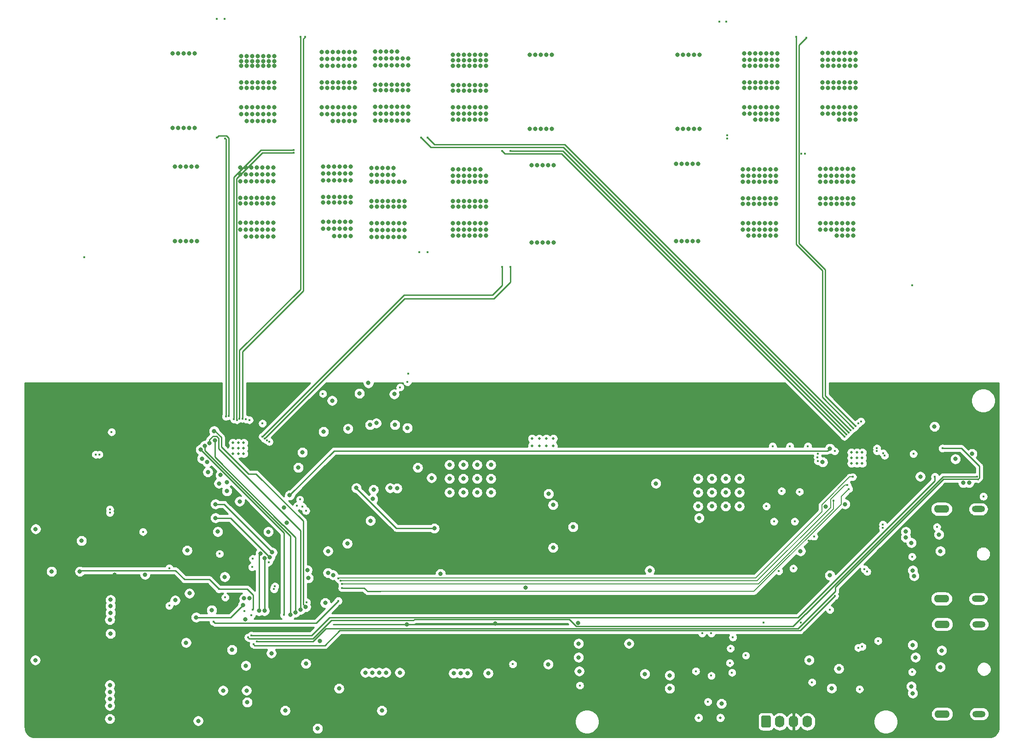
<source format=gbr>
%TF.GenerationSoftware,KiCad,Pcbnew,(5.1.12)-1*%
%TF.CreationDate,2021-11-28T23:41:53-06:00*%
%TF.ProjectId,DRV8350S_Double,44525638-3335-4305-935f-446f75626c65,rev?*%
%TF.SameCoordinates,Original*%
%TF.FileFunction,Copper,L3,Inr*%
%TF.FilePolarity,Positive*%
%FSLAX46Y46*%
G04 Gerber Fmt 4.6, Leading zero omitted, Abs format (unit mm)*
G04 Created by KiCad (PCBNEW (5.1.12)-1) date 2021-11-28 23:41:53*
%MOMM*%
%LPD*%
G01*
G04 APERTURE LIST*
%TA.AperFunction,ComponentPad*%
%ADD10C,0.500000*%
%TD*%
%TA.AperFunction,ComponentPad*%
%ADD11O,2.800000X1.400000*%
%TD*%
%TA.AperFunction,ComponentPad*%
%ADD12O,2.400000X1.200000*%
%TD*%
%TA.AperFunction,ComponentPad*%
%ADD13O,1.740000X2.200000*%
%TD*%
%TA.AperFunction,ViaPad*%
%ADD14C,0.800000*%
%TD*%
%TA.AperFunction,ViaPad*%
%ADD15C,0.400000*%
%TD*%
%TA.AperFunction,Conductor*%
%ADD16C,0.250000*%
%TD*%
%TA.AperFunction,Conductor*%
%ADD17C,0.200000*%
%TD*%
%TA.AperFunction,Conductor*%
%ADD18C,0.254000*%
%TD*%
%TA.AperFunction,Conductor*%
%ADD19C,0.100000*%
%TD*%
G04 APERTURE END LIST*
D10*
%TO.N,GND*%
%TO.C,U1*%
X126955000Y-115861500D03*
X126955000Y-114561500D03*
X128255000Y-115861500D03*
X128255000Y-114561500D03*
X129555000Y-115861500D03*
X129555000Y-114561500D03*
X130855000Y-115861500D03*
X130855000Y-114561500D03*
%TD*%
D11*
%TO.N,GND*%
%TO.C,J9*%
X202389000Y-165217000D03*
D12*
X209169000Y-165217000D03*
D11*
X202389000Y-148717000D03*
D12*
X209169000Y-148717000D03*
%TD*%
D11*
%TO.N,GND*%
%TO.C,J4*%
X202273000Y-144013000D03*
D12*
X209053000Y-144013000D03*
D11*
X202273000Y-127513000D03*
D12*
X209053000Y-127513000D03*
%TD*%
D10*
%TO.N,*%
%TO.C,J1*%
X157575500Y-165904000D03*
X161575500Y-165904000D03*
%TD*%
%TO.N,GND*%
%TO.C,U8*%
X185690000Y-117110000D03*
X186690000Y-117110000D03*
X187690000Y-117110000D03*
X185690000Y-118110000D03*
X186690000Y-118110000D03*
X187690000Y-118110000D03*
X185690000Y-119110000D03*
X186690000Y-119110000D03*
X187690000Y-119110000D03*
%TD*%
%TO.N,GND*%
%TO.C,U7*%
X71898000Y-115332000D03*
X72898000Y-115332000D03*
X73898000Y-115332000D03*
X71898000Y-116332000D03*
X72898000Y-116332000D03*
X73898000Y-116332000D03*
X71898000Y-117332000D03*
X72898000Y-117332000D03*
X73898000Y-117332000D03*
%TD*%
D13*
%TO.N,+12V*%
%TO.C,J3*%
X177609500Y-166624000D03*
%TO.N,+5V*%
X175069500Y-166624000D03*
%TO.N,+3V3*%
X172529500Y-166624000D03*
%TO.N,GND*%
%TA.AperFunction,ComponentPad*%
G36*
G01*
X169119500Y-167474001D02*
X169119500Y-165773999D01*
G75*
G02*
X169369499Y-165524000I249999J0D01*
G01*
X170609501Y-165524000D01*
G75*
G02*
X170859500Y-165773999I0J-249999D01*
G01*
X170859500Y-167474001D01*
G75*
G02*
X170609501Y-167724000I-249999J0D01*
G01*
X169369499Y-167724000D01*
G75*
G02*
X169119500Y-167474001I0J249999D01*
G01*
G37*
%TD.AperFunction*%
%TD*%
D14*
%TO.N,Vin*%
X91313000Y-56134000D03*
X92329000Y-56134000D03*
X94361000Y-56134000D03*
X90297000Y-56134000D03*
X93345000Y-56134000D03*
%TO.N,B1*%
X79502000Y-56134000D03*
X76454000Y-56134000D03*
X75438000Y-56134000D03*
X77470000Y-56134000D03*
X74422000Y-56134000D03*
X78486000Y-56134000D03*
%TO.N,Vin*%
X186436000Y-43561000D03*
X180340000Y-43561000D03*
X181356000Y-43561000D03*
X184404000Y-43561000D03*
X183388000Y-43561000D03*
X185420000Y-43561000D03*
X182372000Y-43561000D03*
X186436000Y-44831000D03*
X180340000Y-44831000D03*
X181356000Y-44831000D03*
X184404000Y-44831000D03*
X183388000Y-44831000D03*
X185420000Y-44831000D03*
X182372000Y-44831000D03*
X183388000Y-55880000D03*
X186436000Y-55880000D03*
X185420000Y-55880000D03*
X184404000Y-55880000D03*
X181356000Y-54737000D03*
X183388000Y-54737000D03*
X182372000Y-54737000D03*
X186436000Y-54737000D03*
X185420000Y-54737000D03*
X180340000Y-54737000D03*
X184404000Y-54737000D03*
X183007000Y-64897000D03*
X179959000Y-64897000D03*
X180975000Y-64897000D03*
X186055000Y-64897000D03*
X185039000Y-64897000D03*
X181991000Y-64897000D03*
X184023000Y-64897000D03*
X183007000Y-66167000D03*
X179959000Y-66167000D03*
X180975000Y-66167000D03*
X186055000Y-66167000D03*
X185039000Y-66167000D03*
X181991000Y-66167000D03*
X184023000Y-66167000D03*
X183007000Y-77216000D03*
X186055000Y-77216000D03*
X185039000Y-77216000D03*
X184023000Y-77216000D03*
X183007000Y-76073000D03*
X180975000Y-76073000D03*
X179959000Y-76073000D03*
X184023000Y-76073000D03*
X185039000Y-76073000D03*
X186055000Y-76073000D03*
X181991000Y-76073000D03*
%TO.N,A2*%
X166751000Y-77216000D03*
X171831000Y-77216000D03*
X167767000Y-77216000D03*
X169799000Y-77216000D03*
X170815000Y-77216000D03*
X168783000Y-77216000D03*
X169799000Y-76073000D03*
X170815000Y-76073000D03*
X166751000Y-76073000D03*
X165735000Y-76073000D03*
X168783000Y-76073000D03*
X171831000Y-76073000D03*
X167767000Y-76073000D03*
X167767000Y-65024000D03*
X169799000Y-65024000D03*
X165735000Y-65024000D03*
X168783000Y-65024000D03*
X166751000Y-65024000D03*
X170815000Y-65024000D03*
X171831000Y-65024000D03*
X167767000Y-66167000D03*
X169799000Y-66167000D03*
X165735000Y-66167000D03*
X168783000Y-66167000D03*
X166751000Y-66167000D03*
X170815000Y-66167000D03*
X171831000Y-66167000D03*
%TO.N,B2*%
X165989000Y-43688000D03*
X167005000Y-43688000D03*
X169037000Y-43688000D03*
X172085000Y-43688000D03*
X168021000Y-43688000D03*
X171069000Y-43688000D03*
X170053000Y-43688000D03*
X165989000Y-44831000D03*
X167005000Y-44831000D03*
X169037000Y-44831000D03*
X172085000Y-44831000D03*
X168021000Y-44831000D03*
X171069000Y-44831000D03*
X170053000Y-44831000D03*
X172085000Y-55880000D03*
X170053000Y-55880000D03*
X168021000Y-55880000D03*
X171069000Y-55880000D03*
X169037000Y-55880000D03*
X171069000Y-54737000D03*
X170053000Y-54737000D03*
X165989000Y-54737000D03*
X172085000Y-54737000D03*
X167005000Y-54737000D03*
X168021000Y-54737000D03*
X169037000Y-54737000D03*
%TO.N,C1*%
X75311000Y-77343000D03*
X77343000Y-77343000D03*
X79375000Y-77343000D03*
X76327000Y-77343000D03*
X74295000Y-77343000D03*
X78359000Y-77343000D03*
%TO.N,C2*%
X118491000Y-43942000D03*
X116459000Y-43942000D03*
X115443000Y-43942000D03*
X114427000Y-43942000D03*
X113411000Y-43942000D03*
X112395000Y-43942000D03*
X117475000Y-43942000D03*
X118491000Y-44958000D03*
X116459000Y-44958000D03*
X115443000Y-44958000D03*
X114427000Y-44958000D03*
X113411000Y-44958000D03*
X112395000Y-44958000D03*
X117475000Y-44958000D03*
X118491000Y-55880000D03*
X116459000Y-55880000D03*
X115443000Y-55880000D03*
X114427000Y-55880000D03*
X113411000Y-55880000D03*
X112395000Y-55880000D03*
X117475000Y-55880000D03*
X118491000Y-54737000D03*
X116459000Y-54737000D03*
X115443000Y-54737000D03*
X114427000Y-54737000D03*
X113411000Y-54737000D03*
X112395000Y-54737000D03*
X117475000Y-54737000D03*
%TO.N,A1*%
X112395000Y-77216000D03*
X116459000Y-77216000D03*
X113411000Y-77216000D03*
X115443000Y-77216000D03*
X114427000Y-77216000D03*
X117475000Y-77216000D03*
X118491000Y-77216000D03*
X112395000Y-76073000D03*
X116459000Y-76073000D03*
X113411000Y-76073000D03*
X115443000Y-76073000D03*
X114427000Y-76073000D03*
X117475000Y-76073000D03*
X118491000Y-76073000D03*
X112395000Y-65024000D03*
X116459000Y-65024000D03*
X113411000Y-65024000D03*
X115443000Y-65024000D03*
X114427000Y-65024000D03*
X117475000Y-65024000D03*
X112395000Y-66167000D03*
X116459000Y-66167000D03*
X113411000Y-66167000D03*
X115443000Y-66167000D03*
X114427000Y-66167000D03*
X117475000Y-66167000D03*
X118491000Y-66167000D03*
%TO.N,B1*%
X74422000Y-44196000D03*
X75438000Y-44196000D03*
X73406000Y-44196000D03*
X78486000Y-44196000D03*
X77470000Y-44196000D03*
X76454000Y-44196000D03*
X79502000Y-44196000D03*
X74422000Y-45085000D03*
X75438000Y-45085000D03*
X73406000Y-45085000D03*
X78486000Y-45085000D03*
X77470000Y-45085000D03*
X76454000Y-45085000D03*
X79502000Y-45085000D03*
X74422000Y-45974000D03*
X79502000Y-54864000D03*
X76454000Y-54864000D03*
X75438000Y-54864000D03*
X73406000Y-54864000D03*
X77470000Y-54864000D03*
X74422000Y-54864000D03*
X78486000Y-54864000D03*
%TO.N,Vin*%
X101092000Y-43307000D03*
X102108000Y-43307000D03*
X100076000Y-43307000D03*
X99060000Y-43307000D03*
X98044000Y-43307000D03*
X94361000Y-43434000D03*
X93345000Y-43434000D03*
X92329000Y-43434000D03*
X88265000Y-43434000D03*
X91313000Y-43434000D03*
X90297000Y-43434000D03*
X89281000Y-43434000D03*
X94361000Y-44704000D03*
X93345000Y-44704000D03*
X92329000Y-44704000D03*
X88265000Y-44704000D03*
X91313000Y-44704000D03*
X90297000Y-44704000D03*
X89281000Y-44704000D03*
X104140000Y-44577000D03*
X101092000Y-44577000D03*
X98044000Y-44577000D03*
X100076000Y-44577000D03*
X102108000Y-44577000D03*
X103124000Y-44577000D03*
X99060000Y-44577000D03*
X98044000Y-56007000D03*
X104140000Y-56007000D03*
X101092000Y-56007000D03*
X103124000Y-56007000D03*
X100076000Y-56007000D03*
X99060000Y-56007000D03*
X102108000Y-56007000D03*
X98044000Y-54737000D03*
X104140000Y-54737000D03*
X101092000Y-54737000D03*
X103124000Y-54737000D03*
X100076000Y-54737000D03*
X99060000Y-54737000D03*
X102108000Y-54737000D03*
X93345000Y-54864000D03*
X90297000Y-54864000D03*
X91313000Y-54864000D03*
X92329000Y-54864000D03*
X88265000Y-54864000D03*
X94361000Y-54864000D03*
X89281000Y-54864000D03*
X92607000Y-77296000D03*
X93623000Y-77296000D03*
X91591000Y-77296000D03*
X90575000Y-77296000D03*
X90551000Y-75946000D03*
X88519000Y-75946000D03*
X93599000Y-75946000D03*
X91567000Y-75946000D03*
X89535000Y-75946000D03*
X92583000Y-75946000D03*
X101473000Y-77470000D03*
X103505000Y-77470000D03*
X100457000Y-77470000D03*
X98425000Y-77470000D03*
X99441000Y-77470000D03*
X102489000Y-77470000D03*
X97409000Y-77470000D03*
X101473000Y-76200000D03*
X103505000Y-76200000D03*
X100457000Y-76200000D03*
X98425000Y-76200000D03*
X99441000Y-76200000D03*
X102489000Y-76200000D03*
X97409000Y-76200000D03*
X97409000Y-64770000D03*
X100457000Y-64770000D03*
X99441000Y-64770000D03*
X101473000Y-64770000D03*
X98425000Y-64770000D03*
X97409000Y-66040000D03*
X100457000Y-66040000D03*
X99441000Y-66040000D03*
X101473000Y-66040000D03*
X98425000Y-66040000D03*
X93599000Y-64516000D03*
X92583000Y-64516000D03*
X91567000Y-64516000D03*
X90551000Y-64516000D03*
X89535000Y-64516000D03*
X88519000Y-64516000D03*
X93599000Y-65786000D03*
X92583000Y-65786000D03*
X91567000Y-65786000D03*
X90551000Y-65786000D03*
X89535000Y-65786000D03*
X88519000Y-65786000D03*
%TO.N,C1*%
X79375000Y-76073000D03*
X76327000Y-76073000D03*
X75311000Y-76073000D03*
X77343000Y-76073000D03*
X74295000Y-76073000D03*
X78359000Y-76073000D03*
X73279000Y-76073000D03*
X75311000Y-64643000D03*
X73279000Y-64643000D03*
X76327000Y-64643000D03*
X74295000Y-64643000D03*
X78359000Y-64643000D03*
X79375000Y-64643000D03*
X77343000Y-64643000D03*
X75311000Y-65913000D03*
X73279000Y-65913000D03*
X76327000Y-65913000D03*
X74295000Y-65913000D03*
X78359000Y-65913000D03*
X79375000Y-65913000D03*
X77343000Y-65913000D03*
%TO.N,GND*%
X165100000Y-127000000D03*
X162560000Y-127000000D03*
X160020000Y-127000000D03*
X157480000Y-127000000D03*
X157480000Y-124460000D03*
X160020000Y-124460000D03*
X162560000Y-124460000D03*
X165100000Y-124460000D03*
X165100000Y-121920000D03*
X162560000Y-121920000D03*
X160020000Y-121920000D03*
X157480000Y-121920000D03*
X119380000Y-124460000D03*
X116840000Y-124460000D03*
X114300000Y-124460000D03*
X111760000Y-124460000D03*
X111760000Y-121920000D03*
X114300000Y-121920000D03*
X116840000Y-121920000D03*
X119380000Y-121920000D03*
X119380000Y-119380000D03*
X116840000Y-119380000D03*
X114300000Y-119380000D03*
X111760000Y-119380000D03*
X134493000Y-130810000D03*
X149733000Y-122809000D03*
X110109000Y-139446000D03*
X125730000Y-141986000D03*
X83947000Y-119888000D03*
X73152000Y-126111000D03*
X135382000Y-148463000D03*
X129921000Y-156083000D03*
X70408257Y-139991000D03*
X198374000Y-121539000D03*
X85344000Y-155956000D03*
X74295000Y-156337000D03*
X74168000Y-147828000D03*
X35560000Y-155321000D03*
X49276000Y-166116000D03*
X49276000Y-163703000D03*
X49276000Y-162433000D03*
X49276000Y-161163000D03*
X49276000Y-159893000D03*
X49403000Y-150431500D03*
X49276000Y-147891500D03*
X49403000Y-146621500D03*
X49403000Y-145351500D03*
X49403000Y-144208500D03*
X70104000Y-160909000D03*
X65532000Y-166497000D03*
X184531000Y-126619000D03*
X55753000Y-139573000D03*
X102108000Y-123698000D03*
X108458000Y-121793000D03*
X35623500Y-131191000D03*
X44069000Y-133350000D03*
X181737000Y-139700000D03*
X200977500Y-112331500D03*
X204814501Y-118300500D03*
X182054500Y-160491501D03*
X183388000Y-156881499D03*
X180975000Y-127063500D03*
X176339500Y-135255000D03*
X104013000Y-112585500D03*
X96837500Y-104330500D03*
X88582500Y-113284000D03*
X98298000Y-111696500D03*
X129984500Y-124714000D03*
X63500000Y-135128000D03*
X81280000Y-127254000D03*
X92964000Y-133858000D03*
X196723000Y-160147000D03*
X202057000Y-156591000D03*
X202311000Y-153543000D03*
X197485000Y-154813000D03*
X196977000Y-152527000D03*
X196977000Y-138811000D03*
X196723000Y-133731000D03*
X202057000Y-135255000D03*
X201803000Y-132207000D03*
D15*
X60198000Y-145288000D03*
D14*
X87503000Y-167894000D03*
X91440000Y-160528000D03*
X96266000Y-157607000D03*
X98806000Y-157607000D03*
X100076000Y-157607000D03*
X102616000Y-157607000D03*
X97536000Y-157607000D03*
X118872000Y-157734000D03*
X112522000Y-157734000D03*
X113792000Y-157734000D03*
X115062000Y-157734000D03*
X99314000Y-164592000D03*
D15*
X88455500Y-106299000D03*
X159918400Y-158165800D03*
X158242000Y-150393400D03*
X166268400Y-154457400D03*
X102666800Y-105105200D03*
X190601600Y-151765000D03*
X169494200Y-148437600D03*
X209981800Y-125196600D03*
D14*
X148590000Y-138811000D03*
D15*
X201422000Y-130810000D03*
X70612000Y-110490000D03*
X70485000Y-59309000D03*
X74930000Y-111125000D03*
X70358000Y-37338000D03*
X77343000Y-114173000D03*
X121412000Y-82931000D03*
X184404000Y-114173000D03*
X121412000Y-61595000D03*
X187452000Y-111379000D03*
X162687000Y-37846000D03*
X190373000Y-116332000D03*
X162814000Y-59309000D03*
X170053000Y-127000000D03*
D14*
%TO.N,Vin*%
X185039000Y-70358000D03*
X181991000Y-71374000D03*
X185039000Y-67310000D03*
X180975000Y-71374000D03*
X179959000Y-74930000D03*
X186055000Y-70358000D03*
X180975000Y-70358000D03*
X183007000Y-71374000D03*
X179959000Y-71374000D03*
X183007000Y-67310000D03*
X186055000Y-67310000D03*
X185039000Y-71374000D03*
X184023000Y-67310000D03*
X184023000Y-71374000D03*
X184023000Y-70358000D03*
X184023000Y-74930000D03*
X179959000Y-70358000D03*
X186055000Y-71374000D03*
X185039000Y-74930000D03*
X181991000Y-67310000D03*
X186055000Y-74930000D03*
X181991000Y-74930000D03*
X181991000Y-70358000D03*
X183007000Y-70358000D03*
X179959000Y-67310000D03*
X183007000Y-74930000D03*
X180975000Y-74930000D03*
X180975000Y-67310000D03*
X182372000Y-45974000D03*
X186436000Y-53594000D03*
X180340000Y-45974000D03*
X183388000Y-53594000D03*
X184404000Y-53594000D03*
X182372000Y-53594000D03*
X182372000Y-49022000D03*
X181356000Y-53594000D03*
X184404000Y-49022000D03*
X183388000Y-45974000D03*
X185420000Y-53594000D03*
X180340000Y-49022000D03*
X185420000Y-50038000D03*
X186436000Y-50038000D03*
X183388000Y-50038000D03*
X180340000Y-50038000D03*
X181356000Y-45974000D03*
X184404000Y-50038000D03*
X183388000Y-49022000D03*
X186436000Y-45974000D03*
X184404000Y-45974000D03*
X180340000Y-53594000D03*
X185420000Y-45974000D03*
X185420000Y-49022000D03*
X182372000Y-50038000D03*
X181356000Y-50038000D03*
X181356000Y-49022000D03*
X186436000Y-49022000D03*
X102108000Y-53467000D03*
X98044000Y-45847000D03*
X104140000Y-53467000D03*
X101092000Y-45847000D03*
X100076000Y-45847000D03*
X102108000Y-45847000D03*
X102108000Y-50419000D03*
X103124000Y-45847000D03*
X100076000Y-50419000D03*
X101092000Y-53467000D03*
X99060000Y-45847000D03*
X104140000Y-50419000D03*
X99060000Y-49403000D03*
X98044000Y-49403000D03*
X101092000Y-49403000D03*
X104140000Y-49403000D03*
X103124000Y-53467000D03*
X100076000Y-49403000D03*
X101092000Y-50419000D03*
X98044000Y-53467000D03*
X100076000Y-53467000D03*
X104140000Y-45847000D03*
X99060000Y-53467000D03*
X99060000Y-50419000D03*
X102108000Y-49403000D03*
X103124000Y-49403000D03*
X103124000Y-50419000D03*
X98044000Y-50419000D03*
X101473000Y-74930000D03*
X97409000Y-67310000D03*
X103505000Y-74930000D03*
X100457000Y-67310000D03*
X99441000Y-67310000D03*
X101473000Y-67310000D03*
X101473000Y-71882000D03*
X102489000Y-67310000D03*
X99441000Y-71882000D03*
X100457000Y-74930000D03*
X98425000Y-67310000D03*
X103505000Y-71882000D03*
X98425000Y-70866000D03*
X100457000Y-70866000D03*
X103505000Y-70866000D03*
X102489000Y-74930000D03*
X99441000Y-70866000D03*
X100457000Y-71882000D03*
X97409000Y-74930000D03*
X99441000Y-74930000D03*
X103505000Y-67310000D03*
X98425000Y-74930000D03*
X98425000Y-71882000D03*
X101473000Y-70866000D03*
X102489000Y-70866000D03*
X102489000Y-71882000D03*
X97409000Y-71882000D03*
X90297000Y-45974000D03*
X94361000Y-53594000D03*
X88265000Y-45974000D03*
X91313000Y-53594000D03*
X92329000Y-53594000D03*
X90297000Y-53594000D03*
X90297000Y-49022000D03*
X89281000Y-53594000D03*
X92329000Y-49022000D03*
X91313000Y-45974000D03*
X93345000Y-53594000D03*
X88265000Y-49022000D03*
X93345000Y-50038000D03*
X94361000Y-50038000D03*
X91313000Y-50038000D03*
X88265000Y-50038000D03*
X89281000Y-45974000D03*
X92329000Y-50038000D03*
X91313000Y-49022000D03*
X94361000Y-45974000D03*
X92329000Y-45974000D03*
X88265000Y-53594000D03*
X93345000Y-45974000D03*
X93345000Y-49022000D03*
X90297000Y-50038000D03*
X89281000Y-50038000D03*
X89281000Y-49022000D03*
X94361000Y-49022000D03*
X93599000Y-74676000D03*
X92583000Y-74676000D03*
X91567000Y-74676000D03*
X90551000Y-74676000D03*
X89535000Y-74676000D03*
X88519000Y-74676000D03*
X88519000Y-71120000D03*
X89535000Y-71120000D03*
X90551000Y-71120000D03*
X91567000Y-71120000D03*
X92583000Y-71120000D03*
X93599000Y-71120000D03*
X93599000Y-70104000D03*
X92583000Y-70104000D03*
X91567000Y-70104000D03*
X90551000Y-70104000D03*
X89535000Y-70104000D03*
X88519000Y-70104000D03*
X88519000Y-67056000D03*
X89535000Y-67056000D03*
X90551000Y-67056000D03*
X91567000Y-67056000D03*
X92583000Y-67056000D03*
X93599000Y-67056000D03*
X97409000Y-70866000D03*
X65278000Y-64516000D03*
X64262000Y-64516000D03*
X63246000Y-64516000D03*
X62230000Y-64516000D03*
X61214000Y-64516000D03*
X65278000Y-78232000D03*
X64262000Y-78232000D03*
X63246000Y-78232000D03*
X62230000Y-78232000D03*
X61214000Y-78232000D03*
X64897000Y-43688000D03*
X63881000Y-43688000D03*
X62865000Y-43688000D03*
X61849000Y-43688000D03*
X60833000Y-43688000D03*
X64897000Y-57404000D03*
X63881000Y-57404000D03*
X62865000Y-57404000D03*
X61849000Y-57404000D03*
X60833000Y-57404000D03*
X126873000Y-78486000D03*
X127889000Y-78486000D03*
X128905000Y-78486000D03*
X129921000Y-78486000D03*
X130937000Y-78486000D03*
X126873000Y-64262000D03*
X127889000Y-64262000D03*
X128905000Y-64262000D03*
X129921000Y-64262000D03*
X130937000Y-64262000D03*
X126492000Y-57531000D03*
X127508000Y-57531000D03*
X128524000Y-57531000D03*
X129540000Y-57531000D03*
X130556000Y-57531000D03*
X126492000Y-43942000D03*
X127508000Y-43942000D03*
X128524000Y-43942000D03*
X129540000Y-43942000D03*
X130556000Y-43942000D03*
X157480000Y-78232000D03*
X156464000Y-78232000D03*
X155448000Y-78232000D03*
X154432000Y-78232000D03*
X153416000Y-78232000D03*
X157480000Y-64008000D03*
X156464000Y-64008000D03*
X155448000Y-64008000D03*
X154432000Y-64008000D03*
X153416000Y-64008000D03*
X157734000Y-57531000D03*
X156718000Y-57531000D03*
X155702000Y-57531000D03*
X154686000Y-57531000D03*
X153670000Y-57531000D03*
X157734000Y-43942000D03*
X156718000Y-43942000D03*
X155702000Y-43942000D03*
X154686000Y-43942000D03*
X153670000Y-43942000D03*
X84709000Y-117094000D03*
D15*
X44577000Y-81153000D03*
X104013000Y-104140000D03*
X197104000Y-117348000D03*
X196850000Y-86360000D03*
%TO.N,USBGND*%
X159288520Y-162985635D03*
D14*
X161798000Y-163322000D03*
X152273000Y-158115000D03*
X152273000Y-160528000D03*
%TO.N,+3V3*%
X135636000Y-157353000D03*
X135509000Y-154813000D03*
X135509000Y-152273000D03*
X63296800Y-152095200D03*
X74422000Y-160909000D03*
X81788000Y-130048000D03*
X100838000Y-123634500D03*
X61283680Y-144292320D03*
X38544500Y-139001500D03*
X177927000Y-155321000D03*
X207899000Y-117348000D03*
X69118480Y-131668520D03*
X71755000Y-153416000D03*
X89406590Y-135255000D03*
X87947500Y-151828500D03*
X196977000Y-161417000D03*
X197231000Y-139827000D03*
D15*
X60198000Y-138395999D03*
D14*
X81534000Y-164592000D03*
X130810000Y-134620000D03*
D15*
X157073600Y-157353000D03*
X159918400Y-150393400D03*
X135737600Y-159969200D03*
X123393200Y-156057600D03*
X187655200Y-152831800D03*
X176352200Y-148386800D03*
D14*
%TO.N,NRST*%
X43751500Y-139001500D03*
X105918000Y-119888000D03*
X97218500Y-129667000D03*
X88900000Y-144780000D03*
D15*
X69342000Y-142240000D03*
X75546996Y-146050000D03*
D14*
%TO.N,+12V*%
X108966000Y-131064000D03*
X130810000Y-126746000D03*
X94615000Y-123634500D03*
X157670500Y-129159000D03*
D15*
%TO.N,5V_ISO*%
X55372000Y-131699000D03*
X49585880Y-113339880D03*
D14*
%TO.N,+5V*%
X49276000Y-167513000D03*
X49276000Y-151828500D03*
X74803000Y-166624000D03*
X65786000Y-160782000D03*
X50165000Y-139573000D03*
X50292000Y-136906000D03*
X98361500Y-109474000D03*
X63169800Y-156540200D03*
X91821000Y-164465000D03*
X103886000Y-148717000D03*
X120142000Y-148590000D03*
D15*
X58610500Y-113347500D03*
X163576000Y-154457400D03*
D14*
X135636000Y-143764000D03*
D15*
X177800000Y-133350000D03*
X123063000Y-153416000D03*
D14*
%TO.N,VDDA*%
X67994227Y-146101767D03*
X63908940Y-143014700D03*
%TO.N,VREF*%
X65151000Y-147447000D03*
X73787000Y-145161000D03*
%TO.N,A1*%
X116459000Y-74930000D03*
X112395000Y-67310000D03*
X118491000Y-74930000D03*
X115443000Y-67310000D03*
X114427000Y-67310000D03*
X116459000Y-67310000D03*
X116459000Y-71882000D03*
X117475000Y-67310000D03*
X114427000Y-71882000D03*
X115443000Y-74930000D03*
X113411000Y-67310000D03*
X118491000Y-71882000D03*
X113411000Y-70866000D03*
X112395000Y-70866000D03*
X115443000Y-70866000D03*
X118491000Y-70866000D03*
X117475000Y-74930000D03*
X114427000Y-70866000D03*
X115443000Y-71882000D03*
X112395000Y-74930000D03*
X114427000Y-74930000D03*
X118491000Y-67310000D03*
X113411000Y-74930000D03*
X113411000Y-71882000D03*
X116459000Y-70866000D03*
X117475000Y-70866000D03*
X117475000Y-71882000D03*
X112395000Y-71882000D03*
D15*
X78152690Y-114840134D03*
X106172000Y-80264000D03*
X104140000Y-102616000D03*
D14*
%TO.N,A2*%
X170815000Y-71374000D03*
X166751000Y-71374000D03*
X170815000Y-70358000D03*
X169799000Y-71374000D03*
X170815000Y-74930000D03*
X171831000Y-74930000D03*
X171831000Y-67310000D03*
X167767000Y-71374000D03*
X167767000Y-67310000D03*
X166751000Y-74930000D03*
X169799000Y-67310000D03*
X166751000Y-70358000D03*
X167767000Y-70358000D03*
X169799000Y-74930000D03*
X168783000Y-71374000D03*
X165735000Y-71374000D03*
X170815000Y-67310000D03*
X165735000Y-67310000D03*
X169799000Y-70358000D03*
X171831000Y-70358000D03*
X165735000Y-70358000D03*
X165735000Y-74930000D03*
X167767000Y-74930000D03*
X168783000Y-74930000D03*
X171831000Y-71374000D03*
X168783000Y-67310000D03*
X168783000Y-70358000D03*
X166751000Y-67310000D03*
D15*
X177673000Y-115951000D03*
X191516000Y-117221000D03*
X177165000Y-62103000D03*
D14*
%TO.N,B1*%
X75438000Y-45974000D03*
X79502000Y-53594000D03*
X73406000Y-45974000D03*
X76454000Y-53594000D03*
X77470000Y-53594000D03*
X75438000Y-53594000D03*
X75438000Y-49022000D03*
X74422000Y-53594000D03*
X77470000Y-49022000D03*
X76454000Y-45974000D03*
X78486000Y-53594000D03*
X73406000Y-49022000D03*
X78486000Y-50038000D03*
X79502000Y-50038000D03*
X76454000Y-50038000D03*
X73406000Y-50038000D03*
X77470000Y-50038000D03*
X76454000Y-49022000D03*
X79502000Y-45974000D03*
X77470000Y-45974000D03*
X73406000Y-53594000D03*
X78486000Y-45974000D03*
X78486000Y-49022000D03*
X75438000Y-50038000D03*
X74422000Y-50038000D03*
X74422000Y-49022000D03*
X79502000Y-49022000D03*
D15*
X73660000Y-110871000D03*
X85217000Y-40640000D03*
D14*
%TO.N,B2*%
X171069000Y-50038000D03*
X167005000Y-50038000D03*
X171069000Y-49022000D03*
X170053000Y-50038000D03*
X171069000Y-53594000D03*
X172085000Y-53594000D03*
X172085000Y-45974000D03*
X168021000Y-50038000D03*
X168021000Y-45974000D03*
X167005000Y-53594000D03*
X170053000Y-45974000D03*
X167005000Y-49022000D03*
X168021000Y-49022000D03*
X170053000Y-53594000D03*
X169037000Y-50038000D03*
X165989000Y-50038000D03*
X171069000Y-45974000D03*
X165989000Y-45974000D03*
X170053000Y-49022000D03*
X172085000Y-49022000D03*
X165989000Y-49022000D03*
X165989000Y-53594000D03*
X168021000Y-53594000D03*
X169037000Y-53594000D03*
X172085000Y-50038000D03*
X169037000Y-45974000D03*
X169037000Y-49022000D03*
X167005000Y-45974000D03*
D15*
X174371000Y-115951000D03*
X186436000Y-112268000D03*
X177419000Y-40767000D03*
D14*
%TO.N,C1*%
X75311000Y-67183000D03*
X79375000Y-74803000D03*
X73279000Y-67183000D03*
X76327000Y-74803000D03*
X77343000Y-74803000D03*
X75311000Y-74803000D03*
X75311000Y-70231000D03*
X74295000Y-74803000D03*
X77343000Y-70231000D03*
X76327000Y-67183000D03*
X78359000Y-74803000D03*
X73279000Y-70231000D03*
X78359000Y-71247000D03*
X79375000Y-71247000D03*
X76327000Y-71247000D03*
X73279000Y-71247000D03*
X74295000Y-67183000D03*
X77343000Y-71247000D03*
X76327000Y-70231000D03*
X79375000Y-67183000D03*
X77343000Y-67183000D03*
X73279000Y-74803000D03*
X78359000Y-67183000D03*
X78359000Y-70231000D03*
X75311000Y-71247000D03*
X74295000Y-71247000D03*
X74295000Y-70231000D03*
X79375000Y-70231000D03*
X90170000Y-107569000D03*
D15*
X72100000Y-110998000D03*
X83058000Y-61448997D03*
X77343000Y-111760000D03*
D14*
%TO.N,C2*%
X113411000Y-49530000D03*
X117475000Y-49530000D03*
X113411000Y-50546000D03*
X114427000Y-49530000D03*
X113411000Y-45974000D03*
X112395000Y-45974000D03*
X112395000Y-53594000D03*
X116459000Y-49530000D03*
X116459000Y-53594000D03*
X117475000Y-45974000D03*
X114427000Y-53594000D03*
X117475000Y-50546000D03*
X116459000Y-50546000D03*
X114427000Y-45974000D03*
X115443000Y-49530000D03*
X118491000Y-49530000D03*
X113411000Y-53594000D03*
X118491000Y-53594000D03*
X114427000Y-50546000D03*
X112395000Y-50546000D03*
X118491000Y-50546000D03*
X118491000Y-45974000D03*
X116459000Y-45974000D03*
X115443000Y-45974000D03*
X112395000Y-49530000D03*
X115443000Y-53594000D03*
X115443000Y-50546000D03*
X117475000Y-53594000D03*
D15*
X171196000Y-115951000D03*
X185166000Y-113411000D03*
X106553000Y-59182000D03*
D14*
%TO.N,C_DIVIDER_1*%
X97155000Y-112014000D03*
D15*
%TO.N,B_DIVIDER_2*%
X175260000Y-129794000D03*
X176149000Y-124333000D03*
%TO.N,C_DIVIDER_2*%
X172847000Y-124206000D03*
X175006000Y-138430000D03*
%TO.N,PC13*%
X68326000Y-148234400D03*
X91295990Y-144416010D03*
D14*
%TO.N,SWDIO*%
X97790000Y-123952000D03*
X97663000Y-125666500D03*
D15*
%TO.N,GLA1*%
X77715646Y-114545646D03*
X122936000Y-82931000D03*
%TO.N,GLA2*%
X190373000Y-116859003D03*
X162814000Y-58781997D03*
%TO.N,GHA1*%
X78591389Y-115132152D03*
X107696000Y-80264000D03*
%TO.N,GHA2*%
X191808328Y-117659492D03*
X176474000Y-62103000D03*
%TO.N,GLB1*%
X74295000Y-110998000D03*
X68961000Y-37338000D03*
%TO.N,GLB2*%
X186944000Y-111760000D03*
X161417000Y-37846000D03*
%TO.N,GHB1*%
X73132997Y-110871000D03*
X84328000Y-40640000D03*
%TO.N,GHB2*%
X186055000Y-112649000D03*
X175514000Y-40640000D03*
%TO.N,GLC1*%
X71123338Y-110362113D03*
X68961000Y-59182000D03*
%TO.N,GLC2*%
X184785000Y-113792000D03*
X122936000Y-61595000D03*
%TO.N,C1*%
X72644000Y-111125000D03*
X83058000Y-61976000D03*
%TO.N,GHC2*%
X185547000Y-113030000D03*
X107696000Y-59182000D03*
D14*
%TO.N,DRV2_EN*%
X78422500Y-131699000D03*
X180403500Y-118872000D03*
%TO.N,~Fault2*%
X181737000Y-116395500D03*
X82359500Y-124968000D03*
D15*
%TO.N,SPI3_MOSI*%
X179482588Y-117320499D03*
X83708999Y-126936500D03*
%TO.N,SPI3_MISO*%
X182626000Y-116860000D03*
X84228446Y-125757446D03*
%TO.N,SPI3_SCK*%
X179460948Y-118027945D03*
X84709000Y-127063500D03*
%TO.N,SPI3_nSS*%
X179514500Y-118681500D03*
X85344000Y-127825500D03*
D14*
%TO.N,PWM_C1*%
X70802500Y-122555000D03*
X85598000Y-138747500D03*
%TO.N,PWM_B1*%
X69623097Y-121257903D03*
X89408000Y-139255500D03*
%TO.N,PWM_A1*%
X67183000Y-118872000D03*
X90327147Y-139649420D03*
%TO.N,INV1_EN*%
X67310000Y-120713500D03*
X69342000Y-122809000D03*
X70802500Y-124206000D03*
X85788500Y-140208000D03*
D15*
%TO.N,PWM_C2*%
X91313000Y-140271500D03*
X185928000Y-121602500D03*
%TO.N,PWM_B2*%
X91737265Y-140695765D03*
X184912000Y-123063000D03*
%TO.N,PWM_A2*%
X92011500Y-141287500D03*
X182425732Y-125930268D03*
%TO.N,INV2_EN*%
X91984054Y-142022054D03*
X185229500Y-123825000D03*
D14*
%TO.N,DRV1_EN*%
X66230500Y-118237000D03*
D15*
X85471000Y-144653000D03*
D14*
%TO.N,~Fault1*%
X85318808Y-145507000D03*
X68453000Y-113157000D03*
%TO.N,SPI2_MOSI*%
X84375826Y-146007000D03*
X67623234Y-115357000D03*
%TO.N,SPI2_MISO*%
X83420888Y-146507000D03*
X68580000Y-114857000D03*
%TO.N,SPI2_SCK*%
X82454738Y-147007000D03*
X66729078Y-115861000D03*
D15*
%TO.N,SPI2_nSS*%
X81280000Y-147002500D03*
D14*
X65976500Y-116586000D03*
%TO.N,SPI6_nSS_+*%
X207344500Y-122682000D03*
X195707000Y-132732000D03*
%TO.N,SPI6_nSS_-*%
X206294500Y-122682000D03*
X195707000Y-131682000D03*
D15*
%TO.N,SPI6_MISO_-*%
X188111190Y-138581190D03*
X191472053Y-130993215D03*
%TO.N,SPI6_MISO_+*%
X188570810Y-139040810D03*
X191472053Y-130343215D03*
D14*
%TO.N,PHASE_C_1_AMP_OUT*%
X93091000Y-112712500D03*
X77724000Y-136588500D03*
X77724000Y-146240500D03*
%TO.N,PHASE_B_1_AMP_OUT*%
X95186500Y-106235500D03*
X76723997Y-146240500D03*
X76972499Y-135699500D03*
%TO.N,PHASE_A_1_AMP_OUT*%
X101600000Y-106362500D03*
X74970367Y-143957000D03*
D15*
%TO.N,SPI6_MOSI*%
X202438000Y-116332000D03*
X76327000Y-151892000D03*
%TO.N,SPI6_MISO*%
X75692000Y-152400000D03*
X182626000Y-143510000D03*
%TO.N,SPI6_SCK*%
X201041000Y-121539000D03*
X75311000Y-150749000D03*
%TO.N,SPI6_nSS*%
X208788000Y-121539000D03*
X74708000Y-151130000D03*
%TO.N,PHASE_C_2_AMP_OUT*%
X172339000Y-138938000D03*
X75311000Y-147066000D03*
D14*
%TO.N,DC_AMP_OUT*%
X101727000Y-112014000D03*
X73970364Y-143957000D03*
D15*
%TO.N,PHASE_B_2_AMP_OUT*%
X171450000Y-129794000D03*
X79462348Y-142231958D03*
%TO.N,PHASE_A_2_AMP_OUT*%
X178816000Y-132588000D03*
X79629000Y-141732000D03*
%TO.N,SPI4_MOSI*%
X178435000Y-159385000D03*
X75438000Y-138176000D03*
%TO.N,SPI4_MISO*%
X181737000Y-146050000D03*
X78486000Y-137287000D03*
%TO.N,SPI4_nSS*%
X186944000Y-153035000D03*
X75565000Y-136652000D03*
%TO.N,SPI4_SCK*%
X187198000Y-160655000D03*
X69465903Y-135741191D03*
D14*
%TO.N,Net-(JP1-Pad2)*%
X147701000Y-157861000D03*
X144780000Y-152273000D03*
%TO.N,DFSDM1_CKIN1*%
X74549000Y-163068000D03*
X78981000Y-154051000D03*
%TO.N,CAN1_TX*%
X79139943Y-135483870D03*
X68707000Y-126619000D03*
%TO.N,CAN1_RX*%
X78705702Y-136398068D03*
X68707000Y-129159000D03*
D15*
%TO.N,CAN_IN+*%
X49276000Y-128190320D03*
X46665000Y-117475000D03*
%TO.N,CAN_IN-*%
X49276000Y-127540320D03*
X47315000Y-117475000D03*
%TO.N,TEMP_2*%
X163322000Y-155829000D03*
X196850000Y-157480000D03*
%TO.N,TEMP_1*%
X196850000Y-136271000D03*
X163449000Y-153162000D03*
%TO.N,TEMP_1_OUT*%
X74041000Y-146304000D03*
X163880800Y-151104600D03*
%TO.N,TEMP_2_OUT*%
X163728400Y-157607000D03*
X70485000Y-143764000D03*
%TD*%
D16*
%TO.N,GND*%
X70612000Y-59436000D02*
X70485000Y-59309000D01*
X70612000Y-110490000D02*
X70612000Y-59436000D01*
X121412000Y-82931000D02*
X121412000Y-85979000D01*
X121412000Y-85979000D02*
X121412000Y-86360000D01*
X121412000Y-86360000D02*
X119634000Y-88138000D01*
X103378000Y-88138000D02*
X103505000Y-88138000D01*
X77343000Y-114173000D02*
X103378000Y-88138000D01*
X119634000Y-88138000D02*
X103505000Y-88138000D01*
X184404000Y-114173000D02*
X132334000Y-62103000D01*
X121920000Y-62103000D02*
X121412000Y-61595000D01*
X132334000Y-62103000D02*
X121920000Y-62103000D01*
%TO.N,NRST*%
X43905001Y-138847999D02*
X61364911Y-138847999D01*
X43751500Y-139001500D02*
X43905001Y-138847999D01*
X61364911Y-138847999D02*
X62985456Y-140468544D01*
X67570544Y-140468544D02*
X69342000Y-142240000D01*
X62985456Y-140468544D02*
X67570544Y-140468544D01*
X69342000Y-142240000D02*
X74549000Y-142240000D01*
X75622368Y-143313368D02*
X75622368Y-145974628D01*
X75622368Y-145974628D02*
X75546996Y-146050000D01*
X74549000Y-142240000D02*
X75622368Y-143313368D01*
%TO.N,+12V*%
X101987498Y-131064000D02*
X94621498Y-123698000D01*
X108966000Y-131064000D02*
X101987498Y-131064000D01*
X94621498Y-123640998D02*
X94615000Y-123634500D01*
X94621498Y-123698000D02*
X94621498Y-123640998D01*
%TO.N,+5V*%
X50165000Y-139573000D02*
X49339500Y-140398500D01*
X49339500Y-140398500D02*
X48831500Y-140398500D01*
X177800000Y-133350000D02*
X182499000Y-133350000D01*
%TO.N,VREF*%
X71501000Y-147447000D02*
X73787000Y-145161000D01*
X65151000Y-147447000D02*
X71501000Y-147447000D01*
%TO.N,B1*%
X73660000Y-110871000D02*
X73660000Y-98552000D01*
X73660000Y-98552000D02*
X84836000Y-87376000D01*
X84836000Y-41021000D02*
X85217000Y-40640000D01*
X84836000Y-87376000D02*
X84836000Y-41021000D01*
%TO.N,B2*%
X176022000Y-42164000D02*
X177419000Y-40767000D01*
X176022000Y-78613000D02*
X176022000Y-42164000D01*
X180848000Y-83439000D02*
X176022000Y-78613000D01*
X180848000Y-106680000D02*
X180848000Y-83439000D01*
X186436000Y-112268000D02*
X180848000Y-106680000D01*
%TO.N,C1*%
X72100000Y-110998000D02*
X72100000Y-66457000D01*
X72100000Y-66457000D02*
X77089000Y-61468000D01*
X83038997Y-61468000D02*
X83058000Y-61448997D01*
X77089000Y-61468000D02*
X83038997Y-61468000D01*
%TO.N,C2*%
X185166000Y-113411000D02*
X132715000Y-60960000D01*
X108331000Y-60960000D02*
X106553000Y-59182000D01*
X132715000Y-60960000D02*
X108331000Y-60960000D01*
%TO.N,PC13*%
X68571601Y-148480001D02*
X87231999Y-148480001D01*
X68326000Y-148234400D02*
X68571601Y-148480001D01*
X87231999Y-148480001D02*
X91295990Y-144416010D01*
%TO.N,GLA1*%
X77715646Y-114545646D02*
X103488292Y-88773000D01*
X103488292Y-88773000D02*
X119888000Y-88773000D01*
X122936000Y-85725000D02*
X122936000Y-82931000D01*
X119888000Y-88773000D02*
X122936000Y-85725000D01*
%TO.N,GHB1*%
X73132997Y-110871000D02*
X73132997Y-98317003D01*
X84328000Y-87122000D02*
X84328000Y-40640000D01*
X73132997Y-98317003D02*
X84328000Y-87122000D01*
%TO.N,GHB2*%
X175514000Y-78841038D02*
X180340000Y-83667038D01*
X175514000Y-40640000D02*
X175514000Y-78841038D01*
X180340000Y-106934000D02*
X186055000Y-112649000D01*
X180340000Y-83667038D02*
X180340000Y-106934000D01*
%TO.N,GLC1*%
X69286001Y-58856999D02*
X68961000Y-59182000D01*
X70701961Y-58856999D02*
X69286001Y-58856999D01*
X71123338Y-59278376D02*
X70701961Y-58856999D01*
X71123338Y-110362113D02*
X71123338Y-59278376D01*
%TO.N,GLC2*%
X132588000Y-61595000D02*
X184785000Y-113792000D01*
X122936000Y-61595000D02*
X132588000Y-61595000D01*
%TO.N,C1*%
X72626999Y-111107999D02*
X72626999Y-66692001D01*
X72644000Y-111125000D02*
X72626999Y-111107999D01*
X77343000Y-61976000D02*
X83058000Y-61976000D01*
X72626999Y-66692001D02*
X77343000Y-61976000D01*
%TO.N,GHC2*%
X185547000Y-113030000D02*
X133096000Y-60579000D01*
X133096000Y-60579000D02*
X132969000Y-60452000D01*
X132969000Y-60452000D02*
X132080000Y-60452000D01*
X108966000Y-60452000D02*
X107696000Y-59182000D01*
X132080000Y-60452000D02*
X108966000Y-60452000D01*
%TO.N,~Fault2*%
X90532001Y-116795499D02*
X82359500Y-124968000D01*
X181337001Y-116795499D02*
X90532001Y-116795499D01*
X181737000Y-116395500D02*
X181337001Y-116795499D01*
D17*
%TO.N,PWM_C2*%
X185399998Y-121602500D02*
X185928000Y-121602500D01*
X180274999Y-126727499D02*
X185399998Y-121602500D01*
X168053238Y-140195764D02*
X180274999Y-127974003D01*
X180274999Y-127974003D02*
X180274999Y-126727499D01*
X91388736Y-140195764D02*
X168053238Y-140195764D01*
X91313000Y-140271500D02*
X91388736Y-140195764D01*
%TO.N,PWM_B2*%
X91737265Y-140695765D02*
X168378737Y-140695765D01*
X181874001Y-127200501D02*
X181874001Y-125694195D01*
X168378737Y-140695765D02*
X181874001Y-127200501D01*
X184505196Y-123063000D02*
X184912000Y-123063000D01*
X181874001Y-125694195D02*
X184505196Y-123063000D01*
%TO.N,PWM_A2*%
X92013001Y-141285999D02*
X168594001Y-141285999D01*
X92011500Y-141287500D02*
X92013001Y-141285999D01*
X182403750Y-127476250D02*
X182403750Y-125952250D01*
X168594001Y-141285999D02*
X182403750Y-127476250D01*
%TO.N,INV2_EN*%
X183830999Y-125223501D02*
X185229500Y-123825000D01*
X183830999Y-126614699D02*
X183830999Y-125223501D01*
X167759697Y-142686001D02*
X183830999Y-126614699D01*
D16*
X99099601Y-142686001D02*
X96712001Y-142686001D01*
D17*
X99099601Y-142686001D02*
X167759697Y-142686001D01*
D16*
X96048054Y-142022054D02*
X91984054Y-142022054D01*
X96712001Y-142686001D02*
X96048054Y-142022054D01*
%TO.N,~Fault1*%
X84825836Y-129726834D02*
X76130002Y-121031000D01*
X84825836Y-145014028D02*
X84825836Y-129726834D01*
X85318808Y-145507000D02*
X84825836Y-145014028D01*
X68589412Y-113157000D02*
X68453000Y-113157000D01*
X69755010Y-114322598D02*
X68589412Y-113157000D01*
X69755011Y-116040013D02*
X69755010Y-114322598D01*
X74745998Y-121031000D02*
X69755011Y-116040013D01*
X76130002Y-121031000D02*
X74745998Y-121031000D01*
%TO.N,SPI2_MOSI*%
X84375826Y-146007000D02*
X84375826Y-131492826D01*
X67623234Y-114740764D02*
X67623234Y-115357000D01*
X68928001Y-114131999D02*
X68231999Y-114131999D01*
X69305001Y-114508999D02*
X68928001Y-114131999D01*
X68231999Y-114131999D02*
X67623234Y-114740764D01*
X69305001Y-116422001D02*
X69305001Y-114508999D01*
X84375826Y-131492826D02*
X69305001Y-116422001D01*
%TO.N,SPI2_MISO*%
X68580000Y-114857000D02*
X68580000Y-117916680D01*
X81095998Y-130429000D02*
X81439999Y-130773001D01*
X81092320Y-130429000D02*
X81095998Y-130429000D01*
X68580000Y-117916680D02*
X81092320Y-130429000D01*
X83420888Y-132757568D02*
X83420888Y-132923612D01*
X83420888Y-132757568D02*
X83420888Y-133177612D01*
X81439999Y-130776679D02*
X83420888Y-132757568D01*
X81439999Y-130773001D02*
X81439999Y-130776679D01*
X83420888Y-133177612D02*
X83420888Y-132923612D01*
X83420888Y-146507000D02*
X83420888Y-133177612D01*
%TO.N,SPI2_SCK*%
X66729078Y-116702168D02*
X66729078Y-115861000D01*
X82513001Y-132486091D02*
X66729078Y-116702168D01*
X82513001Y-146948737D02*
X82513001Y-132486091D01*
X82454738Y-147007000D02*
X82513001Y-146948737D01*
%TO.N,SPI2_nSS*%
X81280000Y-131889500D02*
X65976500Y-116586000D01*
X81280000Y-147002500D02*
X81280000Y-131889500D01*
%TO.N,PHASE_C_1_AMP_OUT*%
X77724000Y-136588500D02*
X77724000Y-146240500D01*
%TO.N,PHASE_B_1_AMP_OUT*%
X76723997Y-135948002D02*
X76972499Y-135699500D01*
X76723997Y-146240500D02*
X76723997Y-135948002D01*
%TO.N,SPI6_MOSI*%
X209240001Y-121755961D02*
X208948962Y-122047000D01*
X209240001Y-119653963D02*
X209240001Y-121755961D01*
X205918038Y-116332000D02*
X209240001Y-119653963D01*
X202438000Y-116332000D02*
X205918038Y-116332000D01*
X208931961Y-122029999D02*
X206607461Y-122029999D01*
X208948962Y-122047000D02*
X208931961Y-122029999D01*
X206607461Y-122029999D02*
X202607173Y-122029999D01*
X134887011Y-149492011D02*
X89039161Y-149492011D01*
X86639172Y-151892000D02*
X76327000Y-151892000D01*
X89039161Y-149492011D02*
X86639172Y-151892000D01*
X174230989Y-149492011D02*
X175119989Y-149492011D01*
X175111199Y-149492011D02*
X174230989Y-149492011D01*
X174230989Y-149492011D02*
X134887011Y-149492011D01*
X175915952Y-149492010D02*
X182753000Y-142654962D01*
X175273010Y-149492010D02*
X175915952Y-149492010D01*
X175273010Y-149492010D02*
X175111199Y-149492011D01*
X182753000Y-141884172D02*
X182765586Y-141871586D01*
X182753000Y-142654962D02*
X182753000Y-141884172D01*
X202607173Y-122029999D02*
X182765586Y-141871586D01*
%TO.N,SPI6_MISO*%
X88827001Y-152599999D02*
X91557979Y-149869021D01*
X75891999Y-152599999D02*
X88827001Y-152599999D01*
X75692000Y-152400000D02*
X75891999Y-152599999D01*
X91557979Y-149869021D02*
X134730849Y-149869021D01*
X175267361Y-149869021D02*
X175267363Y-149869019D01*
X134730849Y-149869021D02*
X175267361Y-149869021D01*
X176285019Y-149850981D02*
X176285019Y-149869019D01*
X182626000Y-143510000D02*
X176285019Y-149850981D01*
X175267363Y-149869019D02*
X176285019Y-149869019D01*
%TO.N,SPI6_SCK*%
X201041000Y-121539000D02*
X201041000Y-122301000D01*
X201041000Y-122301000D02*
X175895000Y-147447000D01*
X175895000Y-147447000D02*
X89662000Y-147447000D01*
X86360000Y-150749000D02*
X75311000Y-150749000D01*
X89662000Y-147447000D02*
X86360000Y-150749000D01*
%TO.N,SPI6_nSS*%
X202565000Y-121539000D02*
X208788000Y-121539000D01*
X177258038Y-146812000D02*
X177292000Y-146812000D01*
X174955037Y-149115001D02*
X177258038Y-146812000D01*
X135069039Y-149115001D02*
X174955037Y-149115001D01*
X133782038Y-147828000D02*
X135069039Y-149115001D01*
X105283000Y-147828000D02*
X133782038Y-147828000D01*
X105156000Y-147955000D02*
X105283000Y-147828000D01*
X90043000Y-147955000D02*
X105156000Y-147955000D01*
X177292000Y-146812000D02*
X202565000Y-121539000D01*
X86668001Y-151329999D02*
X90043000Y-147955000D01*
X74907999Y-151329999D02*
X86668001Y-151329999D01*
X74708000Y-151130000D02*
X74907999Y-151329999D01*
%TO.N,CAN1_TX*%
X70275073Y-126619000D02*
X68707000Y-126619000D01*
X79139943Y-135483870D02*
X70275073Y-126619000D01*
%TO.N,CAN1_RX*%
X71466634Y-129159000D02*
X68707000Y-129159000D01*
X78705702Y-136398068D02*
X71466634Y-129159000D01*
%TD*%
D18*
%TO.N,+5V*%
X69852000Y-110142843D02*
X69809089Y-110246440D01*
X69777000Y-110407760D01*
X69777000Y-110572240D01*
X69809089Y-110733560D01*
X69872033Y-110885521D01*
X69963413Y-111022281D01*
X70079719Y-111138587D01*
X70216479Y-111229967D01*
X70368440Y-111292911D01*
X70529760Y-111325000D01*
X70694240Y-111325000D01*
X70855560Y-111292911D01*
X71007521Y-111229967D01*
X71056691Y-111197113D01*
X71205578Y-111197113D01*
X71285101Y-111181295D01*
X71297089Y-111241560D01*
X71360033Y-111393521D01*
X71451413Y-111530281D01*
X71567719Y-111646587D01*
X71704479Y-111737967D01*
X71856440Y-111800911D01*
X72017760Y-111833000D01*
X72182240Y-111833000D01*
X72196417Y-111830180D01*
X72248479Y-111864967D01*
X72400440Y-111927911D01*
X72561760Y-111960000D01*
X72726240Y-111960000D01*
X72887560Y-111927911D01*
X73039521Y-111864967D01*
X73176281Y-111773587D01*
X73250977Y-111698891D01*
X73376557Y-111673911D01*
X73396499Y-111665651D01*
X73416440Y-111673911D01*
X73577760Y-111706000D01*
X73742240Y-111706000D01*
X73826541Y-111689231D01*
X73899479Y-111737967D01*
X74051440Y-111800911D01*
X74212760Y-111833000D01*
X74377240Y-111833000D01*
X74461541Y-111816231D01*
X74534479Y-111864967D01*
X74686440Y-111927911D01*
X74847760Y-111960000D01*
X75012240Y-111960000D01*
X75173560Y-111927911D01*
X75325521Y-111864967D01*
X75462281Y-111773587D01*
X75558108Y-111677760D01*
X76508000Y-111677760D01*
X76508000Y-111842240D01*
X76540089Y-112003560D01*
X76603033Y-112155521D01*
X76694413Y-112292281D01*
X76810719Y-112408587D01*
X76947479Y-112499967D01*
X77099440Y-112562911D01*
X77260760Y-112595000D01*
X77425240Y-112595000D01*
X77586560Y-112562911D01*
X77738521Y-112499967D01*
X77875281Y-112408587D01*
X77991587Y-112292281D01*
X78082967Y-112155521D01*
X78145911Y-112003560D01*
X78178000Y-111842240D01*
X78178000Y-111677760D01*
X78145911Y-111516440D01*
X78082967Y-111364479D01*
X77991587Y-111227719D01*
X77875281Y-111111413D01*
X77738521Y-111020033D01*
X77586560Y-110957089D01*
X77425240Y-110925000D01*
X77260760Y-110925000D01*
X77099440Y-110957089D01*
X76947479Y-111020033D01*
X76810719Y-111111413D01*
X76694413Y-111227719D01*
X76603033Y-111364479D01*
X76540089Y-111516440D01*
X76508000Y-111677760D01*
X75558108Y-111677760D01*
X75578587Y-111657281D01*
X75669967Y-111520521D01*
X75732911Y-111368560D01*
X75765000Y-111207240D01*
X75765000Y-111042760D01*
X75732911Y-110881440D01*
X75669967Y-110729479D01*
X75578587Y-110592719D01*
X75462281Y-110476413D01*
X75325521Y-110385033D01*
X75173560Y-110322089D01*
X75012240Y-110290000D01*
X74847760Y-110290000D01*
X74763459Y-110306769D01*
X74690521Y-110258033D01*
X74538560Y-110195089D01*
X74420000Y-110171506D01*
X74420000Y-104267000D01*
X86174199Y-104267000D01*
X77051078Y-113390121D01*
X76947479Y-113433033D01*
X76810719Y-113524413D01*
X76694413Y-113640719D01*
X76603033Y-113777479D01*
X76540089Y-113929440D01*
X76508000Y-114090760D01*
X76508000Y-114255240D01*
X76540089Y-114416560D01*
X76603033Y-114568521D01*
X76694413Y-114705281D01*
X76810719Y-114821587D01*
X76947479Y-114912967D01*
X76967419Y-114921227D01*
X76975679Y-114941167D01*
X77067059Y-115077927D01*
X77183365Y-115194233D01*
X77320125Y-115285613D01*
X77472086Y-115348557D01*
X77490626Y-115352245D01*
X77504103Y-115372415D01*
X77620409Y-115488721D01*
X77757169Y-115580101D01*
X77909130Y-115643045D01*
X77931482Y-115647491D01*
X77942802Y-115664433D01*
X78059108Y-115780739D01*
X78195868Y-115872119D01*
X78347829Y-115935063D01*
X78509149Y-115967152D01*
X78673629Y-115967152D01*
X78834949Y-115935063D01*
X78986910Y-115872119D01*
X79123670Y-115780739D01*
X79239976Y-115664433D01*
X79331356Y-115527673D01*
X79394300Y-115375712D01*
X79426389Y-115214392D01*
X79426389Y-115049912D01*
X79394300Y-114888592D01*
X79331356Y-114736631D01*
X79239976Y-114599871D01*
X79123670Y-114483565D01*
X78986910Y-114392185D01*
X78956503Y-114379590D01*
X80154032Y-113182061D01*
X87547500Y-113182061D01*
X87547500Y-113385939D01*
X87587274Y-113585898D01*
X87665295Y-113774256D01*
X87778563Y-113943774D01*
X87922726Y-114087937D01*
X88092244Y-114201205D01*
X88280602Y-114279226D01*
X88480561Y-114319000D01*
X88684439Y-114319000D01*
X88884398Y-114279226D01*
X89072756Y-114201205D01*
X89242274Y-114087937D01*
X89386437Y-113943774D01*
X89499705Y-113774256D01*
X89577726Y-113585898D01*
X89617500Y-113385939D01*
X89617500Y-113182061D01*
X89577726Y-112982102D01*
X89499705Y-112793744D01*
X89386437Y-112624226D01*
X89372772Y-112610561D01*
X92056000Y-112610561D01*
X92056000Y-112814439D01*
X92095774Y-113014398D01*
X92173795Y-113202756D01*
X92287063Y-113372274D01*
X92431226Y-113516437D01*
X92600744Y-113629705D01*
X92789102Y-113707726D01*
X92989061Y-113747500D01*
X93192939Y-113747500D01*
X93392898Y-113707726D01*
X93581256Y-113629705D01*
X93750774Y-113516437D01*
X93894937Y-113372274D01*
X94008205Y-113202756D01*
X94086226Y-113014398D01*
X94126000Y-112814439D01*
X94126000Y-112610561D01*
X94086226Y-112410602D01*
X94008205Y-112222244D01*
X93894937Y-112052726D01*
X93754272Y-111912061D01*
X96120000Y-111912061D01*
X96120000Y-112115939D01*
X96159774Y-112315898D01*
X96237795Y-112504256D01*
X96351063Y-112673774D01*
X96495226Y-112817937D01*
X96664744Y-112931205D01*
X96853102Y-113009226D01*
X97053061Y-113049000D01*
X97256939Y-113049000D01*
X97456898Y-113009226D01*
X97645256Y-112931205D01*
X97814774Y-112817937D01*
X97957128Y-112675583D01*
X97996102Y-112691726D01*
X98196061Y-112731500D01*
X98399939Y-112731500D01*
X98599898Y-112691726D01*
X98788256Y-112613705D01*
X98957774Y-112500437D01*
X99101937Y-112356274D01*
X99215205Y-112186756D01*
X99293226Y-111998398D01*
X99310399Y-111912061D01*
X100692000Y-111912061D01*
X100692000Y-112115939D01*
X100731774Y-112315898D01*
X100809795Y-112504256D01*
X100923063Y-112673774D01*
X101067226Y-112817937D01*
X101236744Y-112931205D01*
X101425102Y-113009226D01*
X101625061Y-113049000D01*
X101828939Y-113049000D01*
X102028898Y-113009226D01*
X102217256Y-112931205D01*
X102386774Y-112817937D01*
X102530937Y-112673774D01*
X102644205Y-112504256D01*
X102652777Y-112483561D01*
X102978000Y-112483561D01*
X102978000Y-112687439D01*
X103017774Y-112887398D01*
X103095795Y-113075756D01*
X103209063Y-113245274D01*
X103353226Y-113389437D01*
X103522744Y-113502705D01*
X103711102Y-113580726D01*
X103911061Y-113620500D01*
X104114939Y-113620500D01*
X104314898Y-113580726D01*
X104503256Y-113502705D01*
X104672774Y-113389437D01*
X104816937Y-113245274D01*
X104930205Y-113075756D01*
X105008226Y-112887398D01*
X105048000Y-112687439D01*
X105048000Y-112483561D01*
X105008226Y-112283602D01*
X104930205Y-112095244D01*
X104816937Y-111925726D01*
X104672774Y-111781563D01*
X104503256Y-111668295D01*
X104314898Y-111590274D01*
X104114939Y-111550500D01*
X103911061Y-111550500D01*
X103711102Y-111590274D01*
X103522744Y-111668295D01*
X103353226Y-111781563D01*
X103209063Y-111925726D01*
X103095795Y-112095244D01*
X103017774Y-112283602D01*
X102978000Y-112483561D01*
X102652777Y-112483561D01*
X102722226Y-112315898D01*
X102762000Y-112115939D01*
X102762000Y-111912061D01*
X102722226Y-111712102D01*
X102644205Y-111523744D01*
X102530937Y-111354226D01*
X102386774Y-111210063D01*
X102217256Y-111096795D01*
X102028898Y-111018774D01*
X101828939Y-110979000D01*
X101625061Y-110979000D01*
X101425102Y-111018774D01*
X101236744Y-111096795D01*
X101067226Y-111210063D01*
X100923063Y-111354226D01*
X100809795Y-111523744D01*
X100731774Y-111712102D01*
X100692000Y-111912061D01*
X99310399Y-111912061D01*
X99333000Y-111798439D01*
X99333000Y-111594561D01*
X99293226Y-111394602D01*
X99215205Y-111206244D01*
X99101937Y-111036726D01*
X98957774Y-110892563D01*
X98788256Y-110779295D01*
X98599898Y-110701274D01*
X98399939Y-110661500D01*
X98196061Y-110661500D01*
X97996102Y-110701274D01*
X97807744Y-110779295D01*
X97638226Y-110892563D01*
X97495872Y-111034917D01*
X97456898Y-111018774D01*
X97256939Y-110979000D01*
X97053061Y-110979000D01*
X96853102Y-111018774D01*
X96664744Y-111096795D01*
X96495226Y-111210063D01*
X96351063Y-111354226D01*
X96237795Y-111523744D01*
X96159774Y-111712102D01*
X96120000Y-111912061D01*
X93754272Y-111912061D01*
X93750774Y-111908563D01*
X93581256Y-111795295D01*
X93392898Y-111717274D01*
X93192939Y-111677500D01*
X92989061Y-111677500D01*
X92789102Y-111717274D01*
X92600744Y-111795295D01*
X92431226Y-111908563D01*
X92287063Y-112052726D01*
X92173795Y-112222244D01*
X92095774Y-112410602D01*
X92056000Y-112610561D01*
X89372772Y-112610561D01*
X89242274Y-112480063D01*
X89072756Y-112366795D01*
X88884398Y-112288774D01*
X88684439Y-112249000D01*
X88480561Y-112249000D01*
X88280602Y-112288774D01*
X88092244Y-112366795D01*
X87922726Y-112480063D01*
X87778563Y-112624226D01*
X87665295Y-112793744D01*
X87587274Y-112982102D01*
X87547500Y-113182061D01*
X80154032Y-113182061D01*
X85869032Y-107467061D01*
X89135000Y-107467061D01*
X89135000Y-107670939D01*
X89174774Y-107870898D01*
X89252795Y-108059256D01*
X89366063Y-108228774D01*
X89510226Y-108372937D01*
X89679744Y-108486205D01*
X89868102Y-108564226D01*
X90068061Y-108604000D01*
X90271939Y-108604000D01*
X90471898Y-108564226D01*
X90660256Y-108486205D01*
X90829774Y-108372937D01*
X90973937Y-108228774D01*
X91087205Y-108059256D01*
X91165226Y-107870898D01*
X91205000Y-107670939D01*
X91205000Y-107467061D01*
X91165226Y-107267102D01*
X91087205Y-107078744D01*
X90973937Y-106909226D01*
X90829774Y-106765063D01*
X90660256Y-106651795D01*
X90471898Y-106573774D01*
X90271939Y-106534000D01*
X90068061Y-106534000D01*
X89868102Y-106573774D01*
X89679744Y-106651795D01*
X89510226Y-106765063D01*
X89366063Y-106909226D01*
X89252795Y-107078744D01*
X89174774Y-107267102D01*
X89135000Y-107467061D01*
X85869032Y-107467061D01*
X87119333Y-106216760D01*
X87620500Y-106216760D01*
X87620500Y-106381240D01*
X87652589Y-106542560D01*
X87715533Y-106694521D01*
X87806913Y-106831281D01*
X87923219Y-106947587D01*
X88059979Y-107038967D01*
X88211940Y-107101911D01*
X88373260Y-107134000D01*
X88537740Y-107134000D01*
X88699060Y-107101911D01*
X88851021Y-107038967D01*
X88987781Y-106947587D01*
X89104087Y-106831281D01*
X89195467Y-106694521D01*
X89258411Y-106542560D01*
X89290500Y-106381240D01*
X89290500Y-106216760D01*
X89273951Y-106133561D01*
X94151500Y-106133561D01*
X94151500Y-106337439D01*
X94191274Y-106537398D01*
X94269295Y-106725756D01*
X94382563Y-106895274D01*
X94526726Y-107039437D01*
X94696244Y-107152705D01*
X94884602Y-107230726D01*
X95084561Y-107270500D01*
X95288439Y-107270500D01*
X95488398Y-107230726D01*
X95676756Y-107152705D01*
X95846274Y-107039437D01*
X95990437Y-106895274D01*
X96103705Y-106725756D01*
X96181726Y-106537398D01*
X96221500Y-106337439D01*
X96221500Y-106133561D01*
X96181726Y-105933602D01*
X96103705Y-105745244D01*
X95990437Y-105575726D01*
X95846274Y-105431563D01*
X95676756Y-105318295D01*
X95488398Y-105240274D01*
X95288439Y-105200500D01*
X95084561Y-105200500D01*
X94884602Y-105240274D01*
X94696244Y-105318295D01*
X94526726Y-105431563D01*
X94382563Y-105575726D01*
X94269295Y-105745244D01*
X94191274Y-105933602D01*
X94151500Y-106133561D01*
X89273951Y-106133561D01*
X89258411Y-106055440D01*
X89195467Y-105903479D01*
X89104087Y-105766719D01*
X88987781Y-105650413D01*
X88851021Y-105559033D01*
X88699060Y-105496089D01*
X88537740Y-105464000D01*
X88373260Y-105464000D01*
X88211940Y-105496089D01*
X88059979Y-105559033D01*
X87923219Y-105650413D01*
X87806913Y-105766719D01*
X87715533Y-105903479D01*
X87652589Y-106055440D01*
X87620500Y-106216760D01*
X87119333Y-106216760D01*
X89069093Y-104267000D01*
X95802500Y-104267000D01*
X95802500Y-104432439D01*
X95842274Y-104632398D01*
X95920295Y-104820756D01*
X96033563Y-104990274D01*
X96177726Y-105134437D01*
X96347244Y-105247705D01*
X96535602Y-105325726D01*
X96735561Y-105365500D01*
X96939439Y-105365500D01*
X97139398Y-105325726D01*
X97327756Y-105247705D01*
X97497274Y-105134437D01*
X97641437Y-104990274D01*
X97754705Y-104820756D01*
X97832726Y-104632398D01*
X97872500Y-104432439D01*
X97872500Y-104267000D01*
X103186903Y-104267000D01*
X103210089Y-104383560D01*
X103269529Y-104527061D01*
X103199081Y-104456613D01*
X103062321Y-104365233D01*
X102910360Y-104302289D01*
X102749040Y-104270200D01*
X102584560Y-104270200D01*
X102423240Y-104302289D01*
X102271279Y-104365233D01*
X102134519Y-104456613D01*
X102018213Y-104572919D01*
X101926833Y-104709679D01*
X101863889Y-104861640D01*
X101831800Y-105022960D01*
X101831800Y-105187440D01*
X101863889Y-105348760D01*
X101868833Y-105360697D01*
X101701939Y-105327500D01*
X101498061Y-105327500D01*
X101298102Y-105367274D01*
X101109744Y-105445295D01*
X100940226Y-105558563D01*
X100796063Y-105702726D01*
X100682795Y-105872244D01*
X100604774Y-106060602D01*
X100565000Y-106260561D01*
X100565000Y-106464439D01*
X100604774Y-106664398D01*
X100682795Y-106852756D01*
X100796063Y-107022274D01*
X100940226Y-107166437D01*
X101109744Y-107279705D01*
X101298102Y-107357726D01*
X101498061Y-107397500D01*
X101701939Y-107397500D01*
X101901898Y-107357726D01*
X102090256Y-107279705D01*
X102259774Y-107166437D01*
X102403937Y-107022274D01*
X102517205Y-106852756D01*
X102595226Y-106664398D01*
X102635000Y-106464439D01*
X102635000Y-106260561D01*
X102595226Y-106060602D01*
X102541833Y-105931701D01*
X102584560Y-105940200D01*
X102749040Y-105940200D01*
X102910360Y-105908111D01*
X103062321Y-105845167D01*
X103199081Y-105753787D01*
X103315387Y-105637481D01*
X103406767Y-105500721D01*
X103469711Y-105348760D01*
X103501800Y-105187440D01*
X103501800Y-105022960D01*
X103469711Y-104861640D01*
X103410271Y-104718139D01*
X103480719Y-104788587D01*
X103617479Y-104879967D01*
X103769440Y-104942911D01*
X103930760Y-104975000D01*
X104095240Y-104975000D01*
X104256560Y-104942911D01*
X104408521Y-104879967D01*
X104545281Y-104788587D01*
X104661587Y-104672281D01*
X104752967Y-104535521D01*
X104815911Y-104383560D01*
X104839097Y-104267000D01*
X173423198Y-104267000D01*
X183621122Y-114464924D01*
X183664033Y-114568521D01*
X183755413Y-114705281D01*
X183871719Y-114821587D01*
X184008479Y-114912967D01*
X184160440Y-114975911D01*
X184321760Y-115008000D01*
X184486240Y-115008000D01*
X184647560Y-114975911D01*
X184799521Y-114912967D01*
X184936281Y-114821587D01*
X185052587Y-114705281D01*
X185143967Y-114568521D01*
X185154673Y-114542673D01*
X185180521Y-114531967D01*
X185317281Y-114440587D01*
X185433587Y-114324281D01*
X185524967Y-114187521D01*
X185535673Y-114161673D01*
X185561521Y-114150967D01*
X185698281Y-114059587D01*
X185814587Y-113943281D01*
X185905967Y-113806521D01*
X185916673Y-113780673D01*
X185942521Y-113769967D01*
X186079281Y-113678587D01*
X186195587Y-113562281D01*
X186264854Y-113458616D01*
X186298560Y-113451911D01*
X186450521Y-113388967D01*
X186587281Y-113297587D01*
X186703587Y-113181281D01*
X186794967Y-113044521D01*
X186805673Y-113018673D01*
X186831521Y-113007967D01*
X186968281Y-112916587D01*
X187084587Y-112800281D01*
X187175967Y-112663521D01*
X187223871Y-112547871D01*
X187339521Y-112499967D01*
X187476281Y-112408587D01*
X187592587Y-112292281D01*
X187634495Y-112229561D01*
X199942500Y-112229561D01*
X199942500Y-112433439D01*
X199982274Y-112633398D01*
X200060295Y-112821756D01*
X200173563Y-112991274D01*
X200317726Y-113135437D01*
X200487244Y-113248705D01*
X200675602Y-113326726D01*
X200875561Y-113366500D01*
X201079439Y-113366500D01*
X201279398Y-113326726D01*
X201467756Y-113248705D01*
X201637274Y-113135437D01*
X201781437Y-112991274D01*
X201894705Y-112821756D01*
X201972726Y-112633398D01*
X202012500Y-112433439D01*
X202012500Y-112229561D01*
X201972726Y-112029602D01*
X201894705Y-111841244D01*
X201781437Y-111671726D01*
X201637274Y-111527563D01*
X201467756Y-111414295D01*
X201279398Y-111336274D01*
X201079439Y-111296500D01*
X200875561Y-111296500D01*
X200675602Y-111336274D01*
X200487244Y-111414295D01*
X200317726Y-111527563D01*
X200173563Y-111671726D01*
X200060295Y-111841244D01*
X199982274Y-112029602D01*
X199942500Y-112229561D01*
X187634495Y-112229561D01*
X187661854Y-112188616D01*
X187695560Y-112181911D01*
X187847521Y-112118967D01*
X187984281Y-112027587D01*
X188100587Y-111911281D01*
X188191967Y-111774521D01*
X188254911Y-111622560D01*
X188287000Y-111461240D01*
X188287000Y-111296760D01*
X188254911Y-111135440D01*
X188191967Y-110983479D01*
X188100587Y-110846719D01*
X187984281Y-110730413D01*
X187847521Y-110639033D01*
X187695560Y-110576089D01*
X187534240Y-110544000D01*
X187369760Y-110544000D01*
X187208440Y-110576089D01*
X187056479Y-110639033D01*
X186919719Y-110730413D01*
X186803413Y-110846719D01*
X186734146Y-110950384D01*
X186700440Y-110957089D01*
X186548479Y-111020033D01*
X186411719Y-111111413D01*
X186382967Y-111140165D01*
X182591674Y-107348872D01*
X207696000Y-107348872D01*
X207696000Y-107789128D01*
X207781890Y-108220925D01*
X207950369Y-108627669D01*
X208194962Y-108993729D01*
X208506271Y-109305038D01*
X208872331Y-109549631D01*
X209279075Y-109718110D01*
X209710872Y-109804000D01*
X210151128Y-109804000D01*
X210582925Y-109718110D01*
X210989669Y-109549631D01*
X211355729Y-109305038D01*
X211667038Y-108993729D01*
X211911631Y-108627669D01*
X212080110Y-108220925D01*
X212166000Y-107789128D01*
X212166000Y-107348872D01*
X212080110Y-106917075D01*
X211911631Y-106510331D01*
X211667038Y-106144271D01*
X211355729Y-105832962D01*
X210989669Y-105588369D01*
X210582925Y-105419890D01*
X210151128Y-105334000D01*
X209710872Y-105334000D01*
X209279075Y-105419890D01*
X208872331Y-105588369D01*
X208506271Y-105832962D01*
X208194962Y-106144271D01*
X207950369Y-106510331D01*
X207781890Y-106917075D01*
X207696000Y-107348872D01*
X182591674Y-107348872D01*
X181608000Y-106365199D01*
X181608000Y-104267000D01*
X212773294Y-104267000D01*
X212826973Y-167607997D01*
X212788091Y-168004545D01*
X212682220Y-168355206D01*
X212510257Y-168678623D01*
X212278748Y-168962482D01*
X211996514Y-169195965D01*
X211674304Y-169370184D01*
X211324385Y-169478502D01*
X210929557Y-169520000D01*
X35592279Y-169520000D01*
X35195455Y-169481091D01*
X34844794Y-169375220D01*
X34521377Y-169203257D01*
X34237518Y-168971748D01*
X34004035Y-168689514D01*
X33829816Y-168367304D01*
X33721498Y-168017385D01*
X33697816Y-167792061D01*
X86468000Y-167792061D01*
X86468000Y-167995939D01*
X86507774Y-168195898D01*
X86585795Y-168384256D01*
X86699063Y-168553774D01*
X86843226Y-168697937D01*
X87012744Y-168811205D01*
X87201102Y-168889226D01*
X87401061Y-168929000D01*
X87604939Y-168929000D01*
X87804898Y-168889226D01*
X87993256Y-168811205D01*
X88162774Y-168697937D01*
X88306937Y-168553774D01*
X88420205Y-168384256D01*
X88498226Y-168195898D01*
X88538000Y-167995939D01*
X88538000Y-167792061D01*
X88498226Y-167592102D01*
X88420205Y-167403744D01*
X88306937Y-167234226D01*
X88162774Y-167090063D01*
X87993256Y-166976795D01*
X87804898Y-166898774D01*
X87604939Y-166859000D01*
X87401061Y-166859000D01*
X87201102Y-166898774D01*
X87012744Y-166976795D01*
X86843226Y-167090063D01*
X86699063Y-167234226D01*
X86585795Y-167403744D01*
X86507774Y-167592102D01*
X86468000Y-167792061D01*
X33697816Y-167792061D01*
X33680000Y-167622557D01*
X33680000Y-166014061D01*
X48241000Y-166014061D01*
X48241000Y-166217939D01*
X48280774Y-166417898D01*
X48358795Y-166606256D01*
X48472063Y-166775774D01*
X48616226Y-166919937D01*
X48785744Y-167033205D01*
X48974102Y-167111226D01*
X49174061Y-167151000D01*
X49377939Y-167151000D01*
X49577898Y-167111226D01*
X49766256Y-167033205D01*
X49935774Y-166919937D01*
X50079937Y-166775774D01*
X50193205Y-166606256D01*
X50271226Y-166417898D01*
X50275768Y-166395061D01*
X64497000Y-166395061D01*
X64497000Y-166598939D01*
X64536774Y-166798898D01*
X64614795Y-166987256D01*
X64728063Y-167156774D01*
X64872226Y-167300937D01*
X65041744Y-167414205D01*
X65230102Y-167492226D01*
X65430061Y-167532000D01*
X65633939Y-167532000D01*
X65833898Y-167492226D01*
X66022256Y-167414205D01*
X66191774Y-167300937D01*
X66335937Y-167156774D01*
X66449205Y-166987256D01*
X66527226Y-166798898D01*
X66567000Y-166598939D01*
X66567000Y-166403872D01*
X134798000Y-166403872D01*
X134798000Y-166844128D01*
X134883890Y-167275925D01*
X135052369Y-167682669D01*
X135296962Y-168048729D01*
X135608271Y-168360038D01*
X135974331Y-168604631D01*
X136381075Y-168773110D01*
X136812872Y-168859000D01*
X137253128Y-168859000D01*
X137684925Y-168773110D01*
X138091669Y-168604631D01*
X138457729Y-168360038D01*
X138769038Y-168048729D01*
X139013631Y-167682669D01*
X139182110Y-167275925D01*
X139268000Y-166844128D01*
X139268000Y-166403872D01*
X139182110Y-165972075D01*
X139117808Y-165816835D01*
X156690500Y-165816835D01*
X156690500Y-165991165D01*
X156724510Y-166162145D01*
X156791223Y-166323205D01*
X156888076Y-166468155D01*
X157011345Y-166591424D01*
X157156295Y-166688277D01*
X157317355Y-166754990D01*
X157488335Y-166789000D01*
X157662665Y-166789000D01*
X157833645Y-166754990D01*
X157994705Y-166688277D01*
X158139655Y-166591424D01*
X158262924Y-166468155D01*
X158359777Y-166323205D01*
X158426490Y-166162145D01*
X158460500Y-165991165D01*
X158460500Y-165816835D01*
X160690500Y-165816835D01*
X160690500Y-165991165D01*
X160724510Y-166162145D01*
X160791223Y-166323205D01*
X160888076Y-166468155D01*
X161011345Y-166591424D01*
X161156295Y-166688277D01*
X161317355Y-166754990D01*
X161488335Y-166789000D01*
X161662665Y-166789000D01*
X161833645Y-166754990D01*
X161994705Y-166688277D01*
X162139655Y-166591424D01*
X162262924Y-166468155D01*
X162359777Y-166323205D01*
X162426490Y-166162145D01*
X162460500Y-165991165D01*
X162460500Y-165816835D01*
X162451980Y-165773999D01*
X168481428Y-165773999D01*
X168481428Y-167474001D01*
X168498492Y-167647255D01*
X168549028Y-167813851D01*
X168631095Y-167967387D01*
X168741538Y-168101962D01*
X168876113Y-168212405D01*
X169029649Y-168294472D01*
X169196245Y-168345008D01*
X169369499Y-168362072D01*
X170609501Y-168362072D01*
X170782755Y-168345008D01*
X170949351Y-168294472D01*
X171102887Y-168212405D01*
X171237462Y-168101962D01*
X171347905Y-167967387D01*
X171406434Y-167857886D01*
X171460155Y-167923345D01*
X171689322Y-168111417D01*
X171950776Y-168251166D01*
X172234469Y-168337224D01*
X172529500Y-168366282D01*
X172824532Y-168337224D01*
X173108225Y-168251166D01*
X173369679Y-168111417D01*
X173598845Y-167923345D01*
X173786917Y-167694179D01*
X173801802Y-167666331D01*
X173891244Y-167802903D01*
X174099006Y-168014536D01*
X174344063Y-168181571D01*
X174616998Y-168297588D01*
X174709469Y-168315302D01*
X174942500Y-168194246D01*
X174942500Y-166751000D01*
X174922500Y-166751000D01*
X174922500Y-166497000D01*
X174942500Y-166497000D01*
X174942500Y-165053754D01*
X175196500Y-165053754D01*
X175196500Y-166497000D01*
X175216500Y-166497000D01*
X175216500Y-166751000D01*
X175196500Y-166751000D01*
X175196500Y-168194246D01*
X175429531Y-168315302D01*
X175522002Y-168297588D01*
X175794937Y-168181571D01*
X176039994Y-168014536D01*
X176247756Y-167802903D01*
X176337198Y-167666331D01*
X176352083Y-167694179D01*
X176540155Y-167923345D01*
X176769322Y-168111417D01*
X177030776Y-168251166D01*
X177314469Y-168337224D01*
X177609500Y-168366282D01*
X177904532Y-168337224D01*
X178188225Y-168251166D01*
X178449679Y-168111417D01*
X178678845Y-167923345D01*
X178866917Y-167694179D01*
X179006666Y-167432724D01*
X179092724Y-167149031D01*
X179114500Y-166927935D01*
X179114500Y-166403872D01*
X189789000Y-166403872D01*
X189789000Y-166844128D01*
X189874890Y-167275925D01*
X190043369Y-167682669D01*
X190287962Y-168048729D01*
X190599271Y-168360038D01*
X190965331Y-168604631D01*
X191372075Y-168773110D01*
X191803872Y-168859000D01*
X192244128Y-168859000D01*
X192675925Y-168773110D01*
X193082669Y-168604631D01*
X193448729Y-168360038D01*
X193760038Y-168048729D01*
X194004631Y-167682669D01*
X194173110Y-167275925D01*
X194259000Y-166844128D01*
X194259000Y-166403872D01*
X194173110Y-165972075D01*
X194004631Y-165565331D01*
X193771885Y-165217000D01*
X200347541Y-165217000D01*
X200373317Y-165478706D01*
X200449653Y-165730354D01*
X200573618Y-165962275D01*
X200740445Y-166165555D01*
X200943725Y-166332382D01*
X201175646Y-166456347D01*
X201427294Y-166532683D01*
X201623421Y-166552000D01*
X203154579Y-166552000D01*
X203350706Y-166532683D01*
X203602354Y-166456347D01*
X203834275Y-166332382D01*
X204037555Y-166165555D01*
X204204382Y-165962275D01*
X204328347Y-165730354D01*
X204404683Y-165478706D01*
X204430459Y-165217000D01*
X207328025Y-165217000D01*
X207351870Y-165459102D01*
X207422489Y-165691901D01*
X207537167Y-165906449D01*
X207691498Y-166094502D01*
X207879551Y-166248833D01*
X208094099Y-166363511D01*
X208326898Y-166434130D01*
X208508335Y-166452000D01*
X209829665Y-166452000D01*
X210011102Y-166434130D01*
X210243901Y-166363511D01*
X210458449Y-166248833D01*
X210646502Y-166094502D01*
X210800833Y-165906449D01*
X210915511Y-165691901D01*
X210986130Y-165459102D01*
X211009975Y-165217000D01*
X210986130Y-164974898D01*
X210915511Y-164742099D01*
X210800833Y-164527551D01*
X210646502Y-164339498D01*
X210458449Y-164185167D01*
X210243901Y-164070489D01*
X210011102Y-163999870D01*
X209829665Y-163982000D01*
X208508335Y-163982000D01*
X208326898Y-163999870D01*
X208094099Y-164070489D01*
X207879551Y-164185167D01*
X207691498Y-164339498D01*
X207537167Y-164527551D01*
X207422489Y-164742099D01*
X207351870Y-164974898D01*
X207328025Y-165217000D01*
X204430459Y-165217000D01*
X204404683Y-164955294D01*
X204328347Y-164703646D01*
X204204382Y-164471725D01*
X204037555Y-164268445D01*
X203834275Y-164101618D01*
X203602354Y-163977653D01*
X203350706Y-163901317D01*
X203154579Y-163882000D01*
X201623421Y-163882000D01*
X201427294Y-163901317D01*
X201175646Y-163977653D01*
X200943725Y-164101618D01*
X200740445Y-164268445D01*
X200573618Y-164471725D01*
X200449653Y-164703646D01*
X200373317Y-164955294D01*
X200347541Y-165217000D01*
X193771885Y-165217000D01*
X193760038Y-165199271D01*
X193448729Y-164887962D01*
X193082669Y-164643369D01*
X192675925Y-164474890D01*
X192244128Y-164389000D01*
X191803872Y-164389000D01*
X191372075Y-164474890D01*
X190965331Y-164643369D01*
X190599271Y-164887962D01*
X190287962Y-165199271D01*
X190043369Y-165565331D01*
X189874890Y-165972075D01*
X189789000Y-166403872D01*
X179114500Y-166403872D01*
X179114500Y-166320064D01*
X179092724Y-166098968D01*
X179006666Y-165815275D01*
X178866917Y-165553821D01*
X178678845Y-165324655D01*
X178449678Y-165136583D01*
X178188224Y-164996834D01*
X177904531Y-164910776D01*
X177609500Y-164881718D01*
X177314468Y-164910776D01*
X177030775Y-164996834D01*
X176769321Y-165136583D01*
X176540155Y-165324655D01*
X176352083Y-165553822D01*
X176337198Y-165581669D01*
X176247756Y-165445097D01*
X176039994Y-165233464D01*
X175794937Y-165066429D01*
X175522002Y-164950412D01*
X175429531Y-164932698D01*
X175196500Y-165053754D01*
X174942500Y-165053754D01*
X174709469Y-164932698D01*
X174616998Y-164950412D01*
X174344063Y-165066429D01*
X174099006Y-165233464D01*
X173891244Y-165445097D01*
X173801802Y-165581669D01*
X173786917Y-165553821D01*
X173598845Y-165324655D01*
X173369678Y-165136583D01*
X173108224Y-164996834D01*
X172824531Y-164910776D01*
X172529500Y-164881718D01*
X172234468Y-164910776D01*
X171950775Y-164996834D01*
X171689321Y-165136583D01*
X171460155Y-165324655D01*
X171406435Y-165390114D01*
X171347905Y-165280613D01*
X171237462Y-165146038D01*
X171102887Y-165035595D01*
X170949351Y-164953528D01*
X170782755Y-164902992D01*
X170609501Y-164885928D01*
X169369499Y-164885928D01*
X169196245Y-164902992D01*
X169029649Y-164953528D01*
X168876113Y-165035595D01*
X168741538Y-165146038D01*
X168631095Y-165280613D01*
X168549028Y-165434149D01*
X168498492Y-165600745D01*
X168481428Y-165773999D01*
X162451980Y-165773999D01*
X162426490Y-165645855D01*
X162359777Y-165484795D01*
X162262924Y-165339845D01*
X162139655Y-165216576D01*
X161994705Y-165119723D01*
X161833645Y-165053010D01*
X161662665Y-165019000D01*
X161488335Y-165019000D01*
X161317355Y-165053010D01*
X161156295Y-165119723D01*
X161011345Y-165216576D01*
X160888076Y-165339845D01*
X160791223Y-165484795D01*
X160724510Y-165645855D01*
X160690500Y-165816835D01*
X158460500Y-165816835D01*
X158426490Y-165645855D01*
X158359777Y-165484795D01*
X158262924Y-165339845D01*
X158139655Y-165216576D01*
X157994705Y-165119723D01*
X157833645Y-165053010D01*
X157662665Y-165019000D01*
X157488335Y-165019000D01*
X157317355Y-165053010D01*
X157156295Y-165119723D01*
X157011345Y-165216576D01*
X156888076Y-165339845D01*
X156791223Y-165484795D01*
X156724510Y-165645855D01*
X156690500Y-165816835D01*
X139117808Y-165816835D01*
X139013631Y-165565331D01*
X138769038Y-165199271D01*
X138457729Y-164887962D01*
X138091669Y-164643369D01*
X137684925Y-164474890D01*
X137253128Y-164389000D01*
X136812872Y-164389000D01*
X136381075Y-164474890D01*
X135974331Y-164643369D01*
X135608271Y-164887962D01*
X135296962Y-165199271D01*
X135052369Y-165565331D01*
X134883890Y-165972075D01*
X134798000Y-166403872D01*
X66567000Y-166403872D01*
X66567000Y-166395061D01*
X66527226Y-166195102D01*
X66449205Y-166006744D01*
X66335937Y-165837226D01*
X66191774Y-165693063D01*
X66022256Y-165579795D01*
X65833898Y-165501774D01*
X65633939Y-165462000D01*
X65430061Y-165462000D01*
X65230102Y-165501774D01*
X65041744Y-165579795D01*
X64872226Y-165693063D01*
X64728063Y-165837226D01*
X64614795Y-166006744D01*
X64536774Y-166195102D01*
X64497000Y-166395061D01*
X50275768Y-166395061D01*
X50311000Y-166217939D01*
X50311000Y-166014061D01*
X50271226Y-165814102D01*
X50193205Y-165625744D01*
X50079937Y-165456226D01*
X49935774Y-165312063D01*
X49766256Y-165198795D01*
X49577898Y-165120774D01*
X49377939Y-165081000D01*
X49174061Y-165081000D01*
X48974102Y-165120774D01*
X48785744Y-165198795D01*
X48616226Y-165312063D01*
X48472063Y-165456226D01*
X48358795Y-165625744D01*
X48280774Y-165814102D01*
X48241000Y-166014061D01*
X33680000Y-166014061D01*
X33680000Y-159791061D01*
X48241000Y-159791061D01*
X48241000Y-159994939D01*
X48280774Y-160194898D01*
X48358795Y-160383256D01*
X48455510Y-160528000D01*
X48358795Y-160672744D01*
X48280774Y-160861102D01*
X48241000Y-161061061D01*
X48241000Y-161264939D01*
X48280774Y-161464898D01*
X48358795Y-161653256D01*
X48455510Y-161798000D01*
X48358795Y-161942744D01*
X48280774Y-162131102D01*
X48241000Y-162331061D01*
X48241000Y-162534939D01*
X48280774Y-162734898D01*
X48358795Y-162923256D01*
X48455510Y-163068000D01*
X48358795Y-163212744D01*
X48280774Y-163401102D01*
X48241000Y-163601061D01*
X48241000Y-163804939D01*
X48280774Y-164004898D01*
X48358795Y-164193256D01*
X48472063Y-164362774D01*
X48616226Y-164506937D01*
X48785744Y-164620205D01*
X48974102Y-164698226D01*
X49174061Y-164738000D01*
X49377939Y-164738000D01*
X49577898Y-164698226D01*
X49766256Y-164620205D01*
X49935774Y-164506937D01*
X49952650Y-164490061D01*
X80499000Y-164490061D01*
X80499000Y-164693939D01*
X80538774Y-164893898D01*
X80616795Y-165082256D01*
X80730063Y-165251774D01*
X80874226Y-165395937D01*
X81043744Y-165509205D01*
X81232102Y-165587226D01*
X81432061Y-165627000D01*
X81635939Y-165627000D01*
X81835898Y-165587226D01*
X82024256Y-165509205D01*
X82193774Y-165395937D01*
X82337937Y-165251774D01*
X82451205Y-165082256D01*
X82529226Y-164893898D01*
X82569000Y-164693939D01*
X82569000Y-164490061D01*
X98279000Y-164490061D01*
X98279000Y-164693939D01*
X98318774Y-164893898D01*
X98396795Y-165082256D01*
X98510063Y-165251774D01*
X98654226Y-165395937D01*
X98823744Y-165509205D01*
X99012102Y-165587226D01*
X99212061Y-165627000D01*
X99415939Y-165627000D01*
X99615898Y-165587226D01*
X99804256Y-165509205D01*
X99973774Y-165395937D01*
X100117937Y-165251774D01*
X100231205Y-165082256D01*
X100309226Y-164893898D01*
X100349000Y-164693939D01*
X100349000Y-164490061D01*
X100309226Y-164290102D01*
X100231205Y-164101744D01*
X100117937Y-163932226D01*
X99973774Y-163788063D01*
X99804256Y-163674795D01*
X99615898Y-163596774D01*
X99415939Y-163557000D01*
X99212061Y-163557000D01*
X99012102Y-163596774D01*
X98823744Y-163674795D01*
X98654226Y-163788063D01*
X98510063Y-163932226D01*
X98396795Y-164101744D01*
X98318774Y-164290102D01*
X98279000Y-164490061D01*
X82569000Y-164490061D01*
X82529226Y-164290102D01*
X82451205Y-164101744D01*
X82337937Y-163932226D01*
X82193774Y-163788063D01*
X82024256Y-163674795D01*
X81835898Y-163596774D01*
X81635939Y-163557000D01*
X81432061Y-163557000D01*
X81232102Y-163596774D01*
X81043744Y-163674795D01*
X80874226Y-163788063D01*
X80730063Y-163932226D01*
X80616795Y-164101744D01*
X80538774Y-164290102D01*
X80499000Y-164490061D01*
X49952650Y-164490061D01*
X50079937Y-164362774D01*
X50193205Y-164193256D01*
X50271226Y-164004898D01*
X50311000Y-163804939D01*
X50311000Y-163601061D01*
X50271226Y-163401102D01*
X50193205Y-163212744D01*
X50096490Y-163068000D01*
X50164603Y-162966061D01*
X73514000Y-162966061D01*
X73514000Y-163169939D01*
X73553774Y-163369898D01*
X73631795Y-163558256D01*
X73745063Y-163727774D01*
X73889226Y-163871937D01*
X74058744Y-163985205D01*
X74247102Y-164063226D01*
X74447061Y-164103000D01*
X74650939Y-164103000D01*
X74850898Y-164063226D01*
X75039256Y-163985205D01*
X75208774Y-163871937D01*
X75352937Y-163727774D01*
X75466205Y-163558256D01*
X75544226Y-163369898D01*
X75584000Y-163169939D01*
X75584000Y-162966061D01*
X75571536Y-162903395D01*
X158453520Y-162903395D01*
X158453520Y-163067875D01*
X158485609Y-163229195D01*
X158548553Y-163381156D01*
X158639933Y-163517916D01*
X158756239Y-163634222D01*
X158892999Y-163725602D01*
X159044960Y-163788546D01*
X159206280Y-163820635D01*
X159370760Y-163820635D01*
X159532080Y-163788546D01*
X159684041Y-163725602D01*
X159820801Y-163634222D01*
X159937107Y-163517916D01*
X160028487Y-163381156D01*
X160091431Y-163229195D01*
X160093247Y-163220061D01*
X160763000Y-163220061D01*
X160763000Y-163423939D01*
X160802774Y-163623898D01*
X160880795Y-163812256D01*
X160994063Y-163981774D01*
X161138226Y-164125937D01*
X161307744Y-164239205D01*
X161496102Y-164317226D01*
X161696061Y-164357000D01*
X161899939Y-164357000D01*
X162099898Y-164317226D01*
X162288256Y-164239205D01*
X162457774Y-164125937D01*
X162601937Y-163981774D01*
X162715205Y-163812256D01*
X162793226Y-163623898D01*
X162833000Y-163423939D01*
X162833000Y-163220061D01*
X162793226Y-163020102D01*
X162715205Y-162831744D01*
X162601937Y-162662226D01*
X162457774Y-162518063D01*
X162288256Y-162404795D01*
X162099898Y-162326774D01*
X161899939Y-162287000D01*
X161696061Y-162287000D01*
X161496102Y-162326774D01*
X161307744Y-162404795D01*
X161138226Y-162518063D01*
X160994063Y-162662226D01*
X160880795Y-162831744D01*
X160802774Y-163020102D01*
X160763000Y-163220061D01*
X160093247Y-163220061D01*
X160123520Y-163067875D01*
X160123520Y-162903395D01*
X160091431Y-162742075D01*
X160028487Y-162590114D01*
X159937107Y-162453354D01*
X159820801Y-162337048D01*
X159684041Y-162245668D01*
X159532080Y-162182724D01*
X159370760Y-162150635D01*
X159206280Y-162150635D01*
X159044960Y-162182724D01*
X158892999Y-162245668D01*
X158756239Y-162337048D01*
X158639933Y-162453354D01*
X158548553Y-162590114D01*
X158485609Y-162742075D01*
X158453520Y-162903395D01*
X75571536Y-162903395D01*
X75544226Y-162766102D01*
X75466205Y-162577744D01*
X75352937Y-162408226D01*
X75208774Y-162264063D01*
X75039256Y-162150795D01*
X74850898Y-162072774D01*
X74650939Y-162033000D01*
X74447061Y-162033000D01*
X74247102Y-162072774D01*
X74058744Y-162150795D01*
X73889226Y-162264063D01*
X73745063Y-162408226D01*
X73631795Y-162577744D01*
X73553774Y-162766102D01*
X73514000Y-162966061D01*
X50164603Y-162966061D01*
X50193205Y-162923256D01*
X50271226Y-162734898D01*
X50311000Y-162534939D01*
X50311000Y-162331061D01*
X50271226Y-162131102D01*
X50193205Y-161942744D01*
X50096490Y-161798000D01*
X50193205Y-161653256D01*
X50271226Y-161464898D01*
X50311000Y-161264939D01*
X50311000Y-161061061D01*
X50271226Y-160861102D01*
X50248842Y-160807061D01*
X69069000Y-160807061D01*
X69069000Y-161010939D01*
X69108774Y-161210898D01*
X69186795Y-161399256D01*
X69300063Y-161568774D01*
X69444226Y-161712937D01*
X69613744Y-161826205D01*
X69802102Y-161904226D01*
X70002061Y-161944000D01*
X70205939Y-161944000D01*
X70405898Y-161904226D01*
X70594256Y-161826205D01*
X70763774Y-161712937D01*
X70907937Y-161568774D01*
X71021205Y-161399256D01*
X71099226Y-161210898D01*
X71139000Y-161010939D01*
X71139000Y-160807061D01*
X73387000Y-160807061D01*
X73387000Y-161010939D01*
X73426774Y-161210898D01*
X73504795Y-161399256D01*
X73618063Y-161568774D01*
X73762226Y-161712937D01*
X73931744Y-161826205D01*
X74120102Y-161904226D01*
X74320061Y-161944000D01*
X74523939Y-161944000D01*
X74723898Y-161904226D01*
X74912256Y-161826205D01*
X75081774Y-161712937D01*
X75225937Y-161568774D01*
X75339205Y-161399256D01*
X75417226Y-161210898D01*
X75457000Y-161010939D01*
X75457000Y-160807061D01*
X75417226Y-160607102D01*
X75342236Y-160426061D01*
X90405000Y-160426061D01*
X90405000Y-160629939D01*
X90444774Y-160829898D01*
X90522795Y-161018256D01*
X90636063Y-161187774D01*
X90780226Y-161331937D01*
X90949744Y-161445205D01*
X91138102Y-161523226D01*
X91338061Y-161563000D01*
X91541939Y-161563000D01*
X91741898Y-161523226D01*
X91930256Y-161445205D01*
X92099774Y-161331937D01*
X92243937Y-161187774D01*
X92357205Y-161018256D01*
X92435226Y-160829898D01*
X92475000Y-160629939D01*
X92475000Y-160426061D01*
X92435226Y-160226102D01*
X92357205Y-160037744D01*
X92256455Y-159886960D01*
X134902600Y-159886960D01*
X134902600Y-160051440D01*
X134934689Y-160212760D01*
X134997633Y-160364721D01*
X135089013Y-160501481D01*
X135205319Y-160617787D01*
X135342079Y-160709167D01*
X135494040Y-160772111D01*
X135655360Y-160804200D01*
X135819840Y-160804200D01*
X135981160Y-160772111D01*
X136133121Y-160709167D01*
X136269881Y-160617787D01*
X136386187Y-160501481D01*
X136436580Y-160426061D01*
X151238000Y-160426061D01*
X151238000Y-160629939D01*
X151277774Y-160829898D01*
X151355795Y-161018256D01*
X151469063Y-161187774D01*
X151613226Y-161331937D01*
X151782744Y-161445205D01*
X151971102Y-161523226D01*
X152171061Y-161563000D01*
X152374939Y-161563000D01*
X152574898Y-161523226D01*
X152763256Y-161445205D01*
X152932774Y-161331937D01*
X153076937Y-161187774D01*
X153190205Y-161018256D01*
X153268226Y-160829898D01*
X153308000Y-160629939D01*
X153308000Y-160426061D01*
X153300740Y-160389562D01*
X181019500Y-160389562D01*
X181019500Y-160593440D01*
X181059274Y-160793399D01*
X181137295Y-160981757D01*
X181250563Y-161151275D01*
X181394726Y-161295438D01*
X181564244Y-161408706D01*
X181752602Y-161486727D01*
X181952561Y-161526501D01*
X182156439Y-161526501D01*
X182356398Y-161486727D01*
X182544756Y-161408706D01*
X182714274Y-161295438D01*
X182858437Y-161151275D01*
X182971705Y-160981757D01*
X183049726Y-160793399D01*
X183089500Y-160593440D01*
X183089500Y-160572760D01*
X186363000Y-160572760D01*
X186363000Y-160737240D01*
X186395089Y-160898560D01*
X186458033Y-161050521D01*
X186549413Y-161187281D01*
X186665719Y-161303587D01*
X186802479Y-161394967D01*
X186954440Y-161457911D01*
X187115760Y-161490000D01*
X187280240Y-161490000D01*
X187441560Y-161457911D01*
X187593521Y-161394967D01*
X187730281Y-161303587D01*
X187846587Y-161187281D01*
X187937967Y-161050521D01*
X188000911Y-160898560D01*
X188033000Y-160737240D01*
X188033000Y-160572760D01*
X188000911Y-160411440D01*
X187937967Y-160259479D01*
X187846587Y-160122719D01*
X187768929Y-160045061D01*
X195688000Y-160045061D01*
X195688000Y-160248939D01*
X195727774Y-160448898D01*
X195805795Y-160637256D01*
X195919063Y-160806774D01*
X196053714Y-160941425D01*
X195981774Y-161115102D01*
X195942000Y-161315061D01*
X195942000Y-161518939D01*
X195981774Y-161718898D01*
X196059795Y-161907256D01*
X196173063Y-162076774D01*
X196317226Y-162220937D01*
X196486744Y-162334205D01*
X196675102Y-162412226D01*
X196875061Y-162452000D01*
X197078939Y-162452000D01*
X197278898Y-162412226D01*
X197467256Y-162334205D01*
X197636774Y-162220937D01*
X197780937Y-162076774D01*
X197894205Y-161907256D01*
X197972226Y-161718898D01*
X198012000Y-161518939D01*
X198012000Y-161315061D01*
X197972226Y-161115102D01*
X197894205Y-160926744D01*
X197780937Y-160757226D01*
X197646286Y-160622575D01*
X197718226Y-160448898D01*
X197758000Y-160248939D01*
X197758000Y-160045061D01*
X197718226Y-159845102D01*
X197640205Y-159656744D01*
X197526937Y-159487226D01*
X197382774Y-159343063D01*
X197213256Y-159229795D01*
X197024898Y-159151774D01*
X196824939Y-159112000D01*
X196621061Y-159112000D01*
X196421102Y-159151774D01*
X196232744Y-159229795D01*
X196063226Y-159343063D01*
X195919063Y-159487226D01*
X195805795Y-159656744D01*
X195727774Y-159845102D01*
X195688000Y-160045061D01*
X187768929Y-160045061D01*
X187730281Y-160006413D01*
X187593521Y-159915033D01*
X187441560Y-159852089D01*
X187280240Y-159820000D01*
X187115760Y-159820000D01*
X186954440Y-159852089D01*
X186802479Y-159915033D01*
X186665719Y-160006413D01*
X186549413Y-160122719D01*
X186458033Y-160259479D01*
X186395089Y-160411440D01*
X186363000Y-160572760D01*
X183089500Y-160572760D01*
X183089500Y-160389562D01*
X183049726Y-160189603D01*
X182971705Y-160001245D01*
X182858437Y-159831727D01*
X182714274Y-159687564D01*
X182544756Y-159574296D01*
X182356398Y-159496275D01*
X182156439Y-159456501D01*
X181952561Y-159456501D01*
X181752602Y-159496275D01*
X181564244Y-159574296D01*
X181394726Y-159687564D01*
X181250563Y-159831727D01*
X181137295Y-160001245D01*
X181059274Y-160189603D01*
X181019500Y-160389562D01*
X153300740Y-160389562D01*
X153268226Y-160226102D01*
X153190205Y-160037744D01*
X153076937Y-159868226D01*
X152932774Y-159724063D01*
X152763256Y-159610795D01*
X152574898Y-159532774D01*
X152374939Y-159493000D01*
X152171061Y-159493000D01*
X151971102Y-159532774D01*
X151782744Y-159610795D01*
X151613226Y-159724063D01*
X151469063Y-159868226D01*
X151355795Y-160037744D01*
X151277774Y-160226102D01*
X151238000Y-160426061D01*
X136436580Y-160426061D01*
X136477567Y-160364721D01*
X136540511Y-160212760D01*
X136572600Y-160051440D01*
X136572600Y-159886960D01*
X136540511Y-159725640D01*
X136477567Y-159573679D01*
X136386187Y-159436919D01*
X136269881Y-159320613D01*
X136243163Y-159302760D01*
X177600000Y-159302760D01*
X177600000Y-159467240D01*
X177632089Y-159628560D01*
X177695033Y-159780521D01*
X177786413Y-159917281D01*
X177902719Y-160033587D01*
X178039479Y-160124967D01*
X178191440Y-160187911D01*
X178352760Y-160220000D01*
X178517240Y-160220000D01*
X178678560Y-160187911D01*
X178830521Y-160124967D01*
X178967281Y-160033587D01*
X179083587Y-159917281D01*
X179174967Y-159780521D01*
X179237911Y-159628560D01*
X179270000Y-159467240D01*
X179270000Y-159302760D01*
X179237911Y-159141440D01*
X179174967Y-158989479D01*
X179083587Y-158852719D01*
X178967281Y-158736413D01*
X178830521Y-158645033D01*
X178678560Y-158582089D01*
X178517240Y-158550000D01*
X178352760Y-158550000D01*
X178191440Y-158582089D01*
X178039479Y-158645033D01*
X177902719Y-158736413D01*
X177786413Y-158852719D01*
X177695033Y-158989479D01*
X177632089Y-159141440D01*
X177600000Y-159302760D01*
X136243163Y-159302760D01*
X136133121Y-159229233D01*
X135981160Y-159166289D01*
X135819840Y-159134200D01*
X135655360Y-159134200D01*
X135494040Y-159166289D01*
X135342079Y-159229233D01*
X135205319Y-159320613D01*
X135089013Y-159436919D01*
X134997633Y-159573679D01*
X134934689Y-159725640D01*
X134902600Y-159886960D01*
X92256455Y-159886960D01*
X92243937Y-159868226D01*
X92099774Y-159724063D01*
X91930256Y-159610795D01*
X91741898Y-159532774D01*
X91541939Y-159493000D01*
X91338061Y-159493000D01*
X91138102Y-159532774D01*
X90949744Y-159610795D01*
X90780226Y-159724063D01*
X90636063Y-159868226D01*
X90522795Y-160037744D01*
X90444774Y-160226102D01*
X90405000Y-160426061D01*
X75342236Y-160426061D01*
X75339205Y-160418744D01*
X75225937Y-160249226D01*
X75081774Y-160105063D01*
X74912256Y-159991795D01*
X74723898Y-159913774D01*
X74523939Y-159874000D01*
X74320061Y-159874000D01*
X74120102Y-159913774D01*
X73931744Y-159991795D01*
X73762226Y-160105063D01*
X73618063Y-160249226D01*
X73504795Y-160418744D01*
X73426774Y-160607102D01*
X73387000Y-160807061D01*
X71139000Y-160807061D01*
X71099226Y-160607102D01*
X71021205Y-160418744D01*
X70907937Y-160249226D01*
X70763774Y-160105063D01*
X70594256Y-159991795D01*
X70405898Y-159913774D01*
X70205939Y-159874000D01*
X70002061Y-159874000D01*
X69802102Y-159913774D01*
X69613744Y-159991795D01*
X69444226Y-160105063D01*
X69300063Y-160249226D01*
X69186795Y-160418744D01*
X69108774Y-160607102D01*
X69069000Y-160807061D01*
X50248842Y-160807061D01*
X50193205Y-160672744D01*
X50096490Y-160528000D01*
X50193205Y-160383256D01*
X50271226Y-160194898D01*
X50311000Y-159994939D01*
X50311000Y-159791061D01*
X50271226Y-159591102D01*
X50193205Y-159402744D01*
X50079937Y-159233226D01*
X49935774Y-159089063D01*
X49766256Y-158975795D01*
X49577898Y-158897774D01*
X49377939Y-158858000D01*
X49174061Y-158858000D01*
X48974102Y-158897774D01*
X48785744Y-158975795D01*
X48616226Y-159089063D01*
X48472063Y-159233226D01*
X48358795Y-159402744D01*
X48280774Y-159591102D01*
X48241000Y-159791061D01*
X33680000Y-159791061D01*
X33680000Y-157505061D01*
X95231000Y-157505061D01*
X95231000Y-157708939D01*
X95270774Y-157908898D01*
X95348795Y-158097256D01*
X95462063Y-158266774D01*
X95606226Y-158410937D01*
X95775744Y-158524205D01*
X95964102Y-158602226D01*
X96164061Y-158642000D01*
X96367939Y-158642000D01*
X96567898Y-158602226D01*
X96756256Y-158524205D01*
X96901000Y-158427490D01*
X97045744Y-158524205D01*
X97234102Y-158602226D01*
X97434061Y-158642000D01*
X97637939Y-158642000D01*
X97837898Y-158602226D01*
X98026256Y-158524205D01*
X98171000Y-158427490D01*
X98315744Y-158524205D01*
X98504102Y-158602226D01*
X98704061Y-158642000D01*
X98907939Y-158642000D01*
X99107898Y-158602226D01*
X99296256Y-158524205D01*
X99441000Y-158427490D01*
X99585744Y-158524205D01*
X99774102Y-158602226D01*
X99974061Y-158642000D01*
X100177939Y-158642000D01*
X100377898Y-158602226D01*
X100566256Y-158524205D01*
X100735774Y-158410937D01*
X100879937Y-158266774D01*
X100993205Y-158097256D01*
X101071226Y-157908898D01*
X101111000Y-157708939D01*
X101111000Y-157505061D01*
X101581000Y-157505061D01*
X101581000Y-157708939D01*
X101620774Y-157908898D01*
X101698795Y-158097256D01*
X101812063Y-158266774D01*
X101956226Y-158410937D01*
X102125744Y-158524205D01*
X102314102Y-158602226D01*
X102514061Y-158642000D01*
X102717939Y-158642000D01*
X102917898Y-158602226D01*
X103106256Y-158524205D01*
X103275774Y-158410937D01*
X103419937Y-158266774D01*
X103533205Y-158097256D01*
X103611226Y-157908898D01*
X103651000Y-157708939D01*
X103651000Y-157632061D01*
X111487000Y-157632061D01*
X111487000Y-157835939D01*
X111526774Y-158035898D01*
X111604795Y-158224256D01*
X111718063Y-158393774D01*
X111862226Y-158537937D01*
X112031744Y-158651205D01*
X112220102Y-158729226D01*
X112420061Y-158769000D01*
X112623939Y-158769000D01*
X112823898Y-158729226D01*
X113012256Y-158651205D01*
X113157000Y-158554490D01*
X113301744Y-158651205D01*
X113490102Y-158729226D01*
X113690061Y-158769000D01*
X113893939Y-158769000D01*
X114093898Y-158729226D01*
X114282256Y-158651205D01*
X114427000Y-158554490D01*
X114571744Y-158651205D01*
X114760102Y-158729226D01*
X114960061Y-158769000D01*
X115163939Y-158769000D01*
X115363898Y-158729226D01*
X115552256Y-158651205D01*
X115721774Y-158537937D01*
X115865937Y-158393774D01*
X115979205Y-158224256D01*
X116057226Y-158035898D01*
X116097000Y-157835939D01*
X116097000Y-157632061D01*
X117837000Y-157632061D01*
X117837000Y-157835939D01*
X117876774Y-158035898D01*
X117954795Y-158224256D01*
X118068063Y-158393774D01*
X118212226Y-158537937D01*
X118381744Y-158651205D01*
X118570102Y-158729226D01*
X118770061Y-158769000D01*
X118973939Y-158769000D01*
X119173898Y-158729226D01*
X119362256Y-158651205D01*
X119531774Y-158537937D01*
X119675937Y-158393774D01*
X119789205Y-158224256D01*
X119867226Y-158035898D01*
X119907000Y-157835939D01*
X119907000Y-157632061D01*
X119867226Y-157432102D01*
X119792236Y-157251061D01*
X134601000Y-157251061D01*
X134601000Y-157454939D01*
X134640774Y-157654898D01*
X134718795Y-157843256D01*
X134832063Y-158012774D01*
X134976226Y-158156937D01*
X135145744Y-158270205D01*
X135334102Y-158348226D01*
X135534061Y-158388000D01*
X135737939Y-158388000D01*
X135937898Y-158348226D01*
X136126256Y-158270205D01*
X136295774Y-158156937D01*
X136439937Y-158012774D01*
X136553205Y-157843256D01*
X136588079Y-157759061D01*
X146666000Y-157759061D01*
X146666000Y-157962939D01*
X146705774Y-158162898D01*
X146783795Y-158351256D01*
X146897063Y-158520774D01*
X147041226Y-158664937D01*
X147210744Y-158778205D01*
X147399102Y-158856226D01*
X147599061Y-158896000D01*
X147802939Y-158896000D01*
X148002898Y-158856226D01*
X148191256Y-158778205D01*
X148360774Y-158664937D01*
X148504937Y-158520774D01*
X148618205Y-158351256D01*
X148696226Y-158162898D01*
X148726030Y-158013061D01*
X151238000Y-158013061D01*
X151238000Y-158216939D01*
X151277774Y-158416898D01*
X151355795Y-158605256D01*
X151469063Y-158774774D01*
X151613226Y-158918937D01*
X151782744Y-159032205D01*
X151971102Y-159110226D01*
X152171061Y-159150000D01*
X152374939Y-159150000D01*
X152574898Y-159110226D01*
X152763256Y-159032205D01*
X152932774Y-158918937D01*
X153076937Y-158774774D01*
X153190205Y-158605256D01*
X153268226Y-158416898D01*
X153308000Y-158216939D01*
X153308000Y-158013061D01*
X153268226Y-157813102D01*
X153190205Y-157624744D01*
X153076937Y-157455226D01*
X152932774Y-157311063D01*
X152872457Y-157270760D01*
X156238600Y-157270760D01*
X156238600Y-157435240D01*
X156270689Y-157596560D01*
X156333633Y-157748521D01*
X156425013Y-157885281D01*
X156541319Y-158001587D01*
X156678079Y-158092967D01*
X156830040Y-158155911D01*
X156991360Y-158188000D01*
X157155840Y-158188000D01*
X157317160Y-158155911D01*
X157469121Y-158092967D01*
X157483199Y-158083560D01*
X159083400Y-158083560D01*
X159083400Y-158248040D01*
X159115489Y-158409360D01*
X159178433Y-158561321D01*
X159269813Y-158698081D01*
X159386119Y-158814387D01*
X159522879Y-158905767D01*
X159674840Y-158968711D01*
X159836160Y-159000800D01*
X160000640Y-159000800D01*
X160161960Y-158968711D01*
X160313921Y-158905767D01*
X160450681Y-158814387D01*
X160566987Y-158698081D01*
X160658367Y-158561321D01*
X160721311Y-158409360D01*
X160753400Y-158248040D01*
X160753400Y-158083560D01*
X160721311Y-157922240D01*
X160658367Y-157770279D01*
X160566987Y-157633519D01*
X160458228Y-157524760D01*
X162893400Y-157524760D01*
X162893400Y-157689240D01*
X162925489Y-157850560D01*
X162988433Y-158002521D01*
X163079813Y-158139281D01*
X163196119Y-158255587D01*
X163332879Y-158346967D01*
X163484840Y-158409911D01*
X163646160Y-158442000D01*
X163810640Y-158442000D01*
X163971960Y-158409911D01*
X164123921Y-158346967D01*
X164260681Y-158255587D01*
X164376987Y-158139281D01*
X164468367Y-158002521D01*
X164531311Y-157850560D01*
X164563400Y-157689240D01*
X164563400Y-157524760D01*
X164531311Y-157363440D01*
X164468367Y-157211479D01*
X164376987Y-157074719D01*
X164260681Y-156958413D01*
X164123921Y-156867033D01*
X163971960Y-156804089D01*
X163848647Y-156779560D01*
X182353000Y-156779560D01*
X182353000Y-156983438D01*
X182392774Y-157183397D01*
X182470795Y-157371755D01*
X182584063Y-157541273D01*
X182728226Y-157685436D01*
X182897744Y-157798704D01*
X183086102Y-157876725D01*
X183286061Y-157916499D01*
X183489939Y-157916499D01*
X183689898Y-157876725D01*
X183878256Y-157798704D01*
X184047774Y-157685436D01*
X184191937Y-157541273D01*
X184287829Y-157397760D01*
X196015000Y-157397760D01*
X196015000Y-157562240D01*
X196047089Y-157723560D01*
X196110033Y-157875521D01*
X196201413Y-158012281D01*
X196317719Y-158128587D01*
X196454479Y-158219967D01*
X196606440Y-158282911D01*
X196767760Y-158315000D01*
X196932240Y-158315000D01*
X197093560Y-158282911D01*
X197245521Y-158219967D01*
X197382281Y-158128587D01*
X197498587Y-158012281D01*
X197589967Y-157875521D01*
X197652911Y-157723560D01*
X197685000Y-157562240D01*
X197685000Y-157397760D01*
X197652911Y-157236440D01*
X197589967Y-157084479D01*
X197498587Y-156947719D01*
X197382281Y-156831413D01*
X197245521Y-156740033D01*
X197093560Y-156677089D01*
X196932240Y-156645000D01*
X196767760Y-156645000D01*
X196606440Y-156677089D01*
X196454479Y-156740033D01*
X196317719Y-156831413D01*
X196201413Y-156947719D01*
X196110033Y-157084479D01*
X196047089Y-157236440D01*
X196015000Y-157397760D01*
X184287829Y-157397760D01*
X184305205Y-157371755D01*
X184383226Y-157183397D01*
X184423000Y-156983438D01*
X184423000Y-156779560D01*
X184383226Y-156579601D01*
X184345723Y-156489061D01*
X201022000Y-156489061D01*
X201022000Y-156692939D01*
X201061774Y-156892898D01*
X201139795Y-157081256D01*
X201253063Y-157250774D01*
X201397226Y-157394937D01*
X201566744Y-157508205D01*
X201755102Y-157586226D01*
X201955061Y-157626000D01*
X202158939Y-157626000D01*
X202358898Y-157586226D01*
X202547256Y-157508205D01*
X202716774Y-157394937D01*
X202860937Y-157250774D01*
X202974205Y-157081256D01*
X203052226Y-156892898D01*
X203063640Y-156835514D01*
X208734000Y-156835514D01*
X208734000Y-157098486D01*
X208785304Y-157356405D01*
X208885939Y-157599359D01*
X209032038Y-157818013D01*
X209217987Y-158003962D01*
X209436641Y-158150061D01*
X209679595Y-158250696D01*
X209937514Y-158302000D01*
X210200486Y-158302000D01*
X210458405Y-158250696D01*
X210701359Y-158150061D01*
X210920013Y-158003962D01*
X211105962Y-157818013D01*
X211252061Y-157599359D01*
X211352696Y-157356405D01*
X211404000Y-157098486D01*
X211404000Y-156835514D01*
X211352696Y-156577595D01*
X211252061Y-156334641D01*
X211105962Y-156115987D01*
X210920013Y-155930038D01*
X210701359Y-155783939D01*
X210458405Y-155683304D01*
X210200486Y-155632000D01*
X209937514Y-155632000D01*
X209679595Y-155683304D01*
X209436641Y-155783939D01*
X209217987Y-155930038D01*
X209032038Y-156115987D01*
X208885939Y-156334641D01*
X208785304Y-156577595D01*
X208734000Y-156835514D01*
X203063640Y-156835514D01*
X203092000Y-156692939D01*
X203092000Y-156489061D01*
X203052226Y-156289102D01*
X202974205Y-156100744D01*
X202860937Y-155931226D01*
X202716774Y-155787063D01*
X202547256Y-155673795D01*
X202358898Y-155595774D01*
X202158939Y-155556000D01*
X201955061Y-155556000D01*
X201755102Y-155595774D01*
X201566744Y-155673795D01*
X201397226Y-155787063D01*
X201253063Y-155931226D01*
X201139795Y-156100744D01*
X201061774Y-156289102D01*
X201022000Y-156489061D01*
X184345723Y-156489061D01*
X184305205Y-156391243D01*
X184191937Y-156221725D01*
X184047774Y-156077562D01*
X183878256Y-155964294D01*
X183689898Y-155886273D01*
X183489939Y-155846499D01*
X183286061Y-155846499D01*
X183086102Y-155886273D01*
X182897744Y-155964294D01*
X182728226Y-156077562D01*
X182584063Y-156221725D01*
X182470795Y-156391243D01*
X182392774Y-156579601D01*
X182353000Y-156779560D01*
X163848647Y-156779560D01*
X163810640Y-156772000D01*
X163646160Y-156772000D01*
X163484840Y-156804089D01*
X163332879Y-156867033D01*
X163196119Y-156958413D01*
X163079813Y-157074719D01*
X162988433Y-157211479D01*
X162925489Y-157363440D01*
X162893400Y-157524760D01*
X160458228Y-157524760D01*
X160450681Y-157517213D01*
X160313921Y-157425833D01*
X160161960Y-157362889D01*
X160000640Y-157330800D01*
X159836160Y-157330800D01*
X159674840Y-157362889D01*
X159522879Y-157425833D01*
X159386119Y-157517213D01*
X159269813Y-157633519D01*
X159178433Y-157770279D01*
X159115489Y-157922240D01*
X159083400Y-158083560D01*
X157483199Y-158083560D01*
X157605881Y-158001587D01*
X157722187Y-157885281D01*
X157813567Y-157748521D01*
X157876511Y-157596560D01*
X157908600Y-157435240D01*
X157908600Y-157270760D01*
X157876511Y-157109440D01*
X157813567Y-156957479D01*
X157722187Y-156820719D01*
X157605881Y-156704413D01*
X157469121Y-156613033D01*
X157317160Y-156550089D01*
X157155840Y-156518000D01*
X156991360Y-156518000D01*
X156830040Y-156550089D01*
X156678079Y-156613033D01*
X156541319Y-156704413D01*
X156425013Y-156820719D01*
X156333633Y-156957479D01*
X156270689Y-157109440D01*
X156238600Y-157270760D01*
X152872457Y-157270760D01*
X152763256Y-157197795D01*
X152574898Y-157119774D01*
X152374939Y-157080000D01*
X152171061Y-157080000D01*
X151971102Y-157119774D01*
X151782744Y-157197795D01*
X151613226Y-157311063D01*
X151469063Y-157455226D01*
X151355795Y-157624744D01*
X151277774Y-157813102D01*
X151238000Y-158013061D01*
X148726030Y-158013061D01*
X148736000Y-157962939D01*
X148736000Y-157759061D01*
X148696226Y-157559102D01*
X148618205Y-157370744D01*
X148504937Y-157201226D01*
X148360774Y-157057063D01*
X148191256Y-156943795D01*
X148002898Y-156865774D01*
X147802939Y-156826000D01*
X147599061Y-156826000D01*
X147399102Y-156865774D01*
X147210744Y-156943795D01*
X147041226Y-157057063D01*
X146897063Y-157201226D01*
X146783795Y-157370744D01*
X146705774Y-157559102D01*
X146666000Y-157759061D01*
X136588079Y-157759061D01*
X136631226Y-157654898D01*
X136671000Y-157454939D01*
X136671000Y-157251061D01*
X136631226Y-157051102D01*
X136553205Y-156862744D01*
X136439937Y-156693226D01*
X136295774Y-156549063D01*
X136126256Y-156435795D01*
X135937898Y-156357774D01*
X135737939Y-156318000D01*
X135534061Y-156318000D01*
X135334102Y-156357774D01*
X135145744Y-156435795D01*
X134976226Y-156549063D01*
X134832063Y-156693226D01*
X134718795Y-156862744D01*
X134640774Y-157051102D01*
X134601000Y-157251061D01*
X119792236Y-157251061D01*
X119789205Y-157243744D01*
X119675937Y-157074226D01*
X119531774Y-156930063D01*
X119362256Y-156816795D01*
X119173898Y-156738774D01*
X118973939Y-156699000D01*
X118770061Y-156699000D01*
X118570102Y-156738774D01*
X118381744Y-156816795D01*
X118212226Y-156930063D01*
X118068063Y-157074226D01*
X117954795Y-157243744D01*
X117876774Y-157432102D01*
X117837000Y-157632061D01*
X116097000Y-157632061D01*
X116057226Y-157432102D01*
X115979205Y-157243744D01*
X115865937Y-157074226D01*
X115721774Y-156930063D01*
X115552256Y-156816795D01*
X115363898Y-156738774D01*
X115163939Y-156699000D01*
X114960061Y-156699000D01*
X114760102Y-156738774D01*
X114571744Y-156816795D01*
X114427000Y-156913510D01*
X114282256Y-156816795D01*
X114093898Y-156738774D01*
X113893939Y-156699000D01*
X113690061Y-156699000D01*
X113490102Y-156738774D01*
X113301744Y-156816795D01*
X113157000Y-156913510D01*
X113012256Y-156816795D01*
X112823898Y-156738774D01*
X112623939Y-156699000D01*
X112420061Y-156699000D01*
X112220102Y-156738774D01*
X112031744Y-156816795D01*
X111862226Y-156930063D01*
X111718063Y-157074226D01*
X111604795Y-157243744D01*
X111526774Y-157432102D01*
X111487000Y-157632061D01*
X103651000Y-157632061D01*
X103651000Y-157505061D01*
X103611226Y-157305102D01*
X103533205Y-157116744D01*
X103419937Y-156947226D01*
X103275774Y-156803063D01*
X103106256Y-156689795D01*
X102917898Y-156611774D01*
X102717939Y-156572000D01*
X102514061Y-156572000D01*
X102314102Y-156611774D01*
X102125744Y-156689795D01*
X101956226Y-156803063D01*
X101812063Y-156947226D01*
X101698795Y-157116744D01*
X101620774Y-157305102D01*
X101581000Y-157505061D01*
X101111000Y-157505061D01*
X101071226Y-157305102D01*
X100993205Y-157116744D01*
X100879937Y-156947226D01*
X100735774Y-156803063D01*
X100566256Y-156689795D01*
X100377898Y-156611774D01*
X100177939Y-156572000D01*
X99974061Y-156572000D01*
X99774102Y-156611774D01*
X99585744Y-156689795D01*
X99441000Y-156786510D01*
X99296256Y-156689795D01*
X99107898Y-156611774D01*
X98907939Y-156572000D01*
X98704061Y-156572000D01*
X98504102Y-156611774D01*
X98315744Y-156689795D01*
X98171000Y-156786510D01*
X98026256Y-156689795D01*
X97837898Y-156611774D01*
X97637939Y-156572000D01*
X97434061Y-156572000D01*
X97234102Y-156611774D01*
X97045744Y-156689795D01*
X96901000Y-156786510D01*
X96756256Y-156689795D01*
X96567898Y-156611774D01*
X96367939Y-156572000D01*
X96164061Y-156572000D01*
X95964102Y-156611774D01*
X95775744Y-156689795D01*
X95606226Y-156803063D01*
X95462063Y-156947226D01*
X95348795Y-157116744D01*
X95270774Y-157305102D01*
X95231000Y-157505061D01*
X33680000Y-157505061D01*
X33680000Y-155219061D01*
X34525000Y-155219061D01*
X34525000Y-155422939D01*
X34564774Y-155622898D01*
X34642795Y-155811256D01*
X34756063Y-155980774D01*
X34900226Y-156124937D01*
X35069744Y-156238205D01*
X35258102Y-156316226D01*
X35458061Y-156356000D01*
X35661939Y-156356000D01*
X35861898Y-156316226D01*
X36050256Y-156238205D01*
X36054961Y-156235061D01*
X73260000Y-156235061D01*
X73260000Y-156438939D01*
X73299774Y-156638898D01*
X73377795Y-156827256D01*
X73491063Y-156996774D01*
X73635226Y-157140937D01*
X73804744Y-157254205D01*
X73993102Y-157332226D01*
X74193061Y-157372000D01*
X74396939Y-157372000D01*
X74596898Y-157332226D01*
X74785256Y-157254205D01*
X74954774Y-157140937D01*
X75098937Y-156996774D01*
X75212205Y-156827256D01*
X75290226Y-156638898D01*
X75330000Y-156438939D01*
X75330000Y-156235061D01*
X75290226Y-156035102D01*
X75215236Y-155854061D01*
X84309000Y-155854061D01*
X84309000Y-156057939D01*
X84348774Y-156257898D01*
X84426795Y-156446256D01*
X84540063Y-156615774D01*
X84684226Y-156759937D01*
X84853744Y-156873205D01*
X85042102Y-156951226D01*
X85242061Y-156991000D01*
X85445939Y-156991000D01*
X85645898Y-156951226D01*
X85834256Y-156873205D01*
X86003774Y-156759937D01*
X86147937Y-156615774D01*
X86261205Y-156446256D01*
X86339226Y-156257898D01*
X86379000Y-156057939D01*
X86379000Y-155975360D01*
X122558200Y-155975360D01*
X122558200Y-156139840D01*
X122590289Y-156301160D01*
X122653233Y-156453121D01*
X122744613Y-156589881D01*
X122860919Y-156706187D01*
X122997679Y-156797567D01*
X123149640Y-156860511D01*
X123310960Y-156892600D01*
X123475440Y-156892600D01*
X123636760Y-156860511D01*
X123788721Y-156797567D01*
X123925481Y-156706187D01*
X124041787Y-156589881D01*
X124133167Y-156453121D01*
X124196111Y-156301160D01*
X124228200Y-156139840D01*
X124228200Y-155981061D01*
X128886000Y-155981061D01*
X128886000Y-156184939D01*
X128925774Y-156384898D01*
X129003795Y-156573256D01*
X129117063Y-156742774D01*
X129261226Y-156886937D01*
X129430744Y-157000205D01*
X129619102Y-157078226D01*
X129819061Y-157118000D01*
X130022939Y-157118000D01*
X130222898Y-157078226D01*
X130411256Y-157000205D01*
X130580774Y-156886937D01*
X130724937Y-156742774D01*
X130838205Y-156573256D01*
X130916226Y-156384898D01*
X130956000Y-156184939D01*
X130956000Y-155981061D01*
X130916226Y-155781102D01*
X130838205Y-155592744D01*
X130724937Y-155423226D01*
X130580774Y-155279063D01*
X130411256Y-155165795D01*
X130222898Y-155087774D01*
X130022939Y-155048000D01*
X129819061Y-155048000D01*
X129619102Y-155087774D01*
X129430744Y-155165795D01*
X129261226Y-155279063D01*
X129117063Y-155423226D01*
X129003795Y-155592744D01*
X128925774Y-155781102D01*
X128886000Y-155981061D01*
X124228200Y-155981061D01*
X124228200Y-155975360D01*
X124196111Y-155814040D01*
X124133167Y-155662079D01*
X124041787Y-155525319D01*
X123925481Y-155409013D01*
X123788721Y-155317633D01*
X123636760Y-155254689D01*
X123475440Y-155222600D01*
X123310960Y-155222600D01*
X123149640Y-155254689D01*
X122997679Y-155317633D01*
X122860919Y-155409013D01*
X122744613Y-155525319D01*
X122653233Y-155662079D01*
X122590289Y-155814040D01*
X122558200Y-155975360D01*
X86379000Y-155975360D01*
X86379000Y-155854061D01*
X86339226Y-155654102D01*
X86261205Y-155465744D01*
X86147937Y-155296226D01*
X86003774Y-155152063D01*
X85834256Y-155038795D01*
X85645898Y-154960774D01*
X85445939Y-154921000D01*
X85242061Y-154921000D01*
X85042102Y-154960774D01*
X84853744Y-155038795D01*
X84684226Y-155152063D01*
X84540063Y-155296226D01*
X84426795Y-155465744D01*
X84348774Y-155654102D01*
X84309000Y-155854061D01*
X75215236Y-155854061D01*
X75212205Y-155846744D01*
X75098937Y-155677226D01*
X74954774Y-155533063D01*
X74785256Y-155419795D01*
X74596898Y-155341774D01*
X74396939Y-155302000D01*
X74193061Y-155302000D01*
X73993102Y-155341774D01*
X73804744Y-155419795D01*
X73635226Y-155533063D01*
X73491063Y-155677226D01*
X73377795Y-155846744D01*
X73299774Y-156035102D01*
X73260000Y-156235061D01*
X36054961Y-156235061D01*
X36219774Y-156124937D01*
X36363937Y-155980774D01*
X36477205Y-155811256D01*
X36555226Y-155622898D01*
X36595000Y-155422939D01*
X36595000Y-155219061D01*
X36555226Y-155019102D01*
X36477205Y-154830744D01*
X36363937Y-154661226D01*
X36219774Y-154517063D01*
X36050256Y-154403795D01*
X35861898Y-154325774D01*
X35661939Y-154286000D01*
X35458061Y-154286000D01*
X35258102Y-154325774D01*
X35069744Y-154403795D01*
X34900226Y-154517063D01*
X34756063Y-154661226D01*
X34642795Y-154830744D01*
X34564774Y-155019102D01*
X34525000Y-155219061D01*
X33680000Y-155219061D01*
X33680000Y-153314061D01*
X70720000Y-153314061D01*
X70720000Y-153517939D01*
X70759774Y-153717898D01*
X70837795Y-153906256D01*
X70951063Y-154075774D01*
X71095226Y-154219937D01*
X71264744Y-154333205D01*
X71453102Y-154411226D01*
X71653061Y-154451000D01*
X71856939Y-154451000D01*
X72056898Y-154411226D01*
X72245256Y-154333205D01*
X72414774Y-154219937D01*
X72558937Y-154075774D01*
X72672205Y-153906256D01*
X72750226Y-153717898D01*
X72790000Y-153517939D01*
X72790000Y-153314061D01*
X72750226Y-153114102D01*
X72672205Y-152925744D01*
X72558937Y-152756226D01*
X72414774Y-152612063D01*
X72245256Y-152498795D01*
X72056898Y-152420774D01*
X71856939Y-152381000D01*
X71653061Y-152381000D01*
X71453102Y-152420774D01*
X71264744Y-152498795D01*
X71095226Y-152612063D01*
X70951063Y-152756226D01*
X70837795Y-152925744D01*
X70759774Y-153114102D01*
X70720000Y-153314061D01*
X33680000Y-153314061D01*
X33680000Y-151993261D01*
X62261800Y-151993261D01*
X62261800Y-152197139D01*
X62301574Y-152397098D01*
X62379595Y-152585456D01*
X62492863Y-152754974D01*
X62637026Y-152899137D01*
X62806544Y-153012405D01*
X62994902Y-153090426D01*
X63194861Y-153130200D01*
X63398739Y-153130200D01*
X63598698Y-153090426D01*
X63787056Y-153012405D01*
X63956574Y-152899137D01*
X64100737Y-152754974D01*
X64214005Y-152585456D01*
X64292026Y-152397098D01*
X64331800Y-152197139D01*
X64331800Y-151993261D01*
X64292026Y-151793302D01*
X64214005Y-151604944D01*
X64100737Y-151435426D01*
X63956574Y-151291263D01*
X63787056Y-151177995D01*
X63598698Y-151099974D01*
X63398739Y-151060200D01*
X63194861Y-151060200D01*
X62994902Y-151099974D01*
X62806544Y-151177995D01*
X62637026Y-151291263D01*
X62492863Y-151435426D01*
X62379595Y-151604944D01*
X62301574Y-151793302D01*
X62261800Y-151993261D01*
X33680000Y-151993261D01*
X33680000Y-150329561D01*
X48368000Y-150329561D01*
X48368000Y-150533439D01*
X48407774Y-150733398D01*
X48485795Y-150921756D01*
X48599063Y-151091274D01*
X48743226Y-151235437D01*
X48912744Y-151348705D01*
X49101102Y-151426726D01*
X49301061Y-151466500D01*
X49504939Y-151466500D01*
X49704898Y-151426726D01*
X49893256Y-151348705D01*
X50062774Y-151235437D01*
X50206937Y-151091274D01*
X50320205Y-150921756D01*
X50398226Y-150733398D01*
X50438000Y-150533439D01*
X50438000Y-150329561D01*
X50398226Y-150129602D01*
X50320205Y-149941244D01*
X50206937Y-149771726D01*
X50062774Y-149627563D01*
X49893256Y-149514295D01*
X49704898Y-149436274D01*
X49504939Y-149396500D01*
X49301061Y-149396500D01*
X49101102Y-149436274D01*
X48912744Y-149514295D01*
X48743226Y-149627563D01*
X48599063Y-149771726D01*
X48485795Y-149941244D01*
X48407774Y-150129602D01*
X48368000Y-150329561D01*
X33680000Y-150329561D01*
X33680000Y-147789561D01*
X48241000Y-147789561D01*
X48241000Y-147993439D01*
X48280774Y-148193398D01*
X48358795Y-148381756D01*
X48472063Y-148551274D01*
X48616226Y-148695437D01*
X48785744Y-148808705D01*
X48974102Y-148886726D01*
X49174061Y-148926500D01*
X49377939Y-148926500D01*
X49577898Y-148886726D01*
X49766256Y-148808705D01*
X49935774Y-148695437D01*
X50079937Y-148551274D01*
X50193205Y-148381756D01*
X50271226Y-148193398D01*
X50311000Y-147993439D01*
X50311000Y-147789561D01*
X50271226Y-147589602D01*
X50193205Y-147401244D01*
X50150652Y-147337559D01*
X50206937Y-147281274D01*
X50320205Y-147111756D01*
X50398226Y-146923398D01*
X50438000Y-146723439D01*
X50438000Y-146519561D01*
X50398226Y-146319602D01*
X50320205Y-146131244D01*
X50223490Y-145986500D01*
X50320205Y-145841756D01*
X50398226Y-145653398D01*
X50438000Y-145453439D01*
X50438000Y-145249561D01*
X50429288Y-145205760D01*
X59363000Y-145205760D01*
X59363000Y-145370240D01*
X59395089Y-145531560D01*
X59458033Y-145683521D01*
X59549413Y-145820281D01*
X59665719Y-145936587D01*
X59802479Y-146027967D01*
X59954440Y-146090911D01*
X60115760Y-146123000D01*
X60280240Y-146123000D01*
X60441560Y-146090911D01*
X60593521Y-146027967D01*
X60730281Y-145936587D01*
X60846587Y-145820281D01*
X60937967Y-145683521D01*
X61000911Y-145531560D01*
X61033000Y-145370240D01*
X61033000Y-145297734D01*
X61181741Y-145327320D01*
X61385619Y-145327320D01*
X61585578Y-145287546D01*
X61773936Y-145209525D01*
X61943454Y-145096257D01*
X62087617Y-144952094D01*
X62200885Y-144782576D01*
X62278906Y-144594218D01*
X62318680Y-144394259D01*
X62318680Y-144190381D01*
X62278906Y-143990422D01*
X62200885Y-143802064D01*
X62087617Y-143632546D01*
X61943454Y-143488383D01*
X61773936Y-143375115D01*
X61585578Y-143297094D01*
X61385619Y-143257320D01*
X61181741Y-143257320D01*
X60981782Y-143297094D01*
X60793424Y-143375115D01*
X60623906Y-143488383D01*
X60479743Y-143632546D01*
X60366475Y-143802064D01*
X60288454Y-143990422D01*
X60248680Y-144190381D01*
X60248680Y-144394259D01*
X60260364Y-144453000D01*
X60115760Y-144453000D01*
X59954440Y-144485089D01*
X59802479Y-144548033D01*
X59665719Y-144639413D01*
X59549413Y-144755719D01*
X59458033Y-144892479D01*
X59395089Y-145044440D01*
X59363000Y-145205760D01*
X50429288Y-145205760D01*
X50398226Y-145049602D01*
X50320205Y-144861244D01*
X50265920Y-144780000D01*
X50320205Y-144698756D01*
X50398226Y-144510398D01*
X50438000Y-144310439D01*
X50438000Y-144106561D01*
X50398226Y-143906602D01*
X50320205Y-143718244D01*
X50206937Y-143548726D01*
X50062774Y-143404563D01*
X49893256Y-143291295D01*
X49704898Y-143213274D01*
X49504939Y-143173500D01*
X49301061Y-143173500D01*
X49101102Y-143213274D01*
X48912744Y-143291295D01*
X48743226Y-143404563D01*
X48599063Y-143548726D01*
X48485795Y-143718244D01*
X48407774Y-143906602D01*
X48368000Y-144106561D01*
X48368000Y-144310439D01*
X48407774Y-144510398D01*
X48485795Y-144698756D01*
X48540080Y-144780000D01*
X48485795Y-144861244D01*
X48407774Y-145049602D01*
X48368000Y-145249561D01*
X48368000Y-145453439D01*
X48407774Y-145653398D01*
X48485795Y-145841756D01*
X48582510Y-145986500D01*
X48485795Y-146131244D01*
X48407774Y-146319602D01*
X48368000Y-146519561D01*
X48368000Y-146723439D01*
X48407774Y-146923398D01*
X48485795Y-147111756D01*
X48528348Y-147175441D01*
X48472063Y-147231726D01*
X48358795Y-147401244D01*
X48280774Y-147589602D01*
X48241000Y-147789561D01*
X33680000Y-147789561D01*
X33680000Y-142912761D01*
X62873940Y-142912761D01*
X62873940Y-143116639D01*
X62913714Y-143316598D01*
X62991735Y-143504956D01*
X63105003Y-143674474D01*
X63249166Y-143818637D01*
X63418684Y-143931905D01*
X63607042Y-144009926D01*
X63807001Y-144049700D01*
X64010879Y-144049700D01*
X64210838Y-144009926D01*
X64399196Y-143931905D01*
X64568714Y-143818637D01*
X64712877Y-143674474D01*
X64826145Y-143504956D01*
X64904166Y-143316598D01*
X64943940Y-143116639D01*
X64943940Y-142912761D01*
X64904166Y-142712802D01*
X64826145Y-142524444D01*
X64712877Y-142354926D01*
X64568714Y-142210763D01*
X64399196Y-142097495D01*
X64210838Y-142019474D01*
X64010879Y-141979700D01*
X63807001Y-141979700D01*
X63607042Y-142019474D01*
X63418684Y-142097495D01*
X63249166Y-142210763D01*
X63105003Y-142354926D01*
X62991735Y-142524444D01*
X62913714Y-142712802D01*
X62873940Y-142912761D01*
X33680000Y-142912761D01*
X33680000Y-138899561D01*
X37509500Y-138899561D01*
X37509500Y-139103439D01*
X37549274Y-139303398D01*
X37627295Y-139491756D01*
X37740563Y-139661274D01*
X37884726Y-139805437D01*
X38054244Y-139918705D01*
X38242602Y-139996726D01*
X38442561Y-140036500D01*
X38646439Y-140036500D01*
X38846398Y-139996726D01*
X39034756Y-139918705D01*
X39204274Y-139805437D01*
X39348437Y-139661274D01*
X39461705Y-139491756D01*
X39539726Y-139303398D01*
X39579500Y-139103439D01*
X39579500Y-138899561D01*
X42716500Y-138899561D01*
X42716500Y-139103439D01*
X42756274Y-139303398D01*
X42834295Y-139491756D01*
X42947563Y-139661274D01*
X43091726Y-139805437D01*
X43261244Y-139918705D01*
X43449602Y-139996726D01*
X43649561Y-140036500D01*
X43853439Y-140036500D01*
X44053398Y-139996726D01*
X44241756Y-139918705D01*
X44411274Y-139805437D01*
X44555437Y-139661274D01*
X44591034Y-139607999D01*
X54718000Y-139607999D01*
X54718000Y-139674939D01*
X54757774Y-139874898D01*
X54835795Y-140063256D01*
X54949063Y-140232774D01*
X55093226Y-140376937D01*
X55262744Y-140490205D01*
X55451102Y-140568226D01*
X55651061Y-140608000D01*
X55854939Y-140608000D01*
X56054898Y-140568226D01*
X56243256Y-140490205D01*
X56412774Y-140376937D01*
X56556937Y-140232774D01*
X56670205Y-140063256D01*
X56748226Y-139874898D01*
X56788000Y-139674939D01*
X56788000Y-139607999D01*
X61050110Y-139607999D01*
X62421656Y-140979546D01*
X62445455Y-141008545D01*
X62561180Y-141103518D01*
X62693209Y-141174090D01*
X62836470Y-141217547D01*
X62948123Y-141228544D01*
X62948131Y-141228544D01*
X62985456Y-141232220D01*
X63022781Y-141228544D01*
X67255743Y-141228544D01*
X68559122Y-142531924D01*
X68602033Y-142635521D01*
X68693413Y-142772281D01*
X68809719Y-142888587D01*
X68946479Y-142979967D01*
X69098440Y-143042911D01*
X69259760Y-143075000D01*
X69424240Y-143075000D01*
X69585560Y-143042911D01*
X69689157Y-143000000D01*
X70147500Y-143000000D01*
X70089479Y-143024033D01*
X69952719Y-143115413D01*
X69836413Y-143231719D01*
X69745033Y-143368479D01*
X69682089Y-143520440D01*
X69650000Y-143681760D01*
X69650000Y-143846240D01*
X69682089Y-144007560D01*
X69745033Y-144159521D01*
X69836413Y-144296281D01*
X69952719Y-144412587D01*
X70089479Y-144503967D01*
X70241440Y-144566911D01*
X70402760Y-144599000D01*
X70567240Y-144599000D01*
X70728560Y-144566911D01*
X70880521Y-144503967D01*
X71017281Y-144412587D01*
X71133587Y-144296281D01*
X71224967Y-144159521D01*
X71287911Y-144007560D01*
X71320000Y-143846240D01*
X71320000Y-143681760D01*
X71287911Y-143520440D01*
X71224967Y-143368479D01*
X71133587Y-143231719D01*
X71017281Y-143115413D01*
X70880521Y-143024033D01*
X70822500Y-143000000D01*
X73576181Y-143000000D01*
X73480108Y-143039795D01*
X73310590Y-143153063D01*
X73166427Y-143297226D01*
X73053159Y-143466744D01*
X72975138Y-143655102D01*
X72935364Y-143855061D01*
X72935364Y-144058939D01*
X72975138Y-144258898D01*
X73048436Y-144435853D01*
X72983063Y-144501226D01*
X72869795Y-144670744D01*
X72791774Y-144859102D01*
X72752000Y-145059061D01*
X72752000Y-145121198D01*
X71186199Y-146687000D01*
X68847971Y-146687000D01*
X68911432Y-146592023D01*
X68989453Y-146403665D01*
X69029227Y-146203706D01*
X69029227Y-145999828D01*
X68989453Y-145799869D01*
X68911432Y-145611511D01*
X68798164Y-145441993D01*
X68654001Y-145297830D01*
X68484483Y-145184562D01*
X68296125Y-145106541D01*
X68096166Y-145066767D01*
X67892288Y-145066767D01*
X67692329Y-145106541D01*
X67503971Y-145184562D01*
X67334453Y-145297830D01*
X67190290Y-145441993D01*
X67077022Y-145611511D01*
X66999001Y-145799869D01*
X66959227Y-145999828D01*
X66959227Y-146203706D01*
X66999001Y-146403665D01*
X67077022Y-146592023D01*
X67140483Y-146687000D01*
X65854711Y-146687000D01*
X65810774Y-146643063D01*
X65641256Y-146529795D01*
X65452898Y-146451774D01*
X65252939Y-146412000D01*
X65049061Y-146412000D01*
X64849102Y-146451774D01*
X64660744Y-146529795D01*
X64491226Y-146643063D01*
X64347063Y-146787226D01*
X64233795Y-146956744D01*
X64155774Y-147145102D01*
X64116000Y-147345061D01*
X64116000Y-147548939D01*
X64155774Y-147748898D01*
X64233795Y-147937256D01*
X64347063Y-148106774D01*
X64491226Y-148250937D01*
X64660744Y-148364205D01*
X64849102Y-148442226D01*
X65049061Y-148482000D01*
X65252939Y-148482000D01*
X65452898Y-148442226D01*
X65641256Y-148364205D01*
X65810774Y-148250937D01*
X65854711Y-148207000D01*
X67491000Y-148207000D01*
X67491000Y-148316640D01*
X67523089Y-148477960D01*
X67586033Y-148629921D01*
X67677413Y-148766681D01*
X67793719Y-148882987D01*
X67930479Y-148974367D01*
X68026938Y-149014321D01*
X68031600Y-149020002D01*
X68147325Y-149114975D01*
X68279354Y-149185547D01*
X68422615Y-149229004D01*
X68534268Y-149240001D01*
X68534277Y-149240001D01*
X68571600Y-149243677D01*
X68608923Y-149240001D01*
X86794198Y-149240001D01*
X86045199Y-149989000D01*
X75658157Y-149989000D01*
X75554560Y-149946089D01*
X75393240Y-149914000D01*
X75228760Y-149914000D01*
X75067440Y-149946089D01*
X74915479Y-150009033D01*
X74778719Y-150100413D01*
X74662413Y-150216719D01*
X74607708Y-150298591D01*
X74464440Y-150327089D01*
X74312479Y-150390033D01*
X74175719Y-150481413D01*
X74059413Y-150597719D01*
X73968033Y-150734479D01*
X73905089Y-150886440D01*
X73873000Y-151047760D01*
X73873000Y-151212240D01*
X73905089Y-151373560D01*
X73968033Y-151525521D01*
X74059413Y-151662281D01*
X74175719Y-151778587D01*
X74312479Y-151869967D01*
X74424494Y-151916365D01*
X74483723Y-151964973D01*
X74615752Y-152035545D01*
X74759013Y-152079002D01*
X74870666Y-152089999D01*
X74870675Y-152089999D01*
X74907998Y-152093675D01*
X74915388Y-152092947D01*
X74889089Y-152156440D01*
X74857000Y-152317760D01*
X74857000Y-152482240D01*
X74889089Y-152643560D01*
X74952033Y-152795521D01*
X75043413Y-152932281D01*
X75159719Y-153048587D01*
X75296479Y-153139967D01*
X75408494Y-153186365D01*
X75467723Y-153234973D01*
X75599752Y-153305545D01*
X75743013Y-153349002D01*
X75854666Y-153359999D01*
X75854675Y-153359999D01*
X75891998Y-153363675D01*
X75929321Y-153359999D01*
X78208290Y-153359999D01*
X78177063Y-153391226D01*
X78063795Y-153560744D01*
X77985774Y-153749102D01*
X77946000Y-153949061D01*
X77946000Y-154152939D01*
X77985774Y-154352898D01*
X78063795Y-154541256D01*
X78177063Y-154710774D01*
X78321226Y-154854937D01*
X78490744Y-154968205D01*
X78679102Y-155046226D01*
X78879061Y-155086000D01*
X79082939Y-155086000D01*
X79282898Y-155046226D01*
X79471256Y-154968205D01*
X79640774Y-154854937D01*
X79784650Y-154711061D01*
X134474000Y-154711061D01*
X134474000Y-154914939D01*
X134513774Y-155114898D01*
X134591795Y-155303256D01*
X134705063Y-155472774D01*
X134849226Y-155616937D01*
X135018744Y-155730205D01*
X135207102Y-155808226D01*
X135407061Y-155848000D01*
X135610939Y-155848000D01*
X135810898Y-155808226D01*
X135959288Y-155746760D01*
X162487000Y-155746760D01*
X162487000Y-155911240D01*
X162519089Y-156072560D01*
X162582033Y-156224521D01*
X162673413Y-156361281D01*
X162789719Y-156477587D01*
X162926479Y-156568967D01*
X163078440Y-156631911D01*
X163239760Y-156664000D01*
X163404240Y-156664000D01*
X163565560Y-156631911D01*
X163717521Y-156568967D01*
X163854281Y-156477587D01*
X163970587Y-156361281D01*
X164061967Y-156224521D01*
X164124911Y-156072560D01*
X164157000Y-155911240D01*
X164157000Y-155746760D01*
X164124911Y-155585440D01*
X164061967Y-155433479D01*
X163970587Y-155296719D01*
X163854281Y-155180413D01*
X163717521Y-155089033D01*
X163565560Y-155026089D01*
X163404240Y-154994000D01*
X163239760Y-154994000D01*
X163078440Y-155026089D01*
X162926479Y-155089033D01*
X162789719Y-155180413D01*
X162673413Y-155296719D01*
X162582033Y-155433479D01*
X162519089Y-155585440D01*
X162487000Y-155746760D01*
X135959288Y-155746760D01*
X135999256Y-155730205D01*
X136168774Y-155616937D01*
X136312937Y-155472774D01*
X136426205Y-155303256D01*
X136504226Y-155114898D01*
X136544000Y-154914939D01*
X136544000Y-154711061D01*
X136504226Y-154511102D01*
X136447917Y-154375160D01*
X165433400Y-154375160D01*
X165433400Y-154539640D01*
X165465489Y-154700960D01*
X165528433Y-154852921D01*
X165619813Y-154989681D01*
X165736119Y-155105987D01*
X165872879Y-155197367D01*
X166024840Y-155260311D01*
X166186160Y-155292400D01*
X166350640Y-155292400D01*
X166511960Y-155260311D01*
X166611546Y-155219061D01*
X176892000Y-155219061D01*
X176892000Y-155422939D01*
X176931774Y-155622898D01*
X177009795Y-155811256D01*
X177123063Y-155980774D01*
X177267226Y-156124937D01*
X177436744Y-156238205D01*
X177625102Y-156316226D01*
X177825061Y-156356000D01*
X178028939Y-156356000D01*
X178228898Y-156316226D01*
X178417256Y-156238205D01*
X178586774Y-156124937D01*
X178730937Y-155980774D01*
X178844205Y-155811256D01*
X178922226Y-155622898D01*
X178962000Y-155422939D01*
X178962000Y-155219061D01*
X178922226Y-155019102D01*
X178844205Y-154830744D01*
X178764236Y-154711061D01*
X196450000Y-154711061D01*
X196450000Y-154914939D01*
X196489774Y-155114898D01*
X196567795Y-155303256D01*
X196681063Y-155472774D01*
X196825226Y-155616937D01*
X196994744Y-155730205D01*
X197183102Y-155808226D01*
X197383061Y-155848000D01*
X197586939Y-155848000D01*
X197786898Y-155808226D01*
X197975256Y-155730205D01*
X198144774Y-155616937D01*
X198288937Y-155472774D01*
X198402205Y-155303256D01*
X198480226Y-155114898D01*
X198520000Y-154914939D01*
X198520000Y-154711061D01*
X198480226Y-154511102D01*
X198402205Y-154322744D01*
X198288937Y-154153226D01*
X198144774Y-154009063D01*
X197975256Y-153895795D01*
X197786898Y-153817774D01*
X197586939Y-153778000D01*
X197383061Y-153778000D01*
X197183102Y-153817774D01*
X196994744Y-153895795D01*
X196825226Y-154009063D01*
X196681063Y-154153226D01*
X196567795Y-154322744D01*
X196489774Y-154511102D01*
X196450000Y-154711061D01*
X178764236Y-154711061D01*
X178730937Y-154661226D01*
X178586774Y-154517063D01*
X178417256Y-154403795D01*
X178228898Y-154325774D01*
X178028939Y-154286000D01*
X177825061Y-154286000D01*
X177625102Y-154325774D01*
X177436744Y-154403795D01*
X177267226Y-154517063D01*
X177123063Y-154661226D01*
X177009795Y-154830744D01*
X176931774Y-155019102D01*
X176892000Y-155219061D01*
X166611546Y-155219061D01*
X166663921Y-155197367D01*
X166800681Y-155105987D01*
X166916987Y-154989681D01*
X167008367Y-154852921D01*
X167071311Y-154700960D01*
X167103400Y-154539640D01*
X167103400Y-154375160D01*
X167071311Y-154213840D01*
X167008367Y-154061879D01*
X166916987Y-153925119D01*
X166800681Y-153808813D01*
X166663921Y-153717433D01*
X166511960Y-153654489D01*
X166350640Y-153622400D01*
X166186160Y-153622400D01*
X166024840Y-153654489D01*
X165872879Y-153717433D01*
X165736119Y-153808813D01*
X165619813Y-153925119D01*
X165528433Y-154061879D01*
X165465489Y-154213840D01*
X165433400Y-154375160D01*
X136447917Y-154375160D01*
X136426205Y-154322744D01*
X136312937Y-154153226D01*
X136168774Y-154009063D01*
X135999256Y-153895795D01*
X135810898Y-153817774D01*
X135610939Y-153778000D01*
X135407061Y-153778000D01*
X135207102Y-153817774D01*
X135018744Y-153895795D01*
X134849226Y-154009063D01*
X134705063Y-154153226D01*
X134591795Y-154322744D01*
X134513774Y-154511102D01*
X134474000Y-154711061D01*
X79784650Y-154711061D01*
X79784937Y-154710774D01*
X79898205Y-154541256D01*
X79976226Y-154352898D01*
X80016000Y-154152939D01*
X80016000Y-153949061D01*
X79976226Y-153749102D01*
X79898205Y-153560744D01*
X79784937Y-153391226D01*
X79753710Y-153359999D01*
X88789679Y-153359999D01*
X88827001Y-153363675D01*
X88864323Y-153359999D01*
X88864334Y-153359999D01*
X88975987Y-153349002D01*
X89119248Y-153305545D01*
X89251277Y-153234973D01*
X89367002Y-153140000D01*
X89390805Y-153110996D01*
X90330740Y-152171061D01*
X134474000Y-152171061D01*
X134474000Y-152374939D01*
X134513774Y-152574898D01*
X134591795Y-152763256D01*
X134705063Y-152932774D01*
X134849226Y-153076937D01*
X135018744Y-153190205D01*
X135207102Y-153268226D01*
X135407061Y-153308000D01*
X135610939Y-153308000D01*
X135810898Y-153268226D01*
X135999256Y-153190205D01*
X136168774Y-153076937D01*
X136312937Y-152932774D01*
X136426205Y-152763256D01*
X136504226Y-152574898D01*
X136544000Y-152374939D01*
X136544000Y-152171061D01*
X143745000Y-152171061D01*
X143745000Y-152374939D01*
X143784774Y-152574898D01*
X143862795Y-152763256D01*
X143976063Y-152932774D01*
X144120226Y-153076937D01*
X144289744Y-153190205D01*
X144478102Y-153268226D01*
X144678061Y-153308000D01*
X144881939Y-153308000D01*
X145081898Y-153268226D01*
X145270256Y-153190205D01*
X145435549Y-153079760D01*
X162614000Y-153079760D01*
X162614000Y-153244240D01*
X162646089Y-153405560D01*
X162709033Y-153557521D01*
X162800413Y-153694281D01*
X162916719Y-153810587D01*
X163053479Y-153901967D01*
X163205440Y-153964911D01*
X163366760Y-153997000D01*
X163531240Y-153997000D01*
X163692560Y-153964911D01*
X163844521Y-153901967D01*
X163981281Y-153810587D01*
X164097587Y-153694281D01*
X164188967Y-153557521D01*
X164251911Y-153405560D01*
X164284000Y-153244240D01*
X164284000Y-153079760D01*
X164258738Y-152952760D01*
X186109000Y-152952760D01*
X186109000Y-153117240D01*
X186141089Y-153278560D01*
X186204033Y-153430521D01*
X186295413Y-153567281D01*
X186411719Y-153683587D01*
X186548479Y-153774967D01*
X186700440Y-153837911D01*
X186861760Y-153870000D01*
X187026240Y-153870000D01*
X187187560Y-153837911D01*
X187339521Y-153774967D01*
X187476281Y-153683587D01*
X187506323Y-153653545D01*
X187572960Y-153666800D01*
X187737440Y-153666800D01*
X187898760Y-153634711D01*
X188050721Y-153571767D01*
X188187481Y-153480387D01*
X188303787Y-153364081D01*
X188395167Y-153227321D01*
X188458111Y-153075360D01*
X188490200Y-152914040D01*
X188490200Y-152749560D01*
X188458111Y-152588240D01*
X188395167Y-152436279D01*
X188303787Y-152299519D01*
X188187481Y-152183213D01*
X188050721Y-152091833D01*
X187898760Y-152028889D01*
X187737440Y-151996800D01*
X187572960Y-151996800D01*
X187411640Y-152028889D01*
X187259679Y-152091833D01*
X187122919Y-152183213D01*
X187092877Y-152213255D01*
X187026240Y-152200000D01*
X186861760Y-152200000D01*
X186700440Y-152232089D01*
X186548479Y-152295033D01*
X186411719Y-152386413D01*
X186295413Y-152502719D01*
X186204033Y-152639479D01*
X186141089Y-152791440D01*
X186109000Y-152952760D01*
X164258738Y-152952760D01*
X164251911Y-152918440D01*
X164188967Y-152766479D01*
X164097587Y-152629719D01*
X163981281Y-152513413D01*
X163844521Y-152422033D01*
X163692560Y-152359089D01*
X163531240Y-152327000D01*
X163366760Y-152327000D01*
X163205440Y-152359089D01*
X163053479Y-152422033D01*
X162916719Y-152513413D01*
X162800413Y-152629719D01*
X162709033Y-152766479D01*
X162646089Y-152918440D01*
X162614000Y-153079760D01*
X145435549Y-153079760D01*
X145439774Y-153076937D01*
X145583937Y-152932774D01*
X145697205Y-152763256D01*
X145775226Y-152574898D01*
X145815000Y-152374939D01*
X145815000Y-152171061D01*
X145775226Y-151971102D01*
X145697205Y-151782744D01*
X145583937Y-151613226D01*
X145439774Y-151469063D01*
X145270256Y-151355795D01*
X145081898Y-151277774D01*
X144881939Y-151238000D01*
X144678061Y-151238000D01*
X144478102Y-151277774D01*
X144289744Y-151355795D01*
X144120226Y-151469063D01*
X143976063Y-151613226D01*
X143862795Y-151782744D01*
X143784774Y-151971102D01*
X143745000Y-152171061D01*
X136544000Y-152171061D01*
X136504226Y-151971102D01*
X136426205Y-151782744D01*
X136312937Y-151613226D01*
X136168774Y-151469063D01*
X135999256Y-151355795D01*
X135810898Y-151277774D01*
X135610939Y-151238000D01*
X135407061Y-151238000D01*
X135207102Y-151277774D01*
X135018744Y-151355795D01*
X134849226Y-151469063D01*
X134705063Y-151613226D01*
X134591795Y-151782744D01*
X134513774Y-151971102D01*
X134474000Y-152171061D01*
X90330740Y-152171061D01*
X91872781Y-150629021D01*
X157437510Y-150629021D01*
X157439089Y-150636960D01*
X157502033Y-150788921D01*
X157593413Y-150925681D01*
X157709719Y-151041987D01*
X157846479Y-151133367D01*
X157998440Y-151196311D01*
X158159760Y-151228400D01*
X158324240Y-151228400D01*
X158485560Y-151196311D01*
X158637521Y-151133367D01*
X158774281Y-151041987D01*
X158890587Y-150925681D01*
X158981967Y-150788921D01*
X159044911Y-150636960D01*
X159046490Y-150629021D01*
X159113910Y-150629021D01*
X159115489Y-150636960D01*
X159178433Y-150788921D01*
X159269813Y-150925681D01*
X159386119Y-151041987D01*
X159522879Y-151133367D01*
X159674840Y-151196311D01*
X159836160Y-151228400D01*
X160000640Y-151228400D01*
X160161960Y-151196311D01*
X160313921Y-151133367D01*
X160450681Y-151041987D01*
X160566987Y-150925681D01*
X160658367Y-150788921D01*
X160721311Y-150636960D01*
X160722890Y-150629021D01*
X163194326Y-150629021D01*
X163140833Y-150709079D01*
X163077889Y-150861040D01*
X163045800Y-151022360D01*
X163045800Y-151186840D01*
X163077889Y-151348160D01*
X163140833Y-151500121D01*
X163232213Y-151636881D01*
X163348519Y-151753187D01*
X163485279Y-151844567D01*
X163637240Y-151907511D01*
X163798560Y-151939600D01*
X163963040Y-151939600D01*
X164124360Y-151907511D01*
X164276321Y-151844567D01*
X164413081Y-151753187D01*
X164483508Y-151682760D01*
X189766600Y-151682760D01*
X189766600Y-151847240D01*
X189798689Y-152008560D01*
X189861633Y-152160521D01*
X189953013Y-152297281D01*
X190069319Y-152413587D01*
X190206079Y-152504967D01*
X190358040Y-152567911D01*
X190519360Y-152600000D01*
X190683840Y-152600000D01*
X190845160Y-152567911D01*
X190997121Y-152504967D01*
X191116708Y-152425061D01*
X195942000Y-152425061D01*
X195942000Y-152628939D01*
X195981774Y-152828898D01*
X196059795Y-153017256D01*
X196173063Y-153186774D01*
X196317226Y-153330937D01*
X196486744Y-153444205D01*
X196675102Y-153522226D01*
X196875061Y-153562000D01*
X197078939Y-153562000D01*
X197278898Y-153522226D01*
X197467256Y-153444205D01*
X197471961Y-153441061D01*
X201276000Y-153441061D01*
X201276000Y-153644939D01*
X201315774Y-153844898D01*
X201393795Y-154033256D01*
X201507063Y-154202774D01*
X201651226Y-154346937D01*
X201820744Y-154460205D01*
X202009102Y-154538226D01*
X202209061Y-154578000D01*
X202412939Y-154578000D01*
X202612898Y-154538226D01*
X202801256Y-154460205D01*
X202970774Y-154346937D01*
X203114937Y-154202774D01*
X203228205Y-154033256D01*
X203306226Y-153844898D01*
X203346000Y-153644939D01*
X203346000Y-153441061D01*
X203306226Y-153241102D01*
X203228205Y-153052744D01*
X203114937Y-152883226D01*
X202970774Y-152739063D01*
X202801256Y-152625795D01*
X202612898Y-152547774D01*
X202412939Y-152508000D01*
X202209061Y-152508000D01*
X202009102Y-152547774D01*
X201820744Y-152625795D01*
X201651226Y-152739063D01*
X201507063Y-152883226D01*
X201393795Y-153052744D01*
X201315774Y-153241102D01*
X201276000Y-153441061D01*
X197471961Y-153441061D01*
X197636774Y-153330937D01*
X197780937Y-153186774D01*
X197894205Y-153017256D01*
X197972226Y-152828898D01*
X198012000Y-152628939D01*
X198012000Y-152425061D01*
X197972226Y-152225102D01*
X197894205Y-152036744D01*
X197780937Y-151867226D01*
X197636774Y-151723063D01*
X197467256Y-151609795D01*
X197278898Y-151531774D01*
X197078939Y-151492000D01*
X196875061Y-151492000D01*
X196675102Y-151531774D01*
X196486744Y-151609795D01*
X196317226Y-151723063D01*
X196173063Y-151867226D01*
X196059795Y-152036744D01*
X195981774Y-152225102D01*
X195942000Y-152425061D01*
X191116708Y-152425061D01*
X191133881Y-152413587D01*
X191250187Y-152297281D01*
X191341567Y-152160521D01*
X191404511Y-152008560D01*
X191436600Y-151847240D01*
X191436600Y-151682760D01*
X191404511Y-151521440D01*
X191341567Y-151369479D01*
X191250187Y-151232719D01*
X191133881Y-151116413D01*
X190997121Y-151025033D01*
X190845160Y-150962089D01*
X190683840Y-150930000D01*
X190519360Y-150930000D01*
X190358040Y-150962089D01*
X190206079Y-151025033D01*
X190069319Y-151116413D01*
X189953013Y-151232719D01*
X189861633Y-151369479D01*
X189798689Y-151521440D01*
X189766600Y-151682760D01*
X164483508Y-151682760D01*
X164529387Y-151636881D01*
X164620767Y-151500121D01*
X164683711Y-151348160D01*
X164715800Y-151186840D01*
X164715800Y-151022360D01*
X164683711Y-150861040D01*
X164620767Y-150709079D01*
X164567274Y-150629021D01*
X175230039Y-150629021D01*
X175267361Y-150632697D01*
X175304683Y-150629021D01*
X175304694Y-150629021D01*
X175304714Y-150629019D01*
X176247686Y-150629019D01*
X176285019Y-150632696D01*
X176434005Y-150618022D01*
X176577266Y-150574565D01*
X176709295Y-150503993D01*
X176825020Y-150409020D01*
X176848819Y-150380021D01*
X176919993Y-150293295D01*
X176922849Y-150287952D01*
X178493801Y-148717000D01*
X200347541Y-148717000D01*
X200373317Y-148978706D01*
X200449653Y-149230354D01*
X200573618Y-149462275D01*
X200740445Y-149665555D01*
X200943725Y-149832382D01*
X201175646Y-149956347D01*
X201427294Y-150032683D01*
X201623421Y-150052000D01*
X203154579Y-150052000D01*
X203350706Y-150032683D01*
X203602354Y-149956347D01*
X203834275Y-149832382D01*
X204037555Y-149665555D01*
X204204382Y-149462275D01*
X204328347Y-149230354D01*
X204404683Y-148978706D01*
X204430459Y-148717000D01*
X207328025Y-148717000D01*
X207351870Y-148959102D01*
X207422489Y-149191901D01*
X207537167Y-149406449D01*
X207691498Y-149594502D01*
X207879551Y-149748833D01*
X208094099Y-149863511D01*
X208326898Y-149934130D01*
X208508335Y-149952000D01*
X209829665Y-149952000D01*
X210011102Y-149934130D01*
X210243901Y-149863511D01*
X210458449Y-149748833D01*
X210646502Y-149594502D01*
X210800833Y-149406449D01*
X210915511Y-149191901D01*
X210986130Y-148959102D01*
X211009975Y-148717000D01*
X210986130Y-148474898D01*
X210915511Y-148242099D01*
X210800833Y-148027551D01*
X210646502Y-147839498D01*
X210458449Y-147685167D01*
X210243901Y-147570489D01*
X210011102Y-147499870D01*
X209829665Y-147482000D01*
X208508335Y-147482000D01*
X208326898Y-147499870D01*
X208094099Y-147570489D01*
X207879551Y-147685167D01*
X207691498Y-147839498D01*
X207537167Y-148027551D01*
X207422489Y-148242099D01*
X207351870Y-148474898D01*
X207328025Y-148717000D01*
X204430459Y-148717000D01*
X204404683Y-148455294D01*
X204328347Y-148203646D01*
X204204382Y-147971725D01*
X204037555Y-147768445D01*
X203834275Y-147601618D01*
X203602354Y-147477653D01*
X203350706Y-147401317D01*
X203154579Y-147382000D01*
X201623421Y-147382000D01*
X201427294Y-147401317D01*
X201175646Y-147477653D01*
X200943725Y-147601618D01*
X200740445Y-147768445D01*
X200573618Y-147971725D01*
X200449653Y-148203646D01*
X200373317Y-148455294D01*
X200347541Y-148717000D01*
X178493801Y-148717000D01*
X180931294Y-146279508D01*
X180934089Y-146293560D01*
X180997033Y-146445521D01*
X181088413Y-146582281D01*
X181204719Y-146698587D01*
X181341479Y-146789967D01*
X181493440Y-146852911D01*
X181654760Y-146885000D01*
X181819240Y-146885000D01*
X181980560Y-146852911D01*
X182132521Y-146789967D01*
X182269281Y-146698587D01*
X182385587Y-146582281D01*
X182476967Y-146445521D01*
X182539911Y-146293560D01*
X182572000Y-146132240D01*
X182572000Y-145967760D01*
X182539911Y-145806440D01*
X182476967Y-145654479D01*
X182385587Y-145517719D01*
X182269281Y-145401413D01*
X182132521Y-145310033D01*
X181980560Y-145247089D01*
X181966508Y-145244294D01*
X182917924Y-144292878D01*
X183021521Y-144249967D01*
X183158281Y-144158587D01*
X183274587Y-144042281D01*
X183294151Y-144013000D01*
X200231541Y-144013000D01*
X200257317Y-144274706D01*
X200333653Y-144526354D01*
X200457618Y-144758275D01*
X200624445Y-144961555D01*
X200827725Y-145128382D01*
X201059646Y-145252347D01*
X201311294Y-145328683D01*
X201507421Y-145348000D01*
X203038579Y-145348000D01*
X203234706Y-145328683D01*
X203486354Y-145252347D01*
X203718275Y-145128382D01*
X203921555Y-144961555D01*
X204088382Y-144758275D01*
X204212347Y-144526354D01*
X204288683Y-144274706D01*
X204314459Y-144013000D01*
X207212025Y-144013000D01*
X207235870Y-144255102D01*
X207306489Y-144487901D01*
X207421167Y-144702449D01*
X207575498Y-144890502D01*
X207763551Y-145044833D01*
X207978099Y-145159511D01*
X208210898Y-145230130D01*
X208392335Y-145248000D01*
X209713665Y-145248000D01*
X209895102Y-145230130D01*
X210127901Y-145159511D01*
X210342449Y-145044833D01*
X210530502Y-144890502D01*
X210684833Y-144702449D01*
X210799511Y-144487901D01*
X210870130Y-144255102D01*
X210893975Y-144013000D01*
X210870130Y-143770898D01*
X210799511Y-143538099D01*
X210684833Y-143323551D01*
X210530502Y-143135498D01*
X210342449Y-142981167D01*
X210127901Y-142866489D01*
X209895102Y-142795870D01*
X209713665Y-142778000D01*
X208392335Y-142778000D01*
X208210898Y-142795870D01*
X207978099Y-142866489D01*
X207763551Y-142981167D01*
X207575498Y-143135498D01*
X207421167Y-143323551D01*
X207306489Y-143538099D01*
X207235870Y-143770898D01*
X207212025Y-144013000D01*
X204314459Y-144013000D01*
X204288683Y-143751294D01*
X204212347Y-143499646D01*
X204088382Y-143267725D01*
X203921555Y-143064445D01*
X203718275Y-142897618D01*
X203486354Y-142773653D01*
X203234706Y-142697317D01*
X203038579Y-142678000D01*
X201507421Y-142678000D01*
X201311294Y-142697317D01*
X201059646Y-142773653D01*
X200827725Y-142897618D01*
X200624445Y-143064445D01*
X200457618Y-143267725D01*
X200333653Y-143499646D01*
X200257317Y-143751294D01*
X200231541Y-144013000D01*
X183294151Y-144013000D01*
X183365967Y-143905521D01*
X183428911Y-143753560D01*
X183461000Y-143592240D01*
X183461000Y-143427760D01*
X183428911Y-143266440D01*
X183365967Y-143114479D01*
X183362864Y-143109835D01*
X183387974Y-143079239D01*
X183458546Y-142947209D01*
X183459050Y-142945546D01*
X183502003Y-142803948D01*
X183513000Y-142692295D01*
X183513000Y-142692285D01*
X183516676Y-142654963D01*
X183513000Y-142617640D01*
X183513000Y-142198973D01*
X187291875Y-138420099D01*
X187276190Y-138498950D01*
X187276190Y-138663430D01*
X187308279Y-138824750D01*
X187371223Y-138976711D01*
X187462603Y-139113471D01*
X187578909Y-139229777D01*
X187715669Y-139321157D01*
X187797109Y-139354891D01*
X187830843Y-139436331D01*
X187922223Y-139573091D01*
X188038529Y-139689397D01*
X188175289Y-139780777D01*
X188327250Y-139843721D01*
X188488570Y-139875810D01*
X188653050Y-139875810D01*
X188814370Y-139843721D01*
X188966331Y-139780777D01*
X189103091Y-139689397D01*
X189219397Y-139573091D01*
X189310777Y-139436331D01*
X189373721Y-139284370D01*
X189405810Y-139123050D01*
X189405810Y-138958570D01*
X189373721Y-138797250D01*
X189337193Y-138709061D01*
X195942000Y-138709061D01*
X195942000Y-138912939D01*
X195981774Y-139112898D01*
X196059795Y-139301256D01*
X196173063Y-139470774D01*
X196234383Y-139532094D01*
X196196000Y-139725061D01*
X196196000Y-139928939D01*
X196235774Y-140128898D01*
X196313795Y-140317256D01*
X196427063Y-140486774D01*
X196571226Y-140630937D01*
X196740744Y-140744205D01*
X196929102Y-140822226D01*
X197129061Y-140862000D01*
X197332939Y-140862000D01*
X197532898Y-140822226D01*
X197721256Y-140744205D01*
X197890774Y-140630937D01*
X198034937Y-140486774D01*
X198148205Y-140317256D01*
X198226226Y-140128898D01*
X198266000Y-139928939D01*
X198266000Y-139725061D01*
X198226226Y-139525102D01*
X198148205Y-139336744D01*
X198034937Y-139167226D01*
X197973617Y-139105906D01*
X198012000Y-138912939D01*
X198012000Y-138709061D01*
X197972226Y-138509102D01*
X197894205Y-138320744D01*
X197780937Y-138151226D01*
X197636774Y-138007063D01*
X197467256Y-137893795D01*
X197278898Y-137815774D01*
X197078939Y-137776000D01*
X196875061Y-137776000D01*
X196675102Y-137815774D01*
X196486744Y-137893795D01*
X196317226Y-138007063D01*
X196173063Y-138151226D01*
X196059795Y-138320744D01*
X195981774Y-138509102D01*
X195942000Y-138709061D01*
X189337193Y-138709061D01*
X189310777Y-138645289D01*
X189219397Y-138508529D01*
X189103091Y-138392223D01*
X188966331Y-138300843D01*
X188884891Y-138267109D01*
X188851157Y-138185669D01*
X188759777Y-138048909D01*
X188643471Y-137932603D01*
X188506711Y-137841223D01*
X188354750Y-137778279D01*
X188193430Y-137746190D01*
X188028950Y-137746190D01*
X187950099Y-137761875D01*
X189523214Y-136188760D01*
X196015000Y-136188760D01*
X196015000Y-136353240D01*
X196047089Y-136514560D01*
X196110033Y-136666521D01*
X196201413Y-136803281D01*
X196317719Y-136919587D01*
X196454479Y-137010967D01*
X196606440Y-137073911D01*
X196767760Y-137106000D01*
X196932240Y-137106000D01*
X197093560Y-137073911D01*
X197245521Y-137010967D01*
X197382281Y-136919587D01*
X197498587Y-136803281D01*
X197589967Y-136666521D01*
X197652911Y-136514560D01*
X197685000Y-136353240D01*
X197685000Y-136188760D01*
X197652911Y-136027440D01*
X197589967Y-135875479D01*
X197498587Y-135738719D01*
X197382281Y-135622413D01*
X197245521Y-135531033D01*
X197093560Y-135468089D01*
X196932240Y-135436000D01*
X196767760Y-135436000D01*
X196606440Y-135468089D01*
X196454479Y-135531033D01*
X196317719Y-135622413D01*
X196201413Y-135738719D01*
X196110033Y-135875479D01*
X196047089Y-136027440D01*
X196015000Y-136188760D01*
X189523214Y-136188760D01*
X190558913Y-135153061D01*
X201022000Y-135153061D01*
X201022000Y-135356939D01*
X201061774Y-135556898D01*
X201139795Y-135745256D01*
X201253063Y-135914774D01*
X201397226Y-136058937D01*
X201566744Y-136172205D01*
X201755102Y-136250226D01*
X201955061Y-136290000D01*
X202158939Y-136290000D01*
X202358898Y-136250226D01*
X202547256Y-136172205D01*
X202716774Y-136058937D01*
X202860937Y-135914774D01*
X202974205Y-135745256D01*
X203021318Y-135631514D01*
X208618000Y-135631514D01*
X208618000Y-135894486D01*
X208669304Y-136152405D01*
X208769939Y-136395359D01*
X208916038Y-136614013D01*
X209101987Y-136799962D01*
X209320641Y-136946061D01*
X209563595Y-137046696D01*
X209821514Y-137098000D01*
X210084486Y-137098000D01*
X210342405Y-137046696D01*
X210585359Y-136946061D01*
X210804013Y-136799962D01*
X210989962Y-136614013D01*
X211136061Y-136395359D01*
X211236696Y-136152405D01*
X211288000Y-135894486D01*
X211288000Y-135631514D01*
X211236696Y-135373595D01*
X211136061Y-135130641D01*
X210989962Y-134911987D01*
X210804013Y-134726038D01*
X210585359Y-134579939D01*
X210342405Y-134479304D01*
X210084486Y-134428000D01*
X209821514Y-134428000D01*
X209563595Y-134479304D01*
X209320641Y-134579939D01*
X209101987Y-134726038D01*
X208916038Y-134911987D01*
X208769939Y-135130641D01*
X208669304Y-135373595D01*
X208618000Y-135631514D01*
X203021318Y-135631514D01*
X203052226Y-135556898D01*
X203092000Y-135356939D01*
X203092000Y-135153061D01*
X203052226Y-134953102D01*
X202974205Y-134764744D01*
X202860937Y-134595226D01*
X202716774Y-134451063D01*
X202547256Y-134337795D01*
X202358898Y-134259774D01*
X202158939Y-134220000D01*
X201955061Y-134220000D01*
X201755102Y-134259774D01*
X201566744Y-134337795D01*
X201397226Y-134451063D01*
X201253063Y-134595226D01*
X201139795Y-134764744D01*
X201061774Y-134953102D01*
X201022000Y-135153061D01*
X190558913Y-135153061D01*
X194131913Y-131580061D01*
X194672000Y-131580061D01*
X194672000Y-131783939D01*
X194711774Y-131983898D01*
X194789795Y-132172256D01*
X194813010Y-132207000D01*
X194789795Y-132241744D01*
X194711774Y-132430102D01*
X194672000Y-132630061D01*
X194672000Y-132833939D01*
X194711774Y-133033898D01*
X194789795Y-133222256D01*
X194903063Y-133391774D01*
X195047226Y-133535937D01*
X195216744Y-133649205D01*
X195405102Y-133727226D01*
X195605061Y-133767000D01*
X195688000Y-133767000D01*
X195688000Y-133832939D01*
X195727774Y-134032898D01*
X195805795Y-134221256D01*
X195919063Y-134390774D01*
X196063226Y-134534937D01*
X196232744Y-134648205D01*
X196421102Y-134726226D01*
X196621061Y-134766000D01*
X196824939Y-134766000D01*
X197024898Y-134726226D01*
X197213256Y-134648205D01*
X197382774Y-134534937D01*
X197526937Y-134390774D01*
X197640205Y-134221256D01*
X197718226Y-134032898D01*
X197758000Y-133832939D01*
X197758000Y-133629061D01*
X197718226Y-133429102D01*
X197640205Y-133240744D01*
X197526937Y-133071226D01*
X197382774Y-132927063D01*
X197213256Y-132813795D01*
X197024898Y-132735774D01*
X196824939Y-132696000D01*
X196742000Y-132696000D01*
X196742000Y-132630061D01*
X196702226Y-132430102D01*
X196624205Y-132241744D01*
X196600990Y-132207000D01*
X196624205Y-132172256D01*
X196702226Y-131983898D01*
X196742000Y-131783939D01*
X196742000Y-131580061D01*
X196702226Y-131380102D01*
X196624205Y-131191744D01*
X196510937Y-131022226D01*
X196366774Y-130878063D01*
X196197256Y-130764795D01*
X196107847Y-130727760D01*
X200587000Y-130727760D01*
X200587000Y-130892240D01*
X200619089Y-131053560D01*
X200682033Y-131205521D01*
X200773413Y-131342281D01*
X200889719Y-131458587D01*
X201008401Y-131537888D01*
X200999063Y-131547226D01*
X200885795Y-131716744D01*
X200807774Y-131905102D01*
X200768000Y-132105061D01*
X200768000Y-132308939D01*
X200807774Y-132508898D01*
X200885795Y-132697256D01*
X200999063Y-132866774D01*
X201143226Y-133010937D01*
X201312744Y-133124205D01*
X201501102Y-133202226D01*
X201701061Y-133242000D01*
X201904939Y-133242000D01*
X202104898Y-133202226D01*
X202293256Y-133124205D01*
X202462774Y-133010937D01*
X202606937Y-132866774D01*
X202720205Y-132697256D01*
X202798226Y-132508898D01*
X202838000Y-132308939D01*
X202838000Y-132105061D01*
X202798226Y-131905102D01*
X202720205Y-131716744D01*
X202606937Y-131547226D01*
X202462774Y-131403063D01*
X202293256Y-131289795D01*
X202146324Y-131228933D01*
X202161967Y-131205521D01*
X202224911Y-131053560D01*
X202257000Y-130892240D01*
X202257000Y-130727760D01*
X202224911Y-130566440D01*
X202161967Y-130414479D01*
X202070587Y-130277719D01*
X201954281Y-130161413D01*
X201817521Y-130070033D01*
X201665560Y-130007089D01*
X201504240Y-129975000D01*
X201339760Y-129975000D01*
X201178440Y-130007089D01*
X201026479Y-130070033D01*
X200889719Y-130161413D01*
X200773413Y-130277719D01*
X200682033Y-130414479D01*
X200619089Y-130566440D01*
X200587000Y-130727760D01*
X196107847Y-130727760D01*
X196008898Y-130686774D01*
X195808939Y-130647000D01*
X195605061Y-130647000D01*
X195405102Y-130686774D01*
X195216744Y-130764795D01*
X195047226Y-130878063D01*
X194903063Y-131022226D01*
X194789795Y-131191744D01*
X194711774Y-131380102D01*
X194672000Y-131580061D01*
X194131913Y-131580061D01*
X198198974Y-127513000D01*
X200231541Y-127513000D01*
X200257317Y-127774706D01*
X200333653Y-128026354D01*
X200457618Y-128258275D01*
X200624445Y-128461555D01*
X200827725Y-128628382D01*
X201059646Y-128752347D01*
X201311294Y-128828683D01*
X201507421Y-128848000D01*
X203038579Y-128848000D01*
X203234706Y-128828683D01*
X203486354Y-128752347D01*
X203718275Y-128628382D01*
X203921555Y-128461555D01*
X204088382Y-128258275D01*
X204212347Y-128026354D01*
X204288683Y-127774706D01*
X204314459Y-127513000D01*
X207212025Y-127513000D01*
X207235870Y-127755102D01*
X207306489Y-127987901D01*
X207421167Y-128202449D01*
X207575498Y-128390502D01*
X207763551Y-128544833D01*
X207978099Y-128659511D01*
X208210898Y-128730130D01*
X208392335Y-128748000D01*
X209713665Y-128748000D01*
X209895102Y-128730130D01*
X210127901Y-128659511D01*
X210342449Y-128544833D01*
X210530502Y-128390502D01*
X210684833Y-128202449D01*
X210799511Y-127987901D01*
X210870130Y-127755102D01*
X210893975Y-127513000D01*
X210870130Y-127270898D01*
X210799511Y-127038099D01*
X210684833Y-126823551D01*
X210530502Y-126635498D01*
X210342449Y-126481167D01*
X210127901Y-126366489D01*
X209895102Y-126295870D01*
X209713665Y-126278000D01*
X208392335Y-126278000D01*
X208210898Y-126295870D01*
X207978099Y-126366489D01*
X207763551Y-126481167D01*
X207575498Y-126635498D01*
X207421167Y-126823551D01*
X207306489Y-127038099D01*
X207235870Y-127270898D01*
X207212025Y-127513000D01*
X204314459Y-127513000D01*
X204288683Y-127251294D01*
X204212347Y-126999646D01*
X204088382Y-126767725D01*
X203921555Y-126564445D01*
X203718275Y-126397618D01*
X203486354Y-126273653D01*
X203234706Y-126197317D01*
X203038579Y-126178000D01*
X201507421Y-126178000D01*
X201311294Y-126197317D01*
X201059646Y-126273653D01*
X200827725Y-126397618D01*
X200624445Y-126564445D01*
X200457618Y-126767725D01*
X200333653Y-126999646D01*
X200257317Y-127251294D01*
X200231541Y-127513000D01*
X198198974Y-127513000D01*
X200597614Y-125114360D01*
X209146800Y-125114360D01*
X209146800Y-125278840D01*
X209178889Y-125440160D01*
X209241833Y-125592121D01*
X209333213Y-125728881D01*
X209449519Y-125845187D01*
X209586279Y-125936567D01*
X209738240Y-125999511D01*
X209899560Y-126031600D01*
X210064040Y-126031600D01*
X210225360Y-125999511D01*
X210377321Y-125936567D01*
X210514081Y-125845187D01*
X210630387Y-125728881D01*
X210721767Y-125592121D01*
X210784711Y-125440160D01*
X210816800Y-125278840D01*
X210816800Y-125114360D01*
X210784711Y-124953040D01*
X210721767Y-124801079D01*
X210630387Y-124664319D01*
X210514081Y-124548013D01*
X210377321Y-124456633D01*
X210225360Y-124393689D01*
X210064040Y-124361600D01*
X209899560Y-124361600D01*
X209738240Y-124393689D01*
X209586279Y-124456633D01*
X209449519Y-124548013D01*
X209333213Y-124664319D01*
X209241833Y-124801079D01*
X209178889Y-124953040D01*
X209146800Y-125114360D01*
X200597614Y-125114360D01*
X202921976Y-122789999D01*
X205260705Y-122789999D01*
X205299274Y-122983898D01*
X205377295Y-123172256D01*
X205490563Y-123341774D01*
X205634726Y-123485937D01*
X205804244Y-123599205D01*
X205992602Y-123677226D01*
X206192561Y-123717000D01*
X206396439Y-123717000D01*
X206596398Y-123677226D01*
X206784756Y-123599205D01*
X206819500Y-123575990D01*
X206854244Y-123599205D01*
X207042602Y-123677226D01*
X207242561Y-123717000D01*
X207446439Y-123717000D01*
X207646398Y-123677226D01*
X207834756Y-123599205D01*
X208004274Y-123485937D01*
X208148437Y-123341774D01*
X208261705Y-123172256D01*
X208339726Y-122983898D01*
X208378295Y-122789999D01*
X208780186Y-122789999D01*
X208799976Y-122796002D01*
X208948961Y-122810676D01*
X208948962Y-122810676D01*
X209097947Y-122796002D01*
X209241208Y-122752546D01*
X209373238Y-122681974D01*
X209403743Y-122656939D01*
X209488963Y-122587001D01*
X209512766Y-122557997D01*
X209750998Y-122319765D01*
X209780002Y-122295962D01*
X209874975Y-122180237D01*
X209945547Y-122048208D01*
X209989004Y-121904947D01*
X210000001Y-121793294D01*
X210000001Y-121793285D01*
X210003677Y-121755962D01*
X210000001Y-121718639D01*
X210000001Y-119691285D01*
X210003677Y-119653962D01*
X210000001Y-119616639D01*
X210000001Y-119616630D01*
X209989004Y-119504977D01*
X209945547Y-119361716D01*
X209897592Y-119272000D01*
X209874975Y-119229686D01*
X209803800Y-119142960D01*
X209780002Y-119113962D01*
X209751005Y-119090165D01*
X208685775Y-118024936D01*
X208702937Y-118007774D01*
X208816205Y-117838256D01*
X208894226Y-117649898D01*
X208934000Y-117449939D01*
X208934000Y-117246061D01*
X208894226Y-117046102D01*
X208816205Y-116857744D01*
X208702937Y-116688226D01*
X208558774Y-116544063D01*
X208389256Y-116430795D01*
X208200898Y-116352774D01*
X208000939Y-116313000D01*
X207797061Y-116313000D01*
X207597102Y-116352774D01*
X207408744Y-116430795D01*
X207239226Y-116544063D01*
X207222064Y-116561225D01*
X206481842Y-115821003D01*
X206458039Y-115791999D01*
X206342314Y-115697026D01*
X206210285Y-115626454D01*
X206067024Y-115582997D01*
X205955371Y-115572000D01*
X205955360Y-115572000D01*
X205918038Y-115568324D01*
X205880716Y-115572000D01*
X202785157Y-115572000D01*
X202681560Y-115529089D01*
X202520240Y-115497000D01*
X202355760Y-115497000D01*
X202194440Y-115529089D01*
X202042479Y-115592033D01*
X201905719Y-115683413D01*
X201789413Y-115799719D01*
X201698033Y-115936479D01*
X201635089Y-116088440D01*
X201603000Y-116249760D01*
X201603000Y-116414240D01*
X201635089Y-116575560D01*
X201698033Y-116727521D01*
X201789413Y-116864281D01*
X201905719Y-116980587D01*
X202042479Y-117071967D01*
X202194440Y-117134911D01*
X202355760Y-117167000D01*
X202520240Y-117167000D01*
X202681560Y-117134911D01*
X202785157Y-117092000D01*
X205603237Y-117092000D01*
X208480001Y-119968765D01*
X208480002Y-120762780D01*
X208440843Y-120779000D01*
X202602322Y-120779000D01*
X202564999Y-120775324D01*
X202527676Y-120779000D01*
X202527667Y-120779000D01*
X202416014Y-120789997D01*
X202272753Y-120833454D01*
X202140724Y-120904026D01*
X202024999Y-120998999D01*
X202001201Y-121027997D01*
X201811648Y-121217550D01*
X201780967Y-121143479D01*
X201689587Y-121006719D01*
X201573281Y-120890413D01*
X201436521Y-120799033D01*
X201284560Y-120736089D01*
X201123240Y-120704000D01*
X200958760Y-120704000D01*
X200797440Y-120736089D01*
X200645479Y-120799033D01*
X200508719Y-120890413D01*
X200392413Y-121006719D01*
X200301033Y-121143479D01*
X200238089Y-121295440D01*
X200206000Y-121456760D01*
X200206000Y-121621240D01*
X200238089Y-121782560D01*
X200281000Y-121886157D01*
X200281000Y-121986198D01*
X192243501Y-130023697D01*
X192212020Y-129947694D01*
X192120640Y-129810934D01*
X192004334Y-129694628D01*
X191867574Y-129603248D01*
X191715613Y-129540304D01*
X191554293Y-129508215D01*
X191389813Y-129508215D01*
X191228493Y-129540304D01*
X191076532Y-129603248D01*
X190939772Y-129694628D01*
X190823466Y-129810934D01*
X190732086Y-129947694D01*
X190669142Y-130099655D01*
X190637053Y-130260975D01*
X190637053Y-130425455D01*
X190669142Y-130586775D01*
X190702875Y-130668215D01*
X190669142Y-130749655D01*
X190637053Y-130910975D01*
X190637053Y-131075455D01*
X190669142Y-131236775D01*
X190732086Y-131388736D01*
X190790716Y-131476482D01*
X182754934Y-139512265D01*
X182732226Y-139398102D01*
X182654205Y-139209744D01*
X182540937Y-139040226D01*
X182396774Y-138896063D01*
X182227256Y-138782795D01*
X182038898Y-138704774D01*
X181838939Y-138665000D01*
X181635061Y-138665000D01*
X181435102Y-138704774D01*
X181246744Y-138782795D01*
X181077226Y-138896063D01*
X180933063Y-139040226D01*
X180819795Y-139209744D01*
X180741774Y-139398102D01*
X180702000Y-139598061D01*
X180702000Y-139801939D01*
X180741774Y-140001898D01*
X180819795Y-140190256D01*
X180933063Y-140359774D01*
X181077226Y-140503937D01*
X181246744Y-140617205D01*
X181435102Y-140695226D01*
X181549265Y-140717934D01*
X175580199Y-146687000D01*
X90099802Y-146687000D01*
X91587914Y-145198888D01*
X91691511Y-145155977D01*
X91828271Y-145064597D01*
X91944577Y-144948291D01*
X92035957Y-144811531D01*
X92098901Y-144659570D01*
X92130990Y-144498250D01*
X92130990Y-144333770D01*
X92098901Y-144172450D01*
X92035957Y-144020489D01*
X91944577Y-143883729D01*
X91828271Y-143767423D01*
X91691511Y-143676043D01*
X91539550Y-143613099D01*
X91378230Y-143581010D01*
X91213750Y-143581010D01*
X91052430Y-143613099D01*
X90900469Y-143676043D01*
X90763709Y-143767423D01*
X90647403Y-143883729D01*
X90556023Y-144020489D01*
X90513112Y-144124086D01*
X89935000Y-144702198D01*
X89935000Y-144678061D01*
X89895226Y-144478102D01*
X89817205Y-144289744D01*
X89703937Y-144120226D01*
X89559774Y-143976063D01*
X89390256Y-143862795D01*
X89201898Y-143784774D01*
X89001939Y-143745000D01*
X88798061Y-143745000D01*
X88598102Y-143784774D01*
X88409744Y-143862795D01*
X88240226Y-143976063D01*
X88096063Y-144120226D01*
X87982795Y-144289744D01*
X87904774Y-144478102D01*
X87865000Y-144678061D01*
X87865000Y-144881939D01*
X87904774Y-145081898D01*
X87982795Y-145270256D01*
X88096063Y-145439774D01*
X88240226Y-145583937D01*
X88409744Y-145697205D01*
X88598102Y-145775226D01*
X88798061Y-145815000D01*
X88822198Y-145815000D01*
X86917198Y-147720001D01*
X83205448Y-147720001D01*
X83258675Y-147666774D01*
X83342046Y-147542000D01*
X83522827Y-147542000D01*
X83722786Y-147502226D01*
X83911144Y-147424205D01*
X84080662Y-147310937D01*
X84224825Y-147166774D01*
X84308196Y-147042000D01*
X84477765Y-147042000D01*
X84677724Y-147002226D01*
X84866082Y-146924205D01*
X85035600Y-146810937D01*
X85179763Y-146666774D01*
X85263134Y-146542000D01*
X85420747Y-146542000D01*
X85620706Y-146502226D01*
X85809064Y-146424205D01*
X85978582Y-146310937D01*
X86122745Y-146166774D01*
X86236013Y-145997256D01*
X86314034Y-145808898D01*
X86353808Y-145608939D01*
X86353808Y-145405061D01*
X86314034Y-145205102D01*
X86236013Y-145016744D01*
X86228677Y-145005765D01*
X86273911Y-144896560D01*
X86306000Y-144735240D01*
X86306000Y-144570760D01*
X86273911Y-144409440D01*
X86210967Y-144257479D01*
X86119587Y-144120719D01*
X86003281Y-144004413D01*
X85866521Y-143913033D01*
X85714560Y-143850089D01*
X85585836Y-143824484D01*
X85585836Y-141222965D01*
X85686561Y-141243000D01*
X85890439Y-141243000D01*
X86090398Y-141203226D01*
X86278756Y-141125205D01*
X86448274Y-141011937D01*
X86592437Y-140867774D01*
X86705705Y-140698256D01*
X86783726Y-140509898D01*
X86823500Y-140309939D01*
X86823500Y-140106061D01*
X86783726Y-139906102D01*
X86705705Y-139717744D01*
X86592437Y-139548226D01*
X86448274Y-139404063D01*
X86417723Y-139383649D01*
X86515205Y-139237756D01*
X86550079Y-139153561D01*
X88373000Y-139153561D01*
X88373000Y-139357439D01*
X88412774Y-139557398D01*
X88490795Y-139745756D01*
X88604063Y-139915274D01*
X88748226Y-140059437D01*
X88917744Y-140172705D01*
X89106102Y-140250726D01*
X89306061Y-140290500D01*
X89509939Y-140290500D01*
X89510628Y-140290363D01*
X89523210Y-140309194D01*
X89667373Y-140453357D01*
X89836891Y-140566625D01*
X90025249Y-140644646D01*
X90225208Y-140684420D01*
X90429086Y-140684420D01*
X90568734Y-140656642D01*
X90573033Y-140667021D01*
X90664413Y-140803781D01*
X90780719Y-140920087D01*
X90917479Y-141011467D01*
X90973920Y-141034845D01*
X90997298Y-141091286D01*
X91088678Y-141228046D01*
X91176500Y-141315868D01*
X91176500Y-141369740D01*
X91208589Y-141531060D01*
X91246586Y-141622793D01*
X91244087Y-141626533D01*
X91181143Y-141778494D01*
X91149054Y-141939814D01*
X91149054Y-142104294D01*
X91181143Y-142265614D01*
X91244087Y-142417575D01*
X91335467Y-142554335D01*
X91451773Y-142670641D01*
X91588533Y-142762021D01*
X91740494Y-142824965D01*
X91901814Y-142857054D01*
X92066294Y-142857054D01*
X92227614Y-142824965D01*
X92331211Y-142782054D01*
X95733253Y-142782054D01*
X96148201Y-143197003D01*
X96172000Y-143226002D01*
X96287725Y-143320975D01*
X96419754Y-143391547D01*
X96563015Y-143435004D01*
X96674668Y-143446001D01*
X96674678Y-143446001D01*
X96712001Y-143449677D01*
X96749324Y-143446001D01*
X99136934Y-143446001D01*
X99248587Y-143435004D01*
X99294750Y-143421001D01*
X167723592Y-143421001D01*
X167759697Y-143424557D01*
X167795802Y-143421001D01*
X167903782Y-143410366D01*
X168042330Y-143368338D01*
X168170017Y-143300088D01*
X168281935Y-143208239D01*
X168304956Y-143180188D01*
X171861772Y-139623372D01*
X171943479Y-139677967D01*
X172095440Y-139740911D01*
X172256760Y-139773000D01*
X172421240Y-139773000D01*
X172582560Y-139740911D01*
X172734521Y-139677967D01*
X172871281Y-139586587D01*
X172987587Y-139470281D01*
X173078967Y-139333521D01*
X173141911Y-139181560D01*
X173174000Y-139020240D01*
X173174000Y-138855760D01*
X173141911Y-138694440D01*
X173078967Y-138542479D01*
X173024372Y-138460772D01*
X173137384Y-138347760D01*
X174171000Y-138347760D01*
X174171000Y-138512240D01*
X174203089Y-138673560D01*
X174266033Y-138825521D01*
X174357413Y-138962281D01*
X174473719Y-139078587D01*
X174610479Y-139169967D01*
X174762440Y-139232911D01*
X174923760Y-139265000D01*
X175088240Y-139265000D01*
X175249560Y-139232911D01*
X175401521Y-139169967D01*
X175538281Y-139078587D01*
X175654587Y-138962281D01*
X175745967Y-138825521D01*
X175808911Y-138673560D01*
X175841000Y-138512240D01*
X175841000Y-138347760D01*
X175808911Y-138186440D01*
X175745967Y-138034479D01*
X175654587Y-137897719D01*
X175538281Y-137781413D01*
X175401521Y-137690033D01*
X175249560Y-137627089D01*
X175088240Y-137595000D01*
X174923760Y-137595000D01*
X174762440Y-137627089D01*
X174610479Y-137690033D01*
X174473719Y-137781413D01*
X174357413Y-137897719D01*
X174266033Y-138034479D01*
X174203089Y-138186440D01*
X174171000Y-138347760D01*
X173137384Y-138347760D01*
X175552967Y-135932178D01*
X175679726Y-136058937D01*
X175849244Y-136172205D01*
X176037602Y-136250226D01*
X176237561Y-136290000D01*
X176441439Y-136290000D01*
X176641398Y-136250226D01*
X176829756Y-136172205D01*
X176999274Y-136058937D01*
X177143437Y-135914774D01*
X177256705Y-135745256D01*
X177334726Y-135556898D01*
X177374500Y-135356939D01*
X177374500Y-135153061D01*
X177334726Y-134953102D01*
X177256705Y-134764744D01*
X177143437Y-134595226D01*
X177016678Y-134468467D01*
X178266138Y-133219006D01*
X178283719Y-133236587D01*
X178420479Y-133327967D01*
X178572440Y-133390911D01*
X178733760Y-133423000D01*
X178898240Y-133423000D01*
X179059560Y-133390911D01*
X179211521Y-133327967D01*
X179348281Y-133236587D01*
X179464587Y-133120281D01*
X179555967Y-132983521D01*
X179618911Y-132831560D01*
X179651000Y-132670240D01*
X179651000Y-132505760D01*
X179618911Y-132344440D01*
X179555967Y-132192479D01*
X179464587Y-132055719D01*
X179447006Y-132038138D01*
X183985711Y-127499434D01*
X184040744Y-127536205D01*
X184229102Y-127614226D01*
X184429061Y-127654000D01*
X184632939Y-127654000D01*
X184832898Y-127614226D01*
X185021256Y-127536205D01*
X185190774Y-127422937D01*
X185334937Y-127278774D01*
X185448205Y-127109256D01*
X185526226Y-126920898D01*
X185566000Y-126720939D01*
X185566000Y-126517061D01*
X185526226Y-126317102D01*
X185448205Y-126128744D01*
X185334937Y-125959226D01*
X185190774Y-125815063D01*
X185021256Y-125701795D01*
X184832898Y-125623774D01*
X184632939Y-125584000D01*
X184565999Y-125584000D01*
X184565999Y-125527947D01*
X185464292Y-124629655D01*
X185473060Y-124627911D01*
X185625021Y-124564967D01*
X185761781Y-124473587D01*
X185878087Y-124357281D01*
X185969467Y-124220521D01*
X186032411Y-124068560D01*
X186064500Y-123907240D01*
X186064500Y-123742760D01*
X186032411Y-123581440D01*
X185969467Y-123429479D01*
X185878087Y-123292719D01*
X185761781Y-123176413D01*
X185743261Y-123164038D01*
X185747000Y-123145240D01*
X185747000Y-122980760D01*
X185714911Y-122819440D01*
X185651967Y-122667479D01*
X185560587Y-122530719D01*
X185535906Y-122506038D01*
X185650565Y-122391380D01*
X185684440Y-122405411D01*
X185845760Y-122437500D01*
X186010240Y-122437500D01*
X186171560Y-122405411D01*
X186323521Y-122342467D01*
X186460281Y-122251087D01*
X186576587Y-122134781D01*
X186667967Y-121998021D01*
X186730911Y-121846060D01*
X186763000Y-121684740D01*
X186763000Y-121520260D01*
X186746451Y-121437061D01*
X197339000Y-121437061D01*
X197339000Y-121640939D01*
X197378774Y-121840898D01*
X197456795Y-122029256D01*
X197570063Y-122198774D01*
X197714226Y-122342937D01*
X197883744Y-122456205D01*
X198072102Y-122534226D01*
X198272061Y-122574000D01*
X198475939Y-122574000D01*
X198675898Y-122534226D01*
X198864256Y-122456205D01*
X199033774Y-122342937D01*
X199177937Y-122198774D01*
X199291205Y-122029256D01*
X199369226Y-121840898D01*
X199409000Y-121640939D01*
X199409000Y-121437061D01*
X199369226Y-121237102D01*
X199291205Y-121048744D01*
X199177937Y-120879226D01*
X199033774Y-120735063D01*
X198864256Y-120621795D01*
X198675898Y-120543774D01*
X198475939Y-120504000D01*
X198272061Y-120504000D01*
X198072102Y-120543774D01*
X197883744Y-120621795D01*
X197714226Y-120735063D01*
X197570063Y-120879226D01*
X197456795Y-121048744D01*
X197378774Y-121237102D01*
X197339000Y-121437061D01*
X186746451Y-121437061D01*
X186730911Y-121358940D01*
X186667967Y-121206979D01*
X186576587Y-121070219D01*
X186460281Y-120953913D01*
X186323521Y-120862533D01*
X186171560Y-120799589D01*
X186010240Y-120767500D01*
X185845760Y-120767500D01*
X185684440Y-120799589D01*
X185532479Y-120862533D01*
X185525045Y-120867500D01*
X185436094Y-120867500D01*
X185399997Y-120863945D01*
X185363900Y-120867500D01*
X185363893Y-120867500D01*
X185279672Y-120875795D01*
X185255912Y-120878135D01*
X185243122Y-120882015D01*
X185117365Y-120920163D01*
X184989678Y-120988413D01*
X184877760Y-121080262D01*
X184854744Y-121108307D01*
X179780807Y-126182245D01*
X179752762Y-126205261D01*
X179660913Y-126317179D01*
X179629189Y-126376531D01*
X179592663Y-126444866D01*
X179550634Y-126583414D01*
X179536443Y-126727499D01*
X179540000Y-126763614D01*
X179539999Y-127669556D01*
X167748792Y-139460764D01*
X149400625Y-139460764D01*
X149507205Y-139301256D01*
X149585226Y-139112898D01*
X149625000Y-138912939D01*
X149625000Y-138709061D01*
X149585226Y-138509102D01*
X149507205Y-138320744D01*
X149393937Y-138151226D01*
X149249774Y-138007063D01*
X149080256Y-137893795D01*
X148891898Y-137815774D01*
X148691939Y-137776000D01*
X148488061Y-137776000D01*
X148288102Y-137815774D01*
X148099744Y-137893795D01*
X147930226Y-138007063D01*
X147786063Y-138151226D01*
X147672795Y-138320744D01*
X147594774Y-138509102D01*
X147555000Y-138709061D01*
X147555000Y-138912939D01*
X147594774Y-139112898D01*
X147672795Y-139301256D01*
X147779375Y-139460764D01*
X111144000Y-139460764D01*
X111144000Y-139344061D01*
X111104226Y-139144102D01*
X111026205Y-138955744D01*
X110912937Y-138786226D01*
X110768774Y-138642063D01*
X110599256Y-138528795D01*
X110410898Y-138450774D01*
X110210939Y-138411000D01*
X110007061Y-138411000D01*
X109807102Y-138450774D01*
X109618744Y-138528795D01*
X109449226Y-138642063D01*
X109305063Y-138786226D01*
X109191795Y-138955744D01*
X109113774Y-139144102D01*
X109074000Y-139344061D01*
X109074000Y-139460764D01*
X91517222Y-139460764D01*
X91395240Y-139436500D01*
X91340072Y-139436500D01*
X91322373Y-139347522D01*
X91244352Y-139159164D01*
X91131084Y-138989646D01*
X90986921Y-138845483D01*
X90817403Y-138732215D01*
X90629045Y-138654194D01*
X90429086Y-138614420D01*
X90225208Y-138614420D01*
X90224519Y-138614557D01*
X90211937Y-138595726D01*
X90067774Y-138451563D01*
X89898256Y-138338295D01*
X89709898Y-138260274D01*
X89509939Y-138220500D01*
X89306061Y-138220500D01*
X89106102Y-138260274D01*
X88917744Y-138338295D01*
X88748226Y-138451563D01*
X88604063Y-138595726D01*
X88490795Y-138765244D01*
X88412774Y-138953602D01*
X88373000Y-139153561D01*
X86550079Y-139153561D01*
X86593226Y-139049398D01*
X86633000Y-138849439D01*
X86633000Y-138645561D01*
X86593226Y-138445602D01*
X86515205Y-138257244D01*
X86401937Y-138087726D01*
X86257774Y-137943563D01*
X86088256Y-137830295D01*
X85899898Y-137752274D01*
X85699939Y-137712500D01*
X85585836Y-137712500D01*
X85585836Y-135153061D01*
X88371590Y-135153061D01*
X88371590Y-135356939D01*
X88411364Y-135556898D01*
X88489385Y-135745256D01*
X88602653Y-135914774D01*
X88746816Y-136058937D01*
X88916334Y-136172205D01*
X89104692Y-136250226D01*
X89304651Y-136290000D01*
X89508529Y-136290000D01*
X89708488Y-136250226D01*
X89896846Y-136172205D01*
X90066364Y-136058937D01*
X90210527Y-135914774D01*
X90323795Y-135745256D01*
X90401816Y-135556898D01*
X90441590Y-135356939D01*
X90441590Y-135153061D01*
X90401816Y-134953102D01*
X90323795Y-134764744D01*
X90210527Y-134595226D01*
X90066364Y-134451063D01*
X89896846Y-134337795D01*
X89708488Y-134259774D01*
X89508529Y-134220000D01*
X89304651Y-134220000D01*
X89104692Y-134259774D01*
X88916334Y-134337795D01*
X88746816Y-134451063D01*
X88602653Y-134595226D01*
X88489385Y-134764744D01*
X88411364Y-134953102D01*
X88371590Y-135153061D01*
X85585836Y-135153061D01*
X85585836Y-133756061D01*
X91929000Y-133756061D01*
X91929000Y-133959939D01*
X91968774Y-134159898D01*
X92046795Y-134348256D01*
X92160063Y-134517774D01*
X92304226Y-134661937D01*
X92473744Y-134775205D01*
X92662102Y-134853226D01*
X92862061Y-134893000D01*
X93065939Y-134893000D01*
X93265898Y-134853226D01*
X93454256Y-134775205D01*
X93623774Y-134661937D01*
X93767650Y-134518061D01*
X129775000Y-134518061D01*
X129775000Y-134721939D01*
X129814774Y-134921898D01*
X129892795Y-135110256D01*
X130006063Y-135279774D01*
X130150226Y-135423937D01*
X130319744Y-135537205D01*
X130508102Y-135615226D01*
X130708061Y-135655000D01*
X130911939Y-135655000D01*
X131111898Y-135615226D01*
X131300256Y-135537205D01*
X131469774Y-135423937D01*
X131613937Y-135279774D01*
X131727205Y-135110256D01*
X131805226Y-134921898D01*
X131845000Y-134721939D01*
X131845000Y-134518061D01*
X131805226Y-134318102D01*
X131727205Y-134129744D01*
X131613937Y-133960226D01*
X131469774Y-133816063D01*
X131300256Y-133702795D01*
X131111898Y-133624774D01*
X130911939Y-133585000D01*
X130708061Y-133585000D01*
X130508102Y-133624774D01*
X130319744Y-133702795D01*
X130150226Y-133816063D01*
X130006063Y-133960226D01*
X129892795Y-134129744D01*
X129814774Y-134318102D01*
X129775000Y-134518061D01*
X93767650Y-134518061D01*
X93767937Y-134517774D01*
X93881205Y-134348256D01*
X93959226Y-134159898D01*
X93999000Y-133959939D01*
X93999000Y-133756061D01*
X93959226Y-133556102D01*
X93881205Y-133367744D01*
X93767937Y-133198226D01*
X93623774Y-133054063D01*
X93454256Y-132940795D01*
X93265898Y-132862774D01*
X93065939Y-132823000D01*
X92862061Y-132823000D01*
X92662102Y-132862774D01*
X92473744Y-132940795D01*
X92304226Y-133054063D01*
X92160063Y-133198226D01*
X92046795Y-133367744D01*
X91968774Y-133556102D01*
X91929000Y-133756061D01*
X85585836Y-133756061D01*
X85585836Y-129764156D01*
X85589512Y-129726833D01*
X85585836Y-129689510D01*
X85585836Y-129689501D01*
X85574839Y-129577848D01*
X85570961Y-129565061D01*
X96183500Y-129565061D01*
X96183500Y-129768939D01*
X96223274Y-129968898D01*
X96301295Y-130157256D01*
X96414563Y-130326774D01*
X96558726Y-130470937D01*
X96728244Y-130584205D01*
X96916602Y-130662226D01*
X97116561Y-130702000D01*
X97320439Y-130702000D01*
X97520398Y-130662226D01*
X97708756Y-130584205D01*
X97878274Y-130470937D01*
X98022437Y-130326774D01*
X98135705Y-130157256D01*
X98213726Y-129968898D01*
X98253500Y-129768939D01*
X98253500Y-129565061D01*
X98213726Y-129365102D01*
X98135705Y-129176744D01*
X98022437Y-129007226D01*
X97878274Y-128863063D01*
X97708756Y-128749795D01*
X97520398Y-128671774D01*
X97320439Y-128632000D01*
X97116561Y-128632000D01*
X96916602Y-128671774D01*
X96728244Y-128749795D01*
X96558726Y-128863063D01*
X96414563Y-129007226D01*
X96301295Y-129176744D01*
X96223274Y-129365102D01*
X96183500Y-129565061D01*
X85570961Y-129565061D01*
X85531382Y-129434587D01*
X85460810Y-129302558D01*
X85447647Y-129286519D01*
X85389635Y-129215830D01*
X85389631Y-129215826D01*
X85365837Y-129186833D01*
X85336844Y-129163039D01*
X83919743Y-127745939D01*
X83952559Y-127739411D01*
X84104520Y-127676467D01*
X84126448Y-127661816D01*
X84176719Y-127712087D01*
X84313479Y-127803467D01*
X84465440Y-127866411D01*
X84509000Y-127875076D01*
X84509000Y-127907740D01*
X84541089Y-128069060D01*
X84604033Y-128221021D01*
X84695413Y-128357781D01*
X84811719Y-128474087D01*
X84948479Y-128565467D01*
X85100440Y-128628411D01*
X85261760Y-128660500D01*
X85426240Y-128660500D01*
X85587560Y-128628411D01*
X85739521Y-128565467D01*
X85876281Y-128474087D01*
X85992587Y-128357781D01*
X86083967Y-128221021D01*
X86146911Y-128069060D01*
X86179000Y-127907740D01*
X86179000Y-127743260D01*
X86146911Y-127581940D01*
X86083967Y-127429979D01*
X85992587Y-127293219D01*
X85876281Y-127176913D01*
X85739521Y-127085533D01*
X85587560Y-127022589D01*
X85544000Y-127013924D01*
X85544000Y-126981260D01*
X85511911Y-126819940D01*
X85448967Y-126667979D01*
X85357587Y-126531219D01*
X85241281Y-126414913D01*
X85104521Y-126323533D01*
X84952560Y-126260589D01*
X84903079Y-126250746D01*
X84968413Y-126152967D01*
X85031357Y-126001006D01*
X85063446Y-125839686D01*
X85063446Y-125675206D01*
X85031357Y-125513886D01*
X84968413Y-125361925D01*
X84877033Y-125225165D01*
X84760727Y-125108859D01*
X84623967Y-125017479D01*
X84472006Y-124954535D01*
X84310686Y-124922446D01*
X84146206Y-124922446D01*
X83984886Y-124954535D01*
X83832925Y-125017479D01*
X83696165Y-125108859D01*
X83579859Y-125225165D01*
X83488479Y-125361925D01*
X83425535Y-125513886D01*
X83393446Y-125675206D01*
X83393446Y-125839686D01*
X83425535Y-126001006D01*
X83479310Y-126130830D01*
X83465439Y-126133589D01*
X83313478Y-126196533D01*
X83176718Y-126287913D01*
X83060412Y-126404219D01*
X82969032Y-126540979D01*
X82906088Y-126692940D01*
X82899560Y-126725756D01*
X82156752Y-125982948D01*
X82257561Y-126003000D01*
X82461439Y-126003000D01*
X82661398Y-125963226D01*
X82849756Y-125885205D01*
X83019274Y-125771937D01*
X83163437Y-125627774D01*
X83276705Y-125458256D01*
X83354726Y-125269898D01*
X83394500Y-125069939D01*
X83394500Y-125007801D01*
X84869740Y-123532561D01*
X93580000Y-123532561D01*
X93580000Y-123736439D01*
X93619774Y-123936398D01*
X93697795Y-124124756D01*
X93811063Y-124294274D01*
X93955226Y-124438437D01*
X94124744Y-124551705D01*
X94313102Y-124629726D01*
X94513061Y-124669500D01*
X94518197Y-124669500D01*
X101423699Y-131575003D01*
X101447497Y-131604001D01*
X101476495Y-131627799D01*
X101563221Y-131698974D01*
X101664296Y-131753000D01*
X101695251Y-131769546D01*
X101838512Y-131813003D01*
X101950165Y-131824000D01*
X101950174Y-131824000D01*
X101987497Y-131827676D01*
X102024820Y-131824000D01*
X108262289Y-131824000D01*
X108306226Y-131867937D01*
X108475744Y-131981205D01*
X108664102Y-132059226D01*
X108864061Y-132099000D01*
X109067939Y-132099000D01*
X109267898Y-132059226D01*
X109456256Y-131981205D01*
X109625774Y-131867937D01*
X109769937Y-131723774D01*
X109883205Y-131554256D01*
X109961226Y-131365898D01*
X110001000Y-131165939D01*
X110001000Y-130962061D01*
X109961226Y-130762102D01*
X109938842Y-130708061D01*
X133458000Y-130708061D01*
X133458000Y-130911939D01*
X133497774Y-131111898D01*
X133575795Y-131300256D01*
X133689063Y-131469774D01*
X133833226Y-131613937D01*
X134002744Y-131727205D01*
X134191102Y-131805226D01*
X134391061Y-131845000D01*
X134594939Y-131845000D01*
X134794898Y-131805226D01*
X134983256Y-131727205D01*
X135152774Y-131613937D01*
X135296937Y-131469774D01*
X135410205Y-131300256D01*
X135488226Y-131111898D01*
X135528000Y-130911939D01*
X135528000Y-130708061D01*
X135488226Y-130508102D01*
X135410205Y-130319744D01*
X135296937Y-130150226D01*
X135152774Y-130006063D01*
X134983256Y-129892795D01*
X134794898Y-129814774D01*
X134594939Y-129775000D01*
X134391061Y-129775000D01*
X134191102Y-129814774D01*
X134002744Y-129892795D01*
X133833226Y-130006063D01*
X133689063Y-130150226D01*
X133575795Y-130319744D01*
X133497774Y-130508102D01*
X133458000Y-130708061D01*
X109938842Y-130708061D01*
X109883205Y-130573744D01*
X109769937Y-130404226D01*
X109625774Y-130260063D01*
X109456256Y-130146795D01*
X109267898Y-130068774D01*
X109067939Y-130029000D01*
X108864061Y-130029000D01*
X108664102Y-130068774D01*
X108475744Y-130146795D01*
X108306226Y-130260063D01*
X108262289Y-130304000D01*
X102302300Y-130304000D01*
X101055361Y-129057061D01*
X156635500Y-129057061D01*
X156635500Y-129260939D01*
X156675274Y-129460898D01*
X156753295Y-129649256D01*
X156866563Y-129818774D01*
X157010726Y-129962937D01*
X157180244Y-130076205D01*
X157368602Y-130154226D01*
X157568561Y-130194000D01*
X157772439Y-130194000D01*
X157972398Y-130154226D01*
X158160756Y-130076205D01*
X158330274Y-129962937D01*
X158474437Y-129818774D01*
X158545941Y-129711760D01*
X170615000Y-129711760D01*
X170615000Y-129876240D01*
X170647089Y-130037560D01*
X170710033Y-130189521D01*
X170801413Y-130326281D01*
X170917719Y-130442587D01*
X171054479Y-130533967D01*
X171206440Y-130596911D01*
X171367760Y-130629000D01*
X171532240Y-130629000D01*
X171693560Y-130596911D01*
X171845521Y-130533967D01*
X171982281Y-130442587D01*
X172098587Y-130326281D01*
X172189967Y-130189521D01*
X172252911Y-130037560D01*
X172285000Y-129876240D01*
X172285000Y-129711760D01*
X174425000Y-129711760D01*
X174425000Y-129876240D01*
X174457089Y-130037560D01*
X174520033Y-130189521D01*
X174611413Y-130326281D01*
X174727719Y-130442587D01*
X174864479Y-130533967D01*
X175016440Y-130596911D01*
X175177760Y-130629000D01*
X175342240Y-130629000D01*
X175503560Y-130596911D01*
X175655521Y-130533967D01*
X175792281Y-130442587D01*
X175908587Y-130326281D01*
X175999967Y-130189521D01*
X176062911Y-130037560D01*
X176095000Y-129876240D01*
X176095000Y-129711760D01*
X176062911Y-129550440D01*
X175999967Y-129398479D01*
X175908587Y-129261719D01*
X175792281Y-129145413D01*
X175655521Y-129054033D01*
X175503560Y-128991089D01*
X175342240Y-128959000D01*
X175177760Y-128959000D01*
X175016440Y-128991089D01*
X174864479Y-129054033D01*
X174727719Y-129145413D01*
X174611413Y-129261719D01*
X174520033Y-129398479D01*
X174457089Y-129550440D01*
X174425000Y-129711760D01*
X172285000Y-129711760D01*
X172252911Y-129550440D01*
X172189967Y-129398479D01*
X172098587Y-129261719D01*
X171982281Y-129145413D01*
X171845521Y-129054033D01*
X171693560Y-128991089D01*
X171532240Y-128959000D01*
X171367760Y-128959000D01*
X171206440Y-128991089D01*
X171054479Y-129054033D01*
X170917719Y-129145413D01*
X170801413Y-129261719D01*
X170710033Y-129398479D01*
X170647089Y-129550440D01*
X170615000Y-129711760D01*
X158545941Y-129711760D01*
X158587705Y-129649256D01*
X158665726Y-129460898D01*
X158705500Y-129260939D01*
X158705500Y-129057061D01*
X158665726Y-128857102D01*
X158587705Y-128668744D01*
X158474437Y-128499226D01*
X158330274Y-128355063D01*
X158160756Y-128241795D01*
X157972398Y-128163774D01*
X157772439Y-128124000D01*
X157568561Y-128124000D01*
X157368602Y-128163774D01*
X157180244Y-128241795D01*
X157010726Y-128355063D01*
X156866563Y-128499226D01*
X156753295Y-128668744D01*
X156675274Y-128857102D01*
X156635500Y-129057061D01*
X101055361Y-129057061D01*
X98642361Y-126644061D01*
X129775000Y-126644061D01*
X129775000Y-126847939D01*
X129814774Y-127047898D01*
X129892795Y-127236256D01*
X130006063Y-127405774D01*
X130150226Y-127549937D01*
X130319744Y-127663205D01*
X130508102Y-127741226D01*
X130708061Y-127781000D01*
X130911939Y-127781000D01*
X131111898Y-127741226D01*
X131300256Y-127663205D01*
X131469774Y-127549937D01*
X131613937Y-127405774D01*
X131727205Y-127236256D01*
X131805226Y-127047898D01*
X131835030Y-126898061D01*
X156445000Y-126898061D01*
X156445000Y-127101939D01*
X156484774Y-127301898D01*
X156562795Y-127490256D01*
X156676063Y-127659774D01*
X156820226Y-127803937D01*
X156989744Y-127917205D01*
X157178102Y-127995226D01*
X157378061Y-128035000D01*
X157581939Y-128035000D01*
X157781898Y-127995226D01*
X157970256Y-127917205D01*
X158139774Y-127803937D01*
X158283937Y-127659774D01*
X158397205Y-127490256D01*
X158475226Y-127301898D01*
X158515000Y-127101939D01*
X158515000Y-126898061D01*
X158985000Y-126898061D01*
X158985000Y-127101939D01*
X159024774Y-127301898D01*
X159102795Y-127490256D01*
X159216063Y-127659774D01*
X159360226Y-127803937D01*
X159529744Y-127917205D01*
X159718102Y-127995226D01*
X159918061Y-128035000D01*
X160121939Y-128035000D01*
X160321898Y-127995226D01*
X160510256Y-127917205D01*
X160679774Y-127803937D01*
X160823937Y-127659774D01*
X160937205Y-127490256D01*
X161015226Y-127301898D01*
X161055000Y-127101939D01*
X161055000Y-126898061D01*
X161525000Y-126898061D01*
X161525000Y-127101939D01*
X161564774Y-127301898D01*
X161642795Y-127490256D01*
X161756063Y-127659774D01*
X161900226Y-127803937D01*
X162069744Y-127917205D01*
X162258102Y-127995226D01*
X162458061Y-128035000D01*
X162661939Y-128035000D01*
X162861898Y-127995226D01*
X163050256Y-127917205D01*
X163219774Y-127803937D01*
X163363937Y-127659774D01*
X163477205Y-127490256D01*
X163555226Y-127301898D01*
X163595000Y-127101939D01*
X163595000Y-126898061D01*
X164065000Y-126898061D01*
X164065000Y-127101939D01*
X164104774Y-127301898D01*
X164182795Y-127490256D01*
X164296063Y-127659774D01*
X164440226Y-127803937D01*
X164609744Y-127917205D01*
X164798102Y-127995226D01*
X164998061Y-128035000D01*
X165201939Y-128035000D01*
X165401898Y-127995226D01*
X165590256Y-127917205D01*
X165759774Y-127803937D01*
X165903937Y-127659774D01*
X166017205Y-127490256D01*
X166095226Y-127301898D01*
X166135000Y-127101939D01*
X166135000Y-126917760D01*
X169218000Y-126917760D01*
X169218000Y-127082240D01*
X169250089Y-127243560D01*
X169313033Y-127395521D01*
X169404413Y-127532281D01*
X169520719Y-127648587D01*
X169657479Y-127739967D01*
X169809440Y-127802911D01*
X169970760Y-127835000D01*
X170135240Y-127835000D01*
X170296560Y-127802911D01*
X170448521Y-127739967D01*
X170585281Y-127648587D01*
X170701587Y-127532281D01*
X170792967Y-127395521D01*
X170855911Y-127243560D01*
X170888000Y-127082240D01*
X170888000Y-126917760D01*
X170855911Y-126756440D01*
X170792967Y-126604479D01*
X170701587Y-126467719D01*
X170585281Y-126351413D01*
X170448521Y-126260033D01*
X170296560Y-126197089D01*
X170135240Y-126165000D01*
X169970760Y-126165000D01*
X169809440Y-126197089D01*
X169657479Y-126260033D01*
X169520719Y-126351413D01*
X169404413Y-126467719D01*
X169313033Y-126604479D01*
X169250089Y-126756440D01*
X169218000Y-126917760D01*
X166135000Y-126917760D01*
X166135000Y-126898061D01*
X166095226Y-126698102D01*
X166017205Y-126509744D01*
X165903937Y-126340226D01*
X165759774Y-126196063D01*
X165590256Y-126082795D01*
X165401898Y-126004774D01*
X165201939Y-125965000D01*
X164998061Y-125965000D01*
X164798102Y-126004774D01*
X164609744Y-126082795D01*
X164440226Y-126196063D01*
X164296063Y-126340226D01*
X164182795Y-126509744D01*
X164104774Y-126698102D01*
X164065000Y-126898061D01*
X163595000Y-126898061D01*
X163555226Y-126698102D01*
X163477205Y-126509744D01*
X163363937Y-126340226D01*
X163219774Y-126196063D01*
X163050256Y-126082795D01*
X162861898Y-126004774D01*
X162661939Y-125965000D01*
X162458061Y-125965000D01*
X162258102Y-126004774D01*
X162069744Y-126082795D01*
X161900226Y-126196063D01*
X161756063Y-126340226D01*
X161642795Y-126509744D01*
X161564774Y-126698102D01*
X161525000Y-126898061D01*
X161055000Y-126898061D01*
X161015226Y-126698102D01*
X160937205Y-126509744D01*
X160823937Y-126340226D01*
X160679774Y-126196063D01*
X160510256Y-126082795D01*
X160321898Y-126004774D01*
X160121939Y-125965000D01*
X159918061Y-125965000D01*
X159718102Y-126004774D01*
X159529744Y-126082795D01*
X159360226Y-126196063D01*
X159216063Y-126340226D01*
X159102795Y-126509744D01*
X159024774Y-126698102D01*
X158985000Y-126898061D01*
X158515000Y-126898061D01*
X158475226Y-126698102D01*
X158397205Y-126509744D01*
X158283937Y-126340226D01*
X158139774Y-126196063D01*
X157970256Y-126082795D01*
X157781898Y-126004774D01*
X157581939Y-125965000D01*
X157378061Y-125965000D01*
X157178102Y-126004774D01*
X156989744Y-126082795D01*
X156820226Y-126196063D01*
X156676063Y-126340226D01*
X156562795Y-126509744D01*
X156484774Y-126698102D01*
X156445000Y-126898061D01*
X131835030Y-126898061D01*
X131845000Y-126847939D01*
X131845000Y-126644061D01*
X131805226Y-126444102D01*
X131727205Y-126255744D01*
X131613937Y-126086226D01*
X131469774Y-125942063D01*
X131300256Y-125828795D01*
X131111898Y-125750774D01*
X130911939Y-125711000D01*
X130708061Y-125711000D01*
X130508102Y-125750774D01*
X130319744Y-125828795D01*
X130150226Y-125942063D01*
X130006063Y-126086226D01*
X129892795Y-126255744D01*
X129814774Y-126444102D01*
X129775000Y-126644061D01*
X98642361Y-126644061D01*
X98395755Y-126397456D01*
X98466937Y-126326274D01*
X98580205Y-126156756D01*
X98658226Y-125968398D01*
X98698000Y-125768439D01*
X98698000Y-125564561D01*
X98658226Y-125364602D01*
X98580205Y-125176244D01*
X98466937Y-125006726D01*
X98322774Y-124862563D01*
X98306485Y-124851679D01*
X98449774Y-124755937D01*
X98593937Y-124611774D01*
X98707205Y-124442256D01*
X98785226Y-124253898D01*
X98825000Y-124053939D01*
X98825000Y-123850061D01*
X98785226Y-123650102D01*
X98736539Y-123532561D01*
X99803000Y-123532561D01*
X99803000Y-123736439D01*
X99842774Y-123936398D01*
X99920795Y-124124756D01*
X100034063Y-124294274D01*
X100178226Y-124438437D01*
X100347744Y-124551705D01*
X100536102Y-124629726D01*
X100736061Y-124669500D01*
X100939939Y-124669500D01*
X101139898Y-124629726D01*
X101328256Y-124551705D01*
X101430007Y-124483718D01*
X101448226Y-124501937D01*
X101617744Y-124615205D01*
X101806102Y-124693226D01*
X102006061Y-124733000D01*
X102209939Y-124733000D01*
X102409898Y-124693226D01*
X102598256Y-124615205D01*
X102767774Y-124501937D01*
X102911650Y-124358061D01*
X110725000Y-124358061D01*
X110725000Y-124561939D01*
X110764774Y-124761898D01*
X110842795Y-124950256D01*
X110956063Y-125119774D01*
X111100226Y-125263937D01*
X111269744Y-125377205D01*
X111458102Y-125455226D01*
X111658061Y-125495000D01*
X111861939Y-125495000D01*
X112061898Y-125455226D01*
X112250256Y-125377205D01*
X112419774Y-125263937D01*
X112563937Y-125119774D01*
X112677205Y-124950256D01*
X112755226Y-124761898D01*
X112795000Y-124561939D01*
X112795000Y-124358061D01*
X113265000Y-124358061D01*
X113265000Y-124561939D01*
X113304774Y-124761898D01*
X113382795Y-124950256D01*
X113496063Y-125119774D01*
X113640226Y-125263937D01*
X113809744Y-125377205D01*
X113998102Y-125455226D01*
X114198061Y-125495000D01*
X114401939Y-125495000D01*
X114601898Y-125455226D01*
X114790256Y-125377205D01*
X114959774Y-125263937D01*
X115103937Y-125119774D01*
X115217205Y-124950256D01*
X115295226Y-124761898D01*
X115335000Y-124561939D01*
X115335000Y-124358061D01*
X115805000Y-124358061D01*
X115805000Y-124561939D01*
X115844774Y-124761898D01*
X115922795Y-124950256D01*
X116036063Y-125119774D01*
X116180226Y-125263937D01*
X116349744Y-125377205D01*
X116538102Y-125455226D01*
X116738061Y-125495000D01*
X116941939Y-125495000D01*
X117141898Y-125455226D01*
X117330256Y-125377205D01*
X117499774Y-125263937D01*
X117643937Y-125119774D01*
X117757205Y-124950256D01*
X117835226Y-124761898D01*
X117875000Y-124561939D01*
X117875000Y-124358061D01*
X118345000Y-124358061D01*
X118345000Y-124561939D01*
X118384774Y-124761898D01*
X118462795Y-124950256D01*
X118576063Y-125119774D01*
X118720226Y-125263937D01*
X118889744Y-125377205D01*
X119078102Y-125455226D01*
X119278061Y-125495000D01*
X119481939Y-125495000D01*
X119681898Y-125455226D01*
X119870256Y-125377205D01*
X120039774Y-125263937D01*
X120183937Y-125119774D01*
X120297205Y-124950256D01*
X120375226Y-124761898D01*
X120405030Y-124612061D01*
X128949500Y-124612061D01*
X128949500Y-124815939D01*
X128989274Y-125015898D01*
X129067295Y-125204256D01*
X129180563Y-125373774D01*
X129324726Y-125517937D01*
X129494244Y-125631205D01*
X129682602Y-125709226D01*
X129882561Y-125749000D01*
X130086439Y-125749000D01*
X130286398Y-125709226D01*
X130474756Y-125631205D01*
X130644274Y-125517937D01*
X130788437Y-125373774D01*
X130901705Y-125204256D01*
X130979726Y-125015898D01*
X131019500Y-124815939D01*
X131019500Y-124612061D01*
X130979726Y-124412102D01*
X130957342Y-124358061D01*
X156445000Y-124358061D01*
X156445000Y-124561939D01*
X156484774Y-124761898D01*
X156562795Y-124950256D01*
X156676063Y-125119774D01*
X156820226Y-125263937D01*
X156989744Y-125377205D01*
X157178102Y-125455226D01*
X157378061Y-125495000D01*
X157581939Y-125495000D01*
X157781898Y-125455226D01*
X157970256Y-125377205D01*
X158139774Y-125263937D01*
X158283937Y-125119774D01*
X158397205Y-124950256D01*
X158475226Y-124761898D01*
X158515000Y-124561939D01*
X158515000Y-124358061D01*
X158985000Y-124358061D01*
X158985000Y-124561939D01*
X159024774Y-124761898D01*
X159102795Y-124950256D01*
X159216063Y-125119774D01*
X159360226Y-125263937D01*
X159529744Y-125377205D01*
X159718102Y-125455226D01*
X159918061Y-125495000D01*
X160121939Y-125495000D01*
X160321898Y-125455226D01*
X160510256Y-125377205D01*
X160679774Y-125263937D01*
X160823937Y-125119774D01*
X160937205Y-124950256D01*
X161015226Y-124761898D01*
X161055000Y-124561939D01*
X161055000Y-124358061D01*
X161525000Y-124358061D01*
X161525000Y-124561939D01*
X161564774Y-124761898D01*
X161642795Y-124950256D01*
X161756063Y-125119774D01*
X161900226Y-125263937D01*
X162069744Y-125377205D01*
X162258102Y-125455226D01*
X162458061Y-125495000D01*
X162661939Y-125495000D01*
X162861898Y-125455226D01*
X163050256Y-125377205D01*
X163219774Y-125263937D01*
X163363937Y-125119774D01*
X163477205Y-124950256D01*
X163555226Y-124761898D01*
X163595000Y-124561939D01*
X163595000Y-124358061D01*
X164065000Y-124358061D01*
X164065000Y-124561939D01*
X164104774Y-124761898D01*
X164182795Y-124950256D01*
X164296063Y-125119774D01*
X164440226Y-125263937D01*
X164609744Y-125377205D01*
X164798102Y-125455226D01*
X164998061Y-125495000D01*
X165201939Y-125495000D01*
X165401898Y-125455226D01*
X165590256Y-125377205D01*
X165759774Y-125263937D01*
X165903937Y-125119774D01*
X166017205Y-124950256D01*
X166095226Y-124761898D01*
X166135000Y-124561939D01*
X166135000Y-124358061D01*
X166095226Y-124158102D01*
X166081001Y-124123760D01*
X172012000Y-124123760D01*
X172012000Y-124288240D01*
X172044089Y-124449560D01*
X172107033Y-124601521D01*
X172198413Y-124738281D01*
X172314719Y-124854587D01*
X172451479Y-124945967D01*
X172603440Y-125008911D01*
X172764760Y-125041000D01*
X172929240Y-125041000D01*
X173090560Y-125008911D01*
X173242521Y-124945967D01*
X173379281Y-124854587D01*
X173495587Y-124738281D01*
X173586967Y-124601521D01*
X173649911Y-124449560D01*
X173682000Y-124288240D01*
X173682000Y-124250760D01*
X175314000Y-124250760D01*
X175314000Y-124415240D01*
X175346089Y-124576560D01*
X175409033Y-124728521D01*
X175500413Y-124865281D01*
X175616719Y-124981587D01*
X175753479Y-125072967D01*
X175905440Y-125135911D01*
X176066760Y-125168000D01*
X176231240Y-125168000D01*
X176392560Y-125135911D01*
X176544521Y-125072967D01*
X176681281Y-124981587D01*
X176797587Y-124865281D01*
X176888967Y-124728521D01*
X176951911Y-124576560D01*
X176984000Y-124415240D01*
X176984000Y-124250760D01*
X176951911Y-124089440D01*
X176888967Y-123937479D01*
X176797587Y-123800719D01*
X176681281Y-123684413D01*
X176544521Y-123593033D01*
X176392560Y-123530089D01*
X176231240Y-123498000D01*
X176066760Y-123498000D01*
X175905440Y-123530089D01*
X175753479Y-123593033D01*
X175616719Y-123684413D01*
X175500413Y-123800719D01*
X175409033Y-123937479D01*
X175346089Y-124089440D01*
X175314000Y-124250760D01*
X173682000Y-124250760D01*
X173682000Y-124123760D01*
X173649911Y-123962440D01*
X173586967Y-123810479D01*
X173495587Y-123673719D01*
X173379281Y-123557413D01*
X173242521Y-123466033D01*
X173090560Y-123403089D01*
X172929240Y-123371000D01*
X172764760Y-123371000D01*
X172603440Y-123403089D01*
X172451479Y-123466033D01*
X172314719Y-123557413D01*
X172198413Y-123673719D01*
X172107033Y-123810479D01*
X172044089Y-123962440D01*
X172012000Y-124123760D01*
X166081001Y-124123760D01*
X166017205Y-123969744D01*
X165903937Y-123800226D01*
X165759774Y-123656063D01*
X165590256Y-123542795D01*
X165401898Y-123464774D01*
X165201939Y-123425000D01*
X164998061Y-123425000D01*
X164798102Y-123464774D01*
X164609744Y-123542795D01*
X164440226Y-123656063D01*
X164296063Y-123800226D01*
X164182795Y-123969744D01*
X164104774Y-124158102D01*
X164065000Y-124358061D01*
X163595000Y-124358061D01*
X163555226Y-124158102D01*
X163477205Y-123969744D01*
X163363937Y-123800226D01*
X163219774Y-123656063D01*
X163050256Y-123542795D01*
X162861898Y-123464774D01*
X162661939Y-123425000D01*
X162458061Y-123425000D01*
X162258102Y-123464774D01*
X162069744Y-123542795D01*
X161900226Y-123656063D01*
X161756063Y-123800226D01*
X161642795Y-123969744D01*
X161564774Y-124158102D01*
X161525000Y-124358061D01*
X161055000Y-124358061D01*
X161015226Y-124158102D01*
X160937205Y-123969744D01*
X160823937Y-123800226D01*
X160679774Y-123656063D01*
X160510256Y-123542795D01*
X160321898Y-123464774D01*
X160121939Y-123425000D01*
X159918061Y-123425000D01*
X159718102Y-123464774D01*
X159529744Y-123542795D01*
X159360226Y-123656063D01*
X159216063Y-123800226D01*
X159102795Y-123969744D01*
X159024774Y-124158102D01*
X158985000Y-124358061D01*
X158515000Y-124358061D01*
X158475226Y-124158102D01*
X158397205Y-123969744D01*
X158283937Y-123800226D01*
X158139774Y-123656063D01*
X157970256Y-123542795D01*
X157781898Y-123464774D01*
X157581939Y-123425000D01*
X157378061Y-123425000D01*
X157178102Y-123464774D01*
X156989744Y-123542795D01*
X156820226Y-123656063D01*
X156676063Y-123800226D01*
X156562795Y-123969744D01*
X156484774Y-124158102D01*
X156445000Y-124358061D01*
X130957342Y-124358061D01*
X130901705Y-124223744D01*
X130788437Y-124054226D01*
X130644274Y-123910063D01*
X130474756Y-123796795D01*
X130286398Y-123718774D01*
X130086439Y-123679000D01*
X129882561Y-123679000D01*
X129682602Y-123718774D01*
X129494244Y-123796795D01*
X129324726Y-123910063D01*
X129180563Y-124054226D01*
X129067295Y-124223744D01*
X128989274Y-124412102D01*
X128949500Y-124612061D01*
X120405030Y-124612061D01*
X120415000Y-124561939D01*
X120415000Y-124358061D01*
X120375226Y-124158102D01*
X120297205Y-123969744D01*
X120183937Y-123800226D01*
X120039774Y-123656063D01*
X119870256Y-123542795D01*
X119681898Y-123464774D01*
X119481939Y-123425000D01*
X119278061Y-123425000D01*
X119078102Y-123464774D01*
X118889744Y-123542795D01*
X118720226Y-123656063D01*
X118576063Y-123800226D01*
X118462795Y-123969744D01*
X118384774Y-124158102D01*
X118345000Y-124358061D01*
X117875000Y-124358061D01*
X117835226Y-124158102D01*
X117757205Y-123969744D01*
X117643937Y-123800226D01*
X117499774Y-123656063D01*
X117330256Y-123542795D01*
X117141898Y-123464774D01*
X116941939Y-123425000D01*
X116738061Y-123425000D01*
X116538102Y-123464774D01*
X116349744Y-123542795D01*
X116180226Y-123656063D01*
X116036063Y-123800226D01*
X115922795Y-123969744D01*
X115844774Y-124158102D01*
X115805000Y-124358061D01*
X115335000Y-124358061D01*
X115295226Y-124158102D01*
X115217205Y-123969744D01*
X115103937Y-123800226D01*
X114959774Y-123656063D01*
X114790256Y-123542795D01*
X114601898Y-123464774D01*
X114401939Y-123425000D01*
X114198061Y-123425000D01*
X113998102Y-123464774D01*
X113809744Y-123542795D01*
X113640226Y-123656063D01*
X113496063Y-123800226D01*
X113382795Y-123969744D01*
X113304774Y-124158102D01*
X113265000Y-124358061D01*
X112795000Y-124358061D01*
X112755226Y-124158102D01*
X112677205Y-123969744D01*
X112563937Y-123800226D01*
X112419774Y-123656063D01*
X112250256Y-123542795D01*
X112061898Y-123464774D01*
X111861939Y-123425000D01*
X111658061Y-123425000D01*
X111458102Y-123464774D01*
X111269744Y-123542795D01*
X111100226Y-123656063D01*
X110956063Y-123800226D01*
X110842795Y-123969744D01*
X110764774Y-124158102D01*
X110725000Y-124358061D01*
X102911650Y-124358061D01*
X102911937Y-124357774D01*
X103025205Y-124188256D01*
X103103226Y-123999898D01*
X103143000Y-123799939D01*
X103143000Y-123596061D01*
X103103226Y-123396102D01*
X103025205Y-123207744D01*
X102911937Y-123038226D01*
X102767774Y-122894063D01*
X102598256Y-122780795D01*
X102409898Y-122702774D01*
X102209939Y-122663000D01*
X102006061Y-122663000D01*
X101806102Y-122702774D01*
X101617744Y-122780795D01*
X101515993Y-122848782D01*
X101497774Y-122830563D01*
X101328256Y-122717295D01*
X101139898Y-122639274D01*
X100939939Y-122599500D01*
X100736061Y-122599500D01*
X100536102Y-122639274D01*
X100347744Y-122717295D01*
X100178226Y-122830563D01*
X100034063Y-122974726D01*
X99920795Y-123144244D01*
X99842774Y-123332602D01*
X99803000Y-123532561D01*
X98736539Y-123532561D01*
X98707205Y-123461744D01*
X98593937Y-123292226D01*
X98449774Y-123148063D01*
X98280256Y-123034795D01*
X98091898Y-122956774D01*
X97891939Y-122917000D01*
X97688061Y-122917000D01*
X97488102Y-122956774D01*
X97299744Y-123034795D01*
X97130226Y-123148063D01*
X96986063Y-123292226D01*
X96872795Y-123461744D01*
X96794774Y-123650102D01*
X96755000Y-123850061D01*
X96755000Y-124053939D01*
X96794774Y-124253898D01*
X96872795Y-124442256D01*
X96986063Y-124611774D01*
X97130226Y-124755937D01*
X97146515Y-124766821D01*
X97003226Y-124862563D01*
X96932044Y-124933745D01*
X95650000Y-123651701D01*
X95650000Y-123532561D01*
X95610226Y-123332602D01*
X95532205Y-123144244D01*
X95418937Y-122974726D01*
X95274774Y-122830563D01*
X95105256Y-122717295D01*
X94916898Y-122639274D01*
X94716939Y-122599500D01*
X94513061Y-122599500D01*
X94313102Y-122639274D01*
X94124744Y-122717295D01*
X93955226Y-122830563D01*
X93811063Y-122974726D01*
X93697795Y-123144244D01*
X93619774Y-123332602D01*
X93580000Y-123532561D01*
X84869740Y-123532561D01*
X86711240Y-121691061D01*
X107423000Y-121691061D01*
X107423000Y-121894939D01*
X107462774Y-122094898D01*
X107540795Y-122283256D01*
X107654063Y-122452774D01*
X107798226Y-122596937D01*
X107967744Y-122710205D01*
X108156102Y-122788226D01*
X108356061Y-122828000D01*
X108559939Y-122828000D01*
X108759898Y-122788226D01*
X108948256Y-122710205D01*
X109117774Y-122596937D01*
X109261937Y-122452774D01*
X109375205Y-122283256D01*
X109453226Y-122094898D01*
X109493000Y-121894939D01*
X109493000Y-121818061D01*
X110725000Y-121818061D01*
X110725000Y-122021939D01*
X110764774Y-122221898D01*
X110842795Y-122410256D01*
X110956063Y-122579774D01*
X111100226Y-122723937D01*
X111269744Y-122837205D01*
X111458102Y-122915226D01*
X111658061Y-122955000D01*
X111861939Y-122955000D01*
X112061898Y-122915226D01*
X112250256Y-122837205D01*
X112419774Y-122723937D01*
X112563937Y-122579774D01*
X112677205Y-122410256D01*
X112755226Y-122221898D01*
X112795000Y-122021939D01*
X112795000Y-121818061D01*
X113265000Y-121818061D01*
X113265000Y-122021939D01*
X113304774Y-122221898D01*
X113382795Y-122410256D01*
X113496063Y-122579774D01*
X113640226Y-122723937D01*
X113809744Y-122837205D01*
X113998102Y-122915226D01*
X114198061Y-122955000D01*
X114401939Y-122955000D01*
X114601898Y-122915226D01*
X114790256Y-122837205D01*
X114959774Y-122723937D01*
X115103937Y-122579774D01*
X115217205Y-122410256D01*
X115295226Y-122221898D01*
X115335000Y-122021939D01*
X115335000Y-121818061D01*
X115805000Y-121818061D01*
X115805000Y-122021939D01*
X115844774Y-122221898D01*
X115922795Y-122410256D01*
X116036063Y-122579774D01*
X116180226Y-122723937D01*
X116349744Y-122837205D01*
X116538102Y-122915226D01*
X116738061Y-122955000D01*
X116941939Y-122955000D01*
X117141898Y-122915226D01*
X117330256Y-122837205D01*
X117499774Y-122723937D01*
X117643937Y-122579774D01*
X117757205Y-122410256D01*
X117835226Y-122221898D01*
X117875000Y-122021939D01*
X117875000Y-121818061D01*
X118345000Y-121818061D01*
X118345000Y-122021939D01*
X118384774Y-122221898D01*
X118462795Y-122410256D01*
X118576063Y-122579774D01*
X118720226Y-122723937D01*
X118889744Y-122837205D01*
X119078102Y-122915226D01*
X119278061Y-122955000D01*
X119481939Y-122955000D01*
X119681898Y-122915226D01*
X119870256Y-122837205D01*
X120039774Y-122723937D01*
X120056650Y-122707061D01*
X148698000Y-122707061D01*
X148698000Y-122910939D01*
X148737774Y-123110898D01*
X148815795Y-123299256D01*
X148929063Y-123468774D01*
X149073226Y-123612937D01*
X149242744Y-123726205D01*
X149431102Y-123804226D01*
X149631061Y-123844000D01*
X149834939Y-123844000D01*
X150034898Y-123804226D01*
X150223256Y-123726205D01*
X150392774Y-123612937D01*
X150536937Y-123468774D01*
X150650205Y-123299256D01*
X150728226Y-123110898D01*
X150768000Y-122910939D01*
X150768000Y-122707061D01*
X150728226Y-122507102D01*
X150650205Y-122318744D01*
X150536937Y-122149226D01*
X150392774Y-122005063D01*
X150223256Y-121891795D01*
X150045248Y-121818061D01*
X156445000Y-121818061D01*
X156445000Y-122021939D01*
X156484774Y-122221898D01*
X156562795Y-122410256D01*
X156676063Y-122579774D01*
X156820226Y-122723937D01*
X156989744Y-122837205D01*
X157178102Y-122915226D01*
X157378061Y-122955000D01*
X157581939Y-122955000D01*
X157781898Y-122915226D01*
X157970256Y-122837205D01*
X158139774Y-122723937D01*
X158283937Y-122579774D01*
X158397205Y-122410256D01*
X158475226Y-122221898D01*
X158515000Y-122021939D01*
X158515000Y-121818061D01*
X158985000Y-121818061D01*
X158985000Y-122021939D01*
X159024774Y-122221898D01*
X159102795Y-122410256D01*
X159216063Y-122579774D01*
X159360226Y-122723937D01*
X159529744Y-122837205D01*
X159718102Y-122915226D01*
X159918061Y-122955000D01*
X160121939Y-122955000D01*
X160321898Y-122915226D01*
X160510256Y-122837205D01*
X160679774Y-122723937D01*
X160823937Y-122579774D01*
X160937205Y-122410256D01*
X161015226Y-122221898D01*
X161055000Y-122021939D01*
X161055000Y-121818061D01*
X161525000Y-121818061D01*
X161525000Y-122021939D01*
X161564774Y-122221898D01*
X161642795Y-122410256D01*
X161756063Y-122579774D01*
X161900226Y-122723937D01*
X162069744Y-122837205D01*
X162258102Y-122915226D01*
X162458061Y-122955000D01*
X162661939Y-122955000D01*
X162861898Y-122915226D01*
X163050256Y-122837205D01*
X163219774Y-122723937D01*
X163363937Y-122579774D01*
X163477205Y-122410256D01*
X163555226Y-122221898D01*
X163595000Y-122021939D01*
X163595000Y-121818061D01*
X164065000Y-121818061D01*
X164065000Y-122021939D01*
X164104774Y-122221898D01*
X164182795Y-122410256D01*
X164296063Y-122579774D01*
X164440226Y-122723937D01*
X164609744Y-122837205D01*
X164798102Y-122915226D01*
X164998061Y-122955000D01*
X165201939Y-122955000D01*
X165401898Y-122915226D01*
X165590256Y-122837205D01*
X165759774Y-122723937D01*
X165903937Y-122579774D01*
X166017205Y-122410256D01*
X166095226Y-122221898D01*
X166135000Y-122021939D01*
X166135000Y-121818061D01*
X166095226Y-121618102D01*
X166017205Y-121429744D01*
X165903937Y-121260226D01*
X165759774Y-121116063D01*
X165590256Y-121002795D01*
X165401898Y-120924774D01*
X165201939Y-120885000D01*
X164998061Y-120885000D01*
X164798102Y-120924774D01*
X164609744Y-121002795D01*
X164440226Y-121116063D01*
X164296063Y-121260226D01*
X164182795Y-121429744D01*
X164104774Y-121618102D01*
X164065000Y-121818061D01*
X163595000Y-121818061D01*
X163555226Y-121618102D01*
X163477205Y-121429744D01*
X163363937Y-121260226D01*
X163219774Y-121116063D01*
X163050256Y-121002795D01*
X162861898Y-120924774D01*
X162661939Y-120885000D01*
X162458061Y-120885000D01*
X162258102Y-120924774D01*
X162069744Y-121002795D01*
X161900226Y-121116063D01*
X161756063Y-121260226D01*
X161642795Y-121429744D01*
X161564774Y-121618102D01*
X161525000Y-121818061D01*
X161055000Y-121818061D01*
X161015226Y-121618102D01*
X160937205Y-121429744D01*
X160823937Y-121260226D01*
X160679774Y-121116063D01*
X160510256Y-121002795D01*
X160321898Y-120924774D01*
X160121939Y-120885000D01*
X159918061Y-120885000D01*
X159718102Y-120924774D01*
X159529744Y-121002795D01*
X159360226Y-121116063D01*
X159216063Y-121260226D01*
X159102795Y-121429744D01*
X159024774Y-121618102D01*
X158985000Y-121818061D01*
X158515000Y-121818061D01*
X158475226Y-121618102D01*
X158397205Y-121429744D01*
X158283937Y-121260226D01*
X158139774Y-121116063D01*
X157970256Y-121002795D01*
X157781898Y-120924774D01*
X157581939Y-120885000D01*
X157378061Y-120885000D01*
X157178102Y-120924774D01*
X156989744Y-121002795D01*
X156820226Y-121116063D01*
X156676063Y-121260226D01*
X156562795Y-121429744D01*
X156484774Y-121618102D01*
X156445000Y-121818061D01*
X150045248Y-121818061D01*
X150034898Y-121813774D01*
X149834939Y-121774000D01*
X149631061Y-121774000D01*
X149431102Y-121813774D01*
X149242744Y-121891795D01*
X149073226Y-122005063D01*
X148929063Y-122149226D01*
X148815795Y-122318744D01*
X148737774Y-122507102D01*
X148698000Y-122707061D01*
X120056650Y-122707061D01*
X120183937Y-122579774D01*
X120297205Y-122410256D01*
X120375226Y-122221898D01*
X120415000Y-122021939D01*
X120415000Y-121818061D01*
X120375226Y-121618102D01*
X120297205Y-121429744D01*
X120183937Y-121260226D01*
X120039774Y-121116063D01*
X119870256Y-121002795D01*
X119681898Y-120924774D01*
X119481939Y-120885000D01*
X119278061Y-120885000D01*
X119078102Y-120924774D01*
X118889744Y-121002795D01*
X118720226Y-121116063D01*
X118576063Y-121260226D01*
X118462795Y-121429744D01*
X118384774Y-121618102D01*
X118345000Y-121818061D01*
X117875000Y-121818061D01*
X117835226Y-121618102D01*
X117757205Y-121429744D01*
X117643937Y-121260226D01*
X117499774Y-121116063D01*
X117330256Y-121002795D01*
X117141898Y-120924774D01*
X116941939Y-120885000D01*
X116738061Y-120885000D01*
X116538102Y-120924774D01*
X116349744Y-121002795D01*
X116180226Y-121116063D01*
X116036063Y-121260226D01*
X115922795Y-121429744D01*
X115844774Y-121618102D01*
X115805000Y-121818061D01*
X115335000Y-121818061D01*
X115295226Y-121618102D01*
X115217205Y-121429744D01*
X115103937Y-121260226D01*
X114959774Y-121116063D01*
X114790256Y-121002795D01*
X114601898Y-120924774D01*
X114401939Y-120885000D01*
X114198061Y-120885000D01*
X113998102Y-120924774D01*
X113809744Y-121002795D01*
X113640226Y-121116063D01*
X113496063Y-121260226D01*
X113382795Y-121429744D01*
X113304774Y-121618102D01*
X113265000Y-121818061D01*
X112795000Y-121818061D01*
X112755226Y-121618102D01*
X112677205Y-121429744D01*
X112563937Y-121260226D01*
X112419774Y-121116063D01*
X112250256Y-121002795D01*
X112061898Y-120924774D01*
X111861939Y-120885000D01*
X111658061Y-120885000D01*
X111458102Y-120924774D01*
X111269744Y-121002795D01*
X111100226Y-121116063D01*
X110956063Y-121260226D01*
X110842795Y-121429744D01*
X110764774Y-121618102D01*
X110725000Y-121818061D01*
X109493000Y-121818061D01*
X109493000Y-121691061D01*
X109453226Y-121491102D01*
X109375205Y-121302744D01*
X109261937Y-121133226D01*
X109117774Y-120989063D01*
X108948256Y-120875795D01*
X108759898Y-120797774D01*
X108559939Y-120758000D01*
X108356061Y-120758000D01*
X108156102Y-120797774D01*
X107967744Y-120875795D01*
X107798226Y-120989063D01*
X107654063Y-121133226D01*
X107540795Y-121302744D01*
X107462774Y-121491102D01*
X107423000Y-121691061D01*
X86711240Y-121691061D01*
X88616240Y-119786061D01*
X104883000Y-119786061D01*
X104883000Y-119989939D01*
X104922774Y-120189898D01*
X105000795Y-120378256D01*
X105114063Y-120547774D01*
X105258226Y-120691937D01*
X105427744Y-120805205D01*
X105616102Y-120883226D01*
X105816061Y-120923000D01*
X106019939Y-120923000D01*
X106219898Y-120883226D01*
X106408256Y-120805205D01*
X106577774Y-120691937D01*
X106721937Y-120547774D01*
X106835205Y-120378256D01*
X106913226Y-120189898D01*
X106953000Y-119989939D01*
X106953000Y-119786061D01*
X106913226Y-119586102D01*
X106835205Y-119397744D01*
X106755236Y-119278061D01*
X110725000Y-119278061D01*
X110725000Y-119481939D01*
X110764774Y-119681898D01*
X110842795Y-119870256D01*
X110956063Y-120039774D01*
X111100226Y-120183937D01*
X111269744Y-120297205D01*
X111458102Y-120375226D01*
X111658061Y-120415000D01*
X111861939Y-120415
... [244220 chars truncated]
</source>
